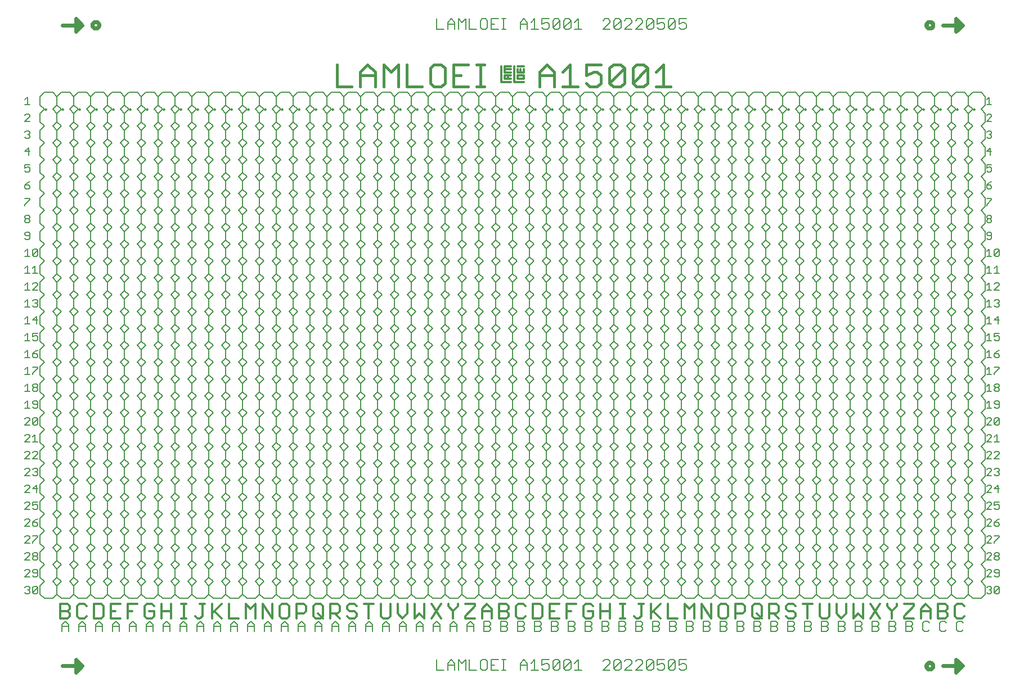
<source format=gto>
G75*
%MOIN*%
%OFA0B0*%
%FSLAX25Y25*%
%IPPOS*%
%LPD*%
%AMOC8*
5,1,8,0,0,1.08239X$1,22.5*
%
%ADD10C,0.00600*%
%ADD11C,0.01800*%
%ADD12C,0.01200*%
%ADD13C,0.00800*%
%ADD14C,0.00700*%
%ADD15C,0.02400*%
%ADD16C,0.00787*%
D10*
X0004783Y0051450D02*
X0004050Y0052184D01*
X0004783Y0051450D02*
X0006251Y0051450D01*
X0006985Y0052184D01*
X0006985Y0052918D01*
X0006251Y0053652D01*
X0005517Y0053652D01*
X0006251Y0053652D02*
X0006985Y0054386D01*
X0006985Y0055120D01*
X0006251Y0055854D01*
X0004783Y0055854D01*
X0004050Y0055120D01*
X0008653Y0055120D02*
X0009387Y0055854D01*
X0010855Y0055854D01*
X0011589Y0055120D01*
X0008653Y0052184D01*
X0009387Y0051450D01*
X0010855Y0051450D01*
X0011589Y0052184D01*
X0011589Y0055120D01*
X0008653Y0055120D02*
X0008653Y0052184D01*
X0009387Y0061450D02*
X0010855Y0061450D01*
X0011589Y0062184D01*
X0011589Y0065120D01*
X0010855Y0065854D01*
X0009387Y0065854D01*
X0008653Y0065120D01*
X0008653Y0064386D01*
X0009387Y0063652D01*
X0011589Y0063652D01*
X0009387Y0061450D02*
X0008653Y0062184D01*
X0006985Y0061450D02*
X0004050Y0061450D01*
X0006985Y0064386D01*
X0006985Y0065120D01*
X0006251Y0065854D01*
X0004783Y0065854D01*
X0004050Y0065120D01*
X0004050Y0071450D02*
X0006985Y0074386D01*
X0006985Y0075120D01*
X0006251Y0075854D01*
X0004783Y0075854D01*
X0004050Y0075120D01*
X0004050Y0071450D02*
X0006985Y0071450D01*
X0008653Y0072184D02*
X0009387Y0071450D01*
X0010855Y0071450D01*
X0011589Y0072184D01*
X0011589Y0072918D01*
X0010855Y0073652D01*
X0009387Y0073652D01*
X0008653Y0074386D01*
X0008653Y0075120D01*
X0009387Y0075854D01*
X0010855Y0075854D01*
X0011589Y0075120D01*
X0011589Y0074386D01*
X0010855Y0073652D01*
X0009387Y0073652D02*
X0008653Y0072918D01*
X0008653Y0072184D01*
X0008653Y0081450D02*
X0008653Y0082184D01*
X0011589Y0085120D01*
X0011589Y0085854D01*
X0008653Y0085854D01*
X0006985Y0085120D02*
X0006251Y0085854D01*
X0004783Y0085854D01*
X0004050Y0085120D01*
X0006985Y0085120D02*
X0006985Y0084386D01*
X0004050Y0081450D01*
X0006985Y0081450D01*
X0006985Y0091450D02*
X0004050Y0091450D01*
X0006985Y0094386D01*
X0006985Y0095120D01*
X0006251Y0095854D01*
X0004783Y0095854D01*
X0004050Y0095120D01*
X0008653Y0093652D02*
X0010855Y0093652D01*
X0011589Y0092918D01*
X0011589Y0092184D01*
X0010855Y0091450D01*
X0009387Y0091450D01*
X0008653Y0092184D01*
X0008653Y0093652D01*
X0010121Y0095120D01*
X0011589Y0095854D01*
X0010855Y0101450D02*
X0009387Y0101450D01*
X0008653Y0102184D01*
X0008653Y0103652D02*
X0010121Y0104386D01*
X0010855Y0104386D01*
X0011589Y0103652D01*
X0011589Y0102184D01*
X0010855Y0101450D01*
X0008653Y0103652D02*
X0008653Y0105854D01*
X0011589Y0105854D01*
X0006985Y0105120D02*
X0006251Y0105854D01*
X0004783Y0105854D01*
X0004050Y0105120D01*
X0006985Y0105120D02*
X0006985Y0104386D01*
X0004050Y0101450D01*
X0006985Y0101450D01*
X0006985Y0111450D02*
X0004050Y0111450D01*
X0006985Y0114386D01*
X0006985Y0115120D01*
X0006251Y0115854D01*
X0004783Y0115854D01*
X0004050Y0115120D01*
X0008653Y0113652D02*
X0010855Y0115854D01*
X0010855Y0111450D01*
X0011589Y0113652D02*
X0008653Y0113652D01*
X0009387Y0121450D02*
X0008653Y0122184D01*
X0009387Y0121450D02*
X0010855Y0121450D01*
X0011589Y0122184D01*
X0011589Y0122918D01*
X0010855Y0123652D01*
X0010121Y0123652D01*
X0010855Y0123652D02*
X0011589Y0124386D01*
X0011589Y0125120D01*
X0010855Y0125854D01*
X0009387Y0125854D01*
X0008653Y0125120D01*
X0006985Y0125120D02*
X0006251Y0125854D01*
X0004783Y0125854D01*
X0004050Y0125120D01*
X0006985Y0125120D02*
X0006985Y0124386D01*
X0004050Y0121450D01*
X0006985Y0121450D01*
X0006985Y0131450D02*
X0004050Y0131450D01*
X0006985Y0134386D01*
X0006985Y0135120D01*
X0006251Y0135854D01*
X0004783Y0135854D01*
X0004050Y0135120D01*
X0008653Y0135120D02*
X0009387Y0135854D01*
X0010855Y0135854D01*
X0011589Y0135120D01*
X0011589Y0134386D01*
X0008653Y0131450D01*
X0011589Y0131450D01*
X0011589Y0141450D02*
X0008653Y0141450D01*
X0010121Y0141450D02*
X0010121Y0145854D01*
X0008653Y0144386D01*
X0006985Y0144386D02*
X0006985Y0145120D01*
X0006251Y0145854D01*
X0004783Y0145854D01*
X0004050Y0145120D01*
X0006985Y0144386D02*
X0004050Y0141450D01*
X0006985Y0141450D01*
X0006985Y0151450D02*
X0004050Y0151450D01*
X0006985Y0154386D01*
X0006985Y0155120D01*
X0006251Y0155854D01*
X0004783Y0155854D01*
X0004050Y0155120D01*
X0008653Y0155120D02*
X0008653Y0152184D01*
X0011589Y0155120D01*
X0011589Y0152184D01*
X0010855Y0151450D01*
X0009387Y0151450D01*
X0008653Y0152184D01*
X0008653Y0155120D02*
X0009387Y0155854D01*
X0010855Y0155854D01*
X0011589Y0155120D01*
X0010855Y0161450D02*
X0011589Y0162184D01*
X0011589Y0165120D01*
X0010855Y0165854D01*
X0009387Y0165854D01*
X0008653Y0165120D01*
X0008653Y0164386D01*
X0009387Y0163652D01*
X0011589Y0163652D01*
X0010855Y0161450D02*
X0009387Y0161450D01*
X0008653Y0162184D01*
X0006985Y0161450D02*
X0004050Y0161450D01*
X0005517Y0161450D02*
X0005517Y0165854D01*
X0004050Y0164386D01*
X0004050Y0171450D02*
X0006985Y0171450D01*
X0005517Y0171450D02*
X0005517Y0175854D01*
X0004050Y0174386D01*
X0008653Y0174386D02*
X0008653Y0175120D01*
X0009387Y0175854D01*
X0010855Y0175854D01*
X0011589Y0175120D01*
X0011589Y0174386D01*
X0010855Y0173652D01*
X0009387Y0173652D01*
X0008653Y0174386D01*
X0009387Y0173652D02*
X0008653Y0172918D01*
X0008653Y0172184D01*
X0009387Y0171450D01*
X0010855Y0171450D01*
X0011589Y0172184D01*
X0011589Y0172918D01*
X0010855Y0173652D01*
X0008653Y0181450D02*
X0008653Y0182184D01*
X0011589Y0185120D01*
X0011589Y0185854D01*
X0008653Y0185854D01*
X0005517Y0185854D02*
X0005517Y0181450D01*
X0004050Y0181450D02*
X0006985Y0181450D01*
X0004050Y0184386D02*
X0005517Y0185854D01*
X0005517Y0191450D02*
X0005517Y0195854D01*
X0004050Y0194386D01*
X0004050Y0191450D02*
X0006985Y0191450D01*
X0008653Y0192184D02*
X0009387Y0191450D01*
X0010855Y0191450D01*
X0011589Y0192184D01*
X0011589Y0192918D01*
X0010855Y0193652D01*
X0008653Y0193652D01*
X0008653Y0192184D01*
X0008653Y0193652D02*
X0010121Y0195120D01*
X0011589Y0195854D01*
X0010855Y0201450D02*
X0009387Y0201450D01*
X0008653Y0202184D01*
X0008653Y0203652D02*
X0010121Y0204386D01*
X0010855Y0204386D01*
X0011589Y0203652D01*
X0011589Y0202184D01*
X0010855Y0201450D01*
X0008653Y0203652D02*
X0008653Y0205854D01*
X0011589Y0205854D01*
X0005517Y0205854D02*
X0005517Y0201450D01*
X0004050Y0201450D02*
X0006985Y0201450D01*
X0004050Y0204386D02*
X0005517Y0205854D01*
X0005517Y0211450D02*
X0005517Y0215854D01*
X0004050Y0214386D01*
X0004050Y0211450D02*
X0006985Y0211450D01*
X0008653Y0213652D02*
X0011589Y0213652D01*
X0010855Y0211450D02*
X0010855Y0215854D01*
X0008653Y0213652D01*
X0009387Y0221450D02*
X0008653Y0222184D01*
X0009387Y0221450D02*
X0010855Y0221450D01*
X0011589Y0222184D01*
X0011589Y0222918D01*
X0010855Y0223652D01*
X0010121Y0223652D01*
X0010855Y0223652D02*
X0011589Y0224386D01*
X0011589Y0225120D01*
X0010855Y0225854D01*
X0009387Y0225854D01*
X0008653Y0225120D01*
X0005517Y0225854D02*
X0005517Y0221450D01*
X0004050Y0221450D02*
X0006985Y0221450D01*
X0004050Y0224386D02*
X0005517Y0225854D01*
X0005517Y0231450D02*
X0005517Y0235854D01*
X0004050Y0234386D01*
X0004050Y0231450D02*
X0006985Y0231450D01*
X0008653Y0231450D02*
X0011589Y0234386D01*
X0011589Y0235120D01*
X0010855Y0235854D01*
X0009387Y0235854D01*
X0008653Y0235120D01*
X0008653Y0231450D02*
X0011589Y0231450D01*
X0011589Y0241450D02*
X0008653Y0241450D01*
X0010121Y0241450D02*
X0010121Y0245854D01*
X0008653Y0244386D01*
X0006985Y0241450D02*
X0004050Y0241450D01*
X0005517Y0241450D02*
X0005517Y0245854D01*
X0004050Y0244386D01*
X0004050Y0251450D02*
X0006985Y0251450D01*
X0005517Y0251450D02*
X0005517Y0255854D01*
X0004050Y0254386D01*
X0008653Y0255120D02*
X0008653Y0252184D01*
X0011589Y0255120D01*
X0011589Y0252184D01*
X0010855Y0251450D01*
X0009387Y0251450D01*
X0008653Y0252184D01*
X0008653Y0255120D02*
X0009387Y0255854D01*
X0010855Y0255854D01*
X0011589Y0255120D01*
X0006251Y0261450D02*
X0004783Y0261450D01*
X0004050Y0262184D01*
X0004783Y0263652D02*
X0006985Y0263652D01*
X0006985Y0262184D02*
X0006985Y0265120D01*
X0006251Y0265854D01*
X0004783Y0265854D01*
X0004050Y0265120D01*
X0004050Y0264386D01*
X0004783Y0263652D01*
X0006251Y0261450D02*
X0006985Y0262184D01*
X0006251Y0271450D02*
X0004783Y0271450D01*
X0004050Y0272184D01*
X0004050Y0272918D01*
X0004783Y0273652D01*
X0006251Y0273652D01*
X0006985Y0272918D01*
X0006985Y0272184D01*
X0006251Y0271450D01*
X0006251Y0273652D02*
X0006985Y0274386D01*
X0006985Y0275120D01*
X0006251Y0275854D01*
X0004783Y0275854D01*
X0004050Y0275120D01*
X0004050Y0274386D01*
X0004783Y0273652D01*
X0004050Y0281450D02*
X0004050Y0282184D01*
X0006985Y0285120D01*
X0006985Y0285854D01*
X0004050Y0285854D01*
X0004783Y0291450D02*
X0006251Y0291450D01*
X0006985Y0292184D01*
X0006985Y0292918D01*
X0006251Y0293652D01*
X0004050Y0293652D01*
X0004050Y0292184D01*
X0004783Y0291450D01*
X0004050Y0293652D02*
X0005517Y0295120D01*
X0006985Y0295854D01*
X0006251Y0301450D02*
X0004783Y0301450D01*
X0004050Y0302184D01*
X0004050Y0303652D02*
X0005517Y0304386D01*
X0006251Y0304386D01*
X0006985Y0303652D01*
X0006985Y0302184D01*
X0006251Y0301450D01*
X0004050Y0303652D02*
X0004050Y0305854D01*
X0006985Y0305854D01*
X0006251Y0311450D02*
X0006251Y0315854D01*
X0004050Y0313652D01*
X0006985Y0313652D01*
X0006251Y0321450D02*
X0004783Y0321450D01*
X0004050Y0322184D01*
X0005517Y0323652D02*
X0006251Y0323652D01*
X0006985Y0322918D01*
X0006985Y0322184D01*
X0006251Y0321450D01*
X0006251Y0323652D02*
X0006985Y0324386D01*
X0006985Y0325120D01*
X0006251Y0325854D01*
X0004783Y0325854D01*
X0004050Y0325120D01*
X0004050Y0331450D02*
X0006985Y0334386D01*
X0006985Y0335120D01*
X0006251Y0335854D01*
X0004783Y0335854D01*
X0004050Y0335120D01*
X0004050Y0331450D02*
X0006985Y0331450D01*
X0006985Y0341450D02*
X0004050Y0341450D01*
X0005517Y0341450D02*
X0005517Y0345854D01*
X0004050Y0344386D01*
X0573803Y0344386D02*
X0575271Y0345854D01*
X0575271Y0341450D01*
X0573803Y0341450D02*
X0576739Y0341450D01*
X0576005Y0335854D02*
X0574537Y0335854D01*
X0573803Y0335120D01*
X0576005Y0335854D02*
X0576739Y0335120D01*
X0576739Y0334386D01*
X0573803Y0331450D01*
X0576739Y0331450D01*
X0576005Y0325854D02*
X0576739Y0325120D01*
X0576739Y0324386D01*
X0576005Y0323652D01*
X0576739Y0322918D01*
X0576739Y0322184D01*
X0576005Y0321450D01*
X0574537Y0321450D01*
X0573803Y0322184D01*
X0575271Y0323652D02*
X0576005Y0323652D01*
X0576005Y0325854D02*
X0574537Y0325854D01*
X0573803Y0325120D01*
X0576005Y0315854D02*
X0573803Y0313652D01*
X0576739Y0313652D01*
X0576005Y0311450D02*
X0576005Y0315854D01*
X0576739Y0305854D02*
X0573803Y0305854D01*
X0573803Y0303652D01*
X0575271Y0304386D01*
X0576005Y0304386D01*
X0576739Y0303652D01*
X0576739Y0302184D01*
X0576005Y0301450D01*
X0574537Y0301450D01*
X0573803Y0302184D01*
X0576739Y0295854D02*
X0575271Y0295120D01*
X0573803Y0293652D01*
X0576005Y0293652D01*
X0576739Y0292918D01*
X0576739Y0292184D01*
X0576005Y0291450D01*
X0574537Y0291450D01*
X0573803Y0292184D01*
X0573803Y0293652D01*
X0573803Y0285854D02*
X0576739Y0285854D01*
X0576739Y0285120D01*
X0573803Y0282184D01*
X0573803Y0281450D01*
X0574537Y0275854D02*
X0576005Y0275854D01*
X0576739Y0275120D01*
X0576739Y0274386D01*
X0576005Y0273652D01*
X0574537Y0273652D01*
X0573803Y0274386D01*
X0573803Y0275120D01*
X0574537Y0275854D01*
X0574537Y0273652D02*
X0573803Y0272918D01*
X0573803Y0272184D01*
X0574537Y0271450D01*
X0576005Y0271450D01*
X0576739Y0272184D01*
X0576739Y0272918D01*
X0576005Y0273652D01*
X0576005Y0265854D02*
X0574537Y0265854D01*
X0573803Y0265120D01*
X0573803Y0264386D01*
X0574537Y0263652D01*
X0576739Y0263652D01*
X0576739Y0262184D02*
X0576739Y0265120D01*
X0576005Y0265854D01*
X0576739Y0262184D02*
X0576005Y0261450D01*
X0574537Y0261450D01*
X0573803Y0262184D01*
X0575271Y0255854D02*
X0575271Y0251450D01*
X0573803Y0251450D02*
X0576739Y0251450D01*
X0578407Y0252184D02*
X0581343Y0255120D01*
X0581343Y0252184D01*
X0580609Y0251450D01*
X0579141Y0251450D01*
X0578407Y0252184D01*
X0578407Y0255120D01*
X0579141Y0255854D01*
X0580609Y0255854D01*
X0581343Y0255120D01*
X0575271Y0255854D02*
X0573803Y0254386D01*
X0575271Y0245854D02*
X0575271Y0241450D01*
X0573803Y0241450D02*
X0576739Y0241450D01*
X0578407Y0241450D02*
X0581343Y0241450D01*
X0579875Y0241450D02*
X0579875Y0245854D01*
X0578407Y0244386D01*
X0575271Y0245854D02*
X0573803Y0244386D01*
X0575271Y0235854D02*
X0575271Y0231450D01*
X0573803Y0231450D02*
X0576739Y0231450D01*
X0578407Y0231450D02*
X0581343Y0234386D01*
X0581343Y0235120D01*
X0580609Y0235854D01*
X0579141Y0235854D01*
X0578407Y0235120D01*
X0575271Y0235854D02*
X0573803Y0234386D01*
X0578407Y0231450D02*
X0581343Y0231450D01*
X0580609Y0225854D02*
X0579141Y0225854D01*
X0578407Y0225120D01*
X0579875Y0223652D02*
X0580609Y0223652D01*
X0581343Y0222918D01*
X0581343Y0222184D01*
X0580609Y0221450D01*
X0579141Y0221450D01*
X0578407Y0222184D01*
X0576739Y0221450D02*
X0573803Y0221450D01*
X0575271Y0221450D02*
X0575271Y0225854D01*
X0573803Y0224386D01*
X0580609Y0223652D02*
X0581343Y0224386D01*
X0581343Y0225120D01*
X0580609Y0225854D01*
X0580609Y0215854D02*
X0578407Y0213652D01*
X0581343Y0213652D01*
X0580609Y0211450D02*
X0580609Y0215854D01*
X0575271Y0215854D02*
X0575271Y0211450D01*
X0573803Y0211450D02*
X0576739Y0211450D01*
X0573803Y0214386D02*
X0575271Y0215854D01*
X0575271Y0205854D02*
X0575271Y0201450D01*
X0573803Y0201450D02*
X0576739Y0201450D01*
X0578407Y0202184D02*
X0579141Y0201450D01*
X0580609Y0201450D01*
X0581343Y0202184D01*
X0581343Y0203652D01*
X0580609Y0204386D01*
X0579875Y0204386D01*
X0578407Y0203652D01*
X0578407Y0205854D01*
X0581343Y0205854D01*
X0575271Y0205854D02*
X0573803Y0204386D01*
X0575271Y0195854D02*
X0575271Y0191450D01*
X0573803Y0191450D02*
X0576739Y0191450D01*
X0578407Y0192184D02*
X0579141Y0191450D01*
X0580609Y0191450D01*
X0581343Y0192184D01*
X0581343Y0192918D01*
X0580609Y0193652D01*
X0578407Y0193652D01*
X0578407Y0192184D01*
X0578407Y0193652D02*
X0579875Y0195120D01*
X0581343Y0195854D01*
X0575271Y0195854D02*
X0573803Y0194386D01*
X0575271Y0185854D02*
X0575271Y0181450D01*
X0573803Y0181450D02*
X0576739Y0181450D01*
X0578407Y0181450D02*
X0578407Y0182184D01*
X0581343Y0185120D01*
X0581343Y0185854D01*
X0578407Y0185854D01*
X0575271Y0185854D02*
X0573803Y0184386D01*
X0575271Y0175854D02*
X0575271Y0171450D01*
X0573803Y0171450D02*
X0576739Y0171450D01*
X0578407Y0172184D02*
X0578407Y0172918D01*
X0579141Y0173652D01*
X0580609Y0173652D01*
X0581343Y0172918D01*
X0581343Y0172184D01*
X0580609Y0171450D01*
X0579141Y0171450D01*
X0578407Y0172184D01*
X0579141Y0173652D02*
X0578407Y0174386D01*
X0578407Y0175120D01*
X0579141Y0175854D01*
X0580609Y0175854D01*
X0581343Y0175120D01*
X0581343Y0174386D01*
X0580609Y0173652D01*
X0575271Y0175854D02*
X0573803Y0174386D01*
X0575271Y0165854D02*
X0575271Y0161450D01*
X0573803Y0161450D02*
X0576739Y0161450D01*
X0578407Y0162184D02*
X0579141Y0161450D01*
X0580609Y0161450D01*
X0581343Y0162184D01*
X0581343Y0165120D01*
X0580609Y0165854D01*
X0579141Y0165854D01*
X0578407Y0165120D01*
X0578407Y0164386D01*
X0579141Y0163652D01*
X0581343Y0163652D01*
X0575271Y0165854D02*
X0573803Y0164386D01*
X0574537Y0155854D02*
X0573803Y0155120D01*
X0574537Y0155854D02*
X0576005Y0155854D01*
X0576739Y0155120D01*
X0576739Y0154386D01*
X0573803Y0151450D01*
X0576739Y0151450D01*
X0578407Y0152184D02*
X0581343Y0155120D01*
X0581343Y0152184D01*
X0580609Y0151450D01*
X0579141Y0151450D01*
X0578407Y0152184D01*
X0578407Y0155120D01*
X0579141Y0155854D01*
X0580609Y0155854D01*
X0581343Y0155120D01*
X0579875Y0145854D02*
X0578407Y0144386D01*
X0576739Y0144386D02*
X0576739Y0145120D01*
X0576005Y0145854D01*
X0574537Y0145854D01*
X0573803Y0145120D01*
X0576739Y0144386D02*
X0573803Y0141450D01*
X0576739Y0141450D01*
X0578407Y0141450D02*
X0581343Y0141450D01*
X0579875Y0141450D02*
X0579875Y0145854D01*
X0579141Y0135854D02*
X0578407Y0135120D01*
X0579141Y0135854D02*
X0580609Y0135854D01*
X0581343Y0135120D01*
X0581343Y0134386D01*
X0578407Y0131450D01*
X0581343Y0131450D01*
X0576739Y0131450D02*
X0573803Y0131450D01*
X0576739Y0134386D01*
X0576739Y0135120D01*
X0576005Y0135854D01*
X0574537Y0135854D01*
X0573803Y0135120D01*
X0574537Y0125854D02*
X0573803Y0125120D01*
X0574537Y0125854D02*
X0576005Y0125854D01*
X0576739Y0125120D01*
X0576739Y0124386D01*
X0573803Y0121450D01*
X0576739Y0121450D01*
X0578407Y0122184D02*
X0579141Y0121450D01*
X0580609Y0121450D01*
X0581343Y0122184D01*
X0581343Y0122918D01*
X0580609Y0123652D01*
X0579875Y0123652D01*
X0580609Y0123652D02*
X0581343Y0124386D01*
X0581343Y0125120D01*
X0580609Y0125854D01*
X0579141Y0125854D01*
X0578407Y0125120D01*
X0580609Y0115854D02*
X0578407Y0113652D01*
X0581343Y0113652D01*
X0580609Y0111450D02*
X0580609Y0115854D01*
X0576739Y0115120D02*
X0576005Y0115854D01*
X0574537Y0115854D01*
X0573803Y0115120D01*
X0576739Y0115120D02*
X0576739Y0114386D01*
X0573803Y0111450D01*
X0576739Y0111450D01*
X0576005Y0105854D02*
X0574537Y0105854D01*
X0573803Y0105120D01*
X0576005Y0105854D02*
X0576739Y0105120D01*
X0576739Y0104386D01*
X0573803Y0101450D01*
X0576739Y0101450D01*
X0578407Y0102184D02*
X0579141Y0101450D01*
X0580609Y0101450D01*
X0581343Y0102184D01*
X0581343Y0103652D01*
X0580609Y0104386D01*
X0579875Y0104386D01*
X0578407Y0103652D01*
X0578407Y0105854D01*
X0581343Y0105854D01*
X0581343Y0095854D02*
X0579875Y0095120D01*
X0578407Y0093652D01*
X0580609Y0093652D01*
X0581343Y0092918D01*
X0581343Y0092184D01*
X0580609Y0091450D01*
X0579141Y0091450D01*
X0578407Y0092184D01*
X0578407Y0093652D01*
X0576739Y0094386D02*
X0576739Y0095120D01*
X0576005Y0095854D01*
X0574537Y0095854D01*
X0573803Y0095120D01*
X0576739Y0094386D02*
X0573803Y0091450D01*
X0576739Y0091450D01*
X0576005Y0085854D02*
X0574537Y0085854D01*
X0573803Y0085120D01*
X0576005Y0085854D02*
X0576739Y0085120D01*
X0576739Y0084386D01*
X0573803Y0081450D01*
X0576739Y0081450D01*
X0578407Y0081450D02*
X0578407Y0082184D01*
X0581343Y0085120D01*
X0581343Y0085854D01*
X0578407Y0085854D01*
X0579141Y0075854D02*
X0580609Y0075854D01*
X0581343Y0075120D01*
X0581343Y0074386D01*
X0580609Y0073652D01*
X0579141Y0073652D01*
X0578407Y0074386D01*
X0578407Y0075120D01*
X0579141Y0075854D01*
X0579141Y0073652D02*
X0578407Y0072918D01*
X0578407Y0072184D01*
X0579141Y0071450D01*
X0580609Y0071450D01*
X0581343Y0072184D01*
X0581343Y0072918D01*
X0580609Y0073652D01*
X0576739Y0074386D02*
X0573803Y0071450D01*
X0576739Y0071450D01*
X0576739Y0074386D02*
X0576739Y0075120D01*
X0576005Y0075854D01*
X0574537Y0075854D01*
X0573803Y0075120D01*
X0574537Y0065854D02*
X0573803Y0065120D01*
X0574537Y0065854D02*
X0576005Y0065854D01*
X0576739Y0065120D01*
X0576739Y0064386D01*
X0573803Y0061450D01*
X0576739Y0061450D01*
X0578407Y0062184D02*
X0579141Y0061450D01*
X0580609Y0061450D01*
X0581343Y0062184D01*
X0581343Y0065120D01*
X0580609Y0065854D01*
X0579141Y0065854D01*
X0578407Y0065120D01*
X0578407Y0064386D01*
X0579141Y0063652D01*
X0581343Y0063652D01*
X0580609Y0055854D02*
X0579141Y0055854D01*
X0578407Y0055120D01*
X0578407Y0052184D01*
X0581343Y0055120D01*
X0581343Y0052184D01*
X0580609Y0051450D01*
X0579141Y0051450D01*
X0578407Y0052184D01*
X0576739Y0052184D02*
X0576005Y0051450D01*
X0574537Y0051450D01*
X0573803Y0052184D01*
X0575271Y0053652D02*
X0576005Y0053652D01*
X0576739Y0052918D01*
X0576739Y0052184D01*
X0576005Y0053652D02*
X0576739Y0054386D01*
X0576739Y0055120D01*
X0576005Y0055854D01*
X0574537Y0055854D01*
X0573803Y0055120D01*
X0580609Y0055854D02*
X0581343Y0055120D01*
D11*
X0386768Y0352050D02*
X0377960Y0352050D01*
X0382364Y0352050D02*
X0382364Y0365262D01*
X0377960Y0360858D01*
X0372956Y0363060D02*
X0372956Y0354252D01*
X0370754Y0352050D01*
X0366351Y0352050D01*
X0364149Y0354252D01*
X0372956Y0363060D01*
X0370754Y0365262D01*
X0366351Y0365262D01*
X0364149Y0363060D01*
X0364149Y0354252D01*
X0359144Y0354252D02*
X0356943Y0352050D01*
X0352539Y0352050D01*
X0350337Y0354252D01*
X0359144Y0363060D01*
X0359144Y0354252D01*
X0350337Y0354252D02*
X0350337Y0363060D01*
X0352539Y0365262D01*
X0356943Y0365262D01*
X0359144Y0363060D01*
X0345333Y0365262D02*
X0336525Y0365262D01*
X0336525Y0358656D01*
X0340929Y0360858D01*
X0343131Y0360858D01*
X0345333Y0358656D01*
X0345333Y0354252D01*
X0343131Y0352050D01*
X0338727Y0352050D01*
X0336525Y0354252D01*
X0331521Y0352050D02*
X0322713Y0352050D01*
X0327117Y0352050D02*
X0327117Y0365262D01*
X0322713Y0360858D01*
X0317709Y0360858D02*
X0317709Y0352050D01*
X0317709Y0358656D02*
X0308901Y0358656D01*
X0308901Y0360858D02*
X0313305Y0365262D01*
X0317709Y0360858D01*
X0308901Y0360858D02*
X0308901Y0352050D01*
X0276176Y0352050D02*
X0271772Y0352050D01*
X0273974Y0352050D02*
X0273974Y0365262D01*
X0271772Y0365262D02*
X0276176Y0365262D01*
X0266768Y0365262D02*
X0257960Y0365262D01*
X0257960Y0352050D01*
X0266768Y0352050D01*
X0262364Y0358656D02*
X0257960Y0358656D01*
X0252956Y0354252D02*
X0252956Y0363060D01*
X0250754Y0365262D01*
X0246351Y0365262D01*
X0244149Y0363060D01*
X0244149Y0354252D01*
X0246351Y0352050D01*
X0250754Y0352050D01*
X0252956Y0354252D01*
X0239144Y0352050D02*
X0230337Y0352050D01*
X0230337Y0365262D01*
X0225333Y0365262D02*
X0225333Y0352050D01*
X0216525Y0352050D02*
X0216525Y0365262D01*
X0220929Y0360858D01*
X0225333Y0365262D01*
X0211521Y0360858D02*
X0211521Y0352050D01*
X0211521Y0358656D02*
X0202713Y0358656D01*
X0202713Y0360858D02*
X0207117Y0365262D01*
X0211521Y0360858D01*
X0202713Y0360858D02*
X0202713Y0352050D01*
X0197709Y0352050D02*
X0188901Y0352050D01*
X0188901Y0365262D01*
D12*
X0286439Y0364275D02*
X0286439Y0354900D01*
X0292064Y0354900D01*
X0293939Y0354900D02*
X0299564Y0354900D01*
X0299564Y0356775D02*
X0299564Y0358650D01*
X0295814Y0358650D01*
X0295814Y0356775D01*
X0299564Y0356775D01*
X0299564Y0360525D02*
X0295814Y0360525D01*
X0295814Y0362400D01*
X0297689Y0362400D02*
X0297689Y0361150D01*
X0299564Y0360525D02*
X0299564Y0362400D01*
X0299564Y0364275D02*
X0295814Y0364275D01*
X0293939Y0364275D02*
X0293939Y0354900D01*
X0292064Y0356775D02*
X0290189Y0356775D01*
X0290189Y0358650D01*
X0292064Y0358650D01*
X0290189Y0358650D02*
X0288314Y0358650D01*
X0288314Y0356775D01*
X0290189Y0356775D01*
X0292064Y0360525D02*
X0288314Y0360525D01*
X0288314Y0362400D01*
X0288314Y0364275D01*
X0292064Y0364275D01*
X0292064Y0362400D02*
X0288314Y0362400D01*
X0289255Y0045558D02*
X0284851Y0045558D01*
X0284851Y0036750D01*
X0289255Y0036750D01*
X0290723Y0038218D01*
X0290723Y0039686D01*
X0289255Y0041154D01*
X0284851Y0041154D01*
X0280723Y0041154D02*
X0274851Y0041154D01*
X0274851Y0042622D02*
X0277787Y0045558D01*
X0280723Y0042622D01*
X0280723Y0036750D01*
X0274851Y0036750D02*
X0274851Y0042622D01*
X0270723Y0044090D02*
X0264851Y0038218D01*
X0264851Y0036750D01*
X0270723Y0036750D01*
X0270723Y0044090D02*
X0270723Y0045558D01*
X0264851Y0045558D01*
X0260723Y0045558D02*
X0260723Y0044090D01*
X0257787Y0041154D01*
X0257787Y0036750D01*
X0257787Y0041154D02*
X0254851Y0044090D01*
X0254851Y0045558D01*
X0250723Y0045558D02*
X0244851Y0036750D01*
X0240723Y0036750D02*
X0240723Y0045558D01*
X0244851Y0045558D02*
X0250723Y0036750D01*
X0240723Y0036750D02*
X0237787Y0039686D01*
X0234851Y0036750D01*
X0234851Y0045558D01*
X0230723Y0045558D02*
X0230723Y0039686D01*
X0227787Y0036750D01*
X0224851Y0039686D01*
X0224851Y0045558D01*
X0220723Y0045558D02*
X0220723Y0038218D01*
X0219255Y0036750D01*
X0216319Y0036750D01*
X0214851Y0038218D01*
X0214851Y0045558D01*
X0210723Y0045558D02*
X0204851Y0045558D01*
X0207787Y0045558D02*
X0207787Y0036750D01*
X0200723Y0038218D02*
X0199255Y0036750D01*
X0196319Y0036750D01*
X0194851Y0038218D01*
X0196319Y0041154D02*
X0199255Y0041154D01*
X0200723Y0039686D01*
X0200723Y0038218D01*
X0196319Y0041154D02*
X0194851Y0042622D01*
X0194851Y0044090D01*
X0196319Y0045558D01*
X0199255Y0045558D01*
X0200723Y0044090D01*
X0190723Y0044090D02*
X0190723Y0041154D01*
X0189255Y0039686D01*
X0184851Y0039686D01*
X0184851Y0036750D02*
X0184851Y0045558D01*
X0189255Y0045558D01*
X0190723Y0044090D01*
X0187787Y0039686D02*
X0190723Y0036750D01*
X0180723Y0036750D02*
X0177787Y0039686D01*
X0176319Y0036750D02*
X0174851Y0038218D01*
X0174851Y0044090D01*
X0176319Y0045558D01*
X0179255Y0045558D01*
X0180723Y0044090D01*
X0180723Y0038218D01*
X0179255Y0036750D01*
X0176319Y0036750D01*
X0170723Y0041154D02*
X0169255Y0039686D01*
X0164851Y0039686D01*
X0164851Y0036750D02*
X0164851Y0045558D01*
X0169255Y0045558D01*
X0170723Y0044090D01*
X0170723Y0041154D01*
X0160723Y0038218D02*
X0160723Y0044090D01*
X0159255Y0045558D01*
X0156319Y0045558D01*
X0154851Y0044090D01*
X0154851Y0038218D01*
X0156319Y0036750D01*
X0159255Y0036750D01*
X0160723Y0038218D01*
X0150723Y0036750D02*
X0150723Y0045558D01*
X0144851Y0045558D02*
X0150723Y0036750D01*
X0144851Y0036750D02*
X0144851Y0045558D01*
X0140723Y0045558D02*
X0140723Y0036750D01*
X0134851Y0036750D02*
X0134851Y0045558D01*
X0137787Y0042622D01*
X0140723Y0045558D01*
X0130723Y0036750D02*
X0124851Y0036750D01*
X0124851Y0045558D01*
X0120723Y0045558D02*
X0114851Y0039686D01*
X0116319Y0041154D02*
X0120723Y0036750D01*
X0114851Y0036750D02*
X0114851Y0045558D01*
X0110723Y0045558D02*
X0107787Y0045558D01*
X0109255Y0045558D02*
X0109255Y0038218D01*
X0107787Y0036750D01*
X0106319Y0036750D01*
X0104851Y0038218D01*
X0099662Y0036750D02*
X0096726Y0036750D01*
X0098194Y0036750D02*
X0098194Y0045558D01*
X0096726Y0045558D02*
X0099662Y0045558D01*
X0090723Y0045558D02*
X0090723Y0036750D01*
X0090723Y0041154D02*
X0084851Y0041154D01*
X0080723Y0041154D02*
X0080723Y0038218D01*
X0079255Y0036750D01*
X0076319Y0036750D01*
X0074851Y0038218D01*
X0074851Y0044090D01*
X0076319Y0045558D01*
X0079255Y0045558D01*
X0080723Y0044090D01*
X0080723Y0041154D02*
X0077787Y0041154D01*
X0070723Y0045558D02*
X0064851Y0045558D01*
X0064851Y0036750D01*
X0060723Y0036750D02*
X0054851Y0036750D01*
X0054851Y0045558D01*
X0060723Y0045558D01*
X0057787Y0041154D02*
X0054851Y0041154D01*
X0050723Y0038218D02*
X0050723Y0044090D01*
X0049255Y0045558D01*
X0044851Y0045558D01*
X0044851Y0036750D01*
X0049255Y0036750D01*
X0050723Y0038218D01*
X0040723Y0038218D02*
X0039255Y0036750D01*
X0036319Y0036750D01*
X0034851Y0038218D01*
X0034851Y0044090D01*
X0036319Y0045558D01*
X0039255Y0045558D01*
X0040723Y0044090D01*
X0030723Y0044090D02*
X0030723Y0042622D01*
X0029255Y0041154D01*
X0024851Y0041154D01*
X0024851Y0036750D02*
X0029255Y0036750D01*
X0030723Y0038218D01*
X0030723Y0039686D01*
X0029255Y0041154D01*
X0030723Y0044090D02*
X0029255Y0045558D01*
X0024851Y0045558D01*
X0024851Y0036750D01*
X0064851Y0041154D02*
X0067787Y0041154D01*
X0084851Y0036750D02*
X0084851Y0045558D01*
X0289255Y0045558D02*
X0290723Y0044090D01*
X0290723Y0042622D01*
X0289255Y0041154D01*
X0294851Y0038218D02*
X0296319Y0036750D01*
X0299255Y0036750D01*
X0300723Y0038218D01*
X0304851Y0036750D02*
X0309255Y0036750D01*
X0310723Y0038218D01*
X0310723Y0044090D01*
X0309255Y0045558D01*
X0304851Y0045558D01*
X0304851Y0036750D01*
X0314851Y0036750D02*
X0320723Y0036750D01*
X0324851Y0036750D02*
X0324851Y0045558D01*
X0330723Y0045558D01*
X0334851Y0044090D02*
X0334851Y0038218D01*
X0336319Y0036750D01*
X0339255Y0036750D01*
X0340723Y0038218D01*
X0340723Y0041154D01*
X0337787Y0041154D01*
X0334851Y0044090D02*
X0336319Y0045558D01*
X0339255Y0045558D01*
X0340723Y0044090D01*
X0344851Y0045558D02*
X0344851Y0036750D01*
X0344851Y0041154D02*
X0350723Y0041154D01*
X0350723Y0045558D02*
X0350723Y0036750D01*
X0356726Y0036750D02*
X0359662Y0036750D01*
X0358194Y0036750D02*
X0358194Y0045558D01*
X0356726Y0045558D02*
X0359662Y0045558D01*
X0367787Y0045558D02*
X0370723Y0045558D01*
X0369255Y0045558D02*
X0369255Y0038218D01*
X0367787Y0036750D01*
X0366319Y0036750D01*
X0364851Y0038218D01*
X0374851Y0036750D02*
X0374851Y0045558D01*
X0376319Y0041154D02*
X0380723Y0036750D01*
X0384851Y0036750D02*
X0390723Y0036750D01*
X0394851Y0036750D02*
X0394851Y0045558D01*
X0397787Y0042622D01*
X0400723Y0045558D01*
X0400723Y0036750D01*
X0404851Y0036750D02*
X0404851Y0045558D01*
X0410723Y0036750D01*
X0410723Y0045558D01*
X0414851Y0044090D02*
X0414851Y0038218D01*
X0416319Y0036750D01*
X0419255Y0036750D01*
X0420723Y0038218D01*
X0420723Y0044090D01*
X0419255Y0045558D01*
X0416319Y0045558D01*
X0414851Y0044090D01*
X0424851Y0045558D02*
X0424851Y0036750D01*
X0424851Y0039686D02*
X0429255Y0039686D01*
X0430723Y0041154D01*
X0430723Y0044090D01*
X0429255Y0045558D01*
X0424851Y0045558D01*
X0434851Y0044090D02*
X0434851Y0038218D01*
X0436319Y0036750D01*
X0439255Y0036750D01*
X0440723Y0038218D01*
X0440723Y0044090D01*
X0439255Y0045558D01*
X0436319Y0045558D01*
X0434851Y0044090D01*
X0444851Y0045558D02*
X0449255Y0045558D01*
X0450723Y0044090D01*
X0450723Y0041154D01*
X0449255Y0039686D01*
X0444851Y0039686D01*
X0444851Y0036750D02*
X0444851Y0045558D01*
X0447787Y0039686D02*
X0450723Y0036750D01*
X0454851Y0038218D02*
X0456319Y0036750D01*
X0459255Y0036750D01*
X0460723Y0038218D01*
X0460723Y0039686D01*
X0459255Y0041154D01*
X0456319Y0041154D01*
X0454851Y0042622D01*
X0454851Y0044090D01*
X0456319Y0045558D01*
X0459255Y0045558D01*
X0460723Y0044090D01*
X0464851Y0045558D02*
X0470723Y0045558D01*
X0467787Y0045558D02*
X0467787Y0036750D01*
X0474851Y0038218D02*
X0474851Y0045558D01*
X0480723Y0045558D02*
X0480723Y0038218D01*
X0479255Y0036750D01*
X0476319Y0036750D01*
X0474851Y0038218D01*
X0484851Y0039686D02*
X0487787Y0036750D01*
X0490723Y0039686D01*
X0490723Y0045558D01*
X0494851Y0045558D02*
X0494851Y0036750D01*
X0497787Y0039686D01*
X0500723Y0036750D01*
X0500723Y0045558D01*
X0504851Y0045558D02*
X0510723Y0036750D01*
X0504851Y0036750D02*
X0510723Y0045558D01*
X0514851Y0045558D02*
X0514851Y0044090D01*
X0517787Y0041154D01*
X0517787Y0036750D01*
X0517787Y0041154D02*
X0520723Y0044090D01*
X0520723Y0045558D01*
X0524851Y0045558D02*
X0530723Y0045558D01*
X0530723Y0044090D01*
X0524851Y0038218D01*
X0524851Y0036750D01*
X0530723Y0036750D01*
X0534851Y0036750D02*
X0534851Y0042622D01*
X0537787Y0045558D01*
X0540723Y0042622D01*
X0540723Y0036750D01*
X0544851Y0036750D02*
X0549255Y0036750D01*
X0550723Y0038218D01*
X0550723Y0039686D01*
X0549255Y0041154D01*
X0544851Y0041154D01*
X0540723Y0041154D02*
X0534851Y0041154D01*
X0544851Y0036750D02*
X0544851Y0045558D01*
X0549255Y0045558D01*
X0550723Y0044090D01*
X0550723Y0042622D01*
X0549255Y0041154D01*
X0554851Y0038218D02*
X0556319Y0036750D01*
X0559255Y0036750D01*
X0560723Y0038218D01*
X0554851Y0038218D02*
X0554851Y0044090D01*
X0556319Y0045558D01*
X0559255Y0045558D01*
X0560723Y0044090D01*
X0484851Y0045558D02*
X0484851Y0039686D01*
X0440723Y0036750D02*
X0437787Y0039686D01*
X0384851Y0036750D02*
X0384851Y0045558D01*
X0380723Y0045558D02*
X0374851Y0039686D01*
X0327787Y0041154D02*
X0324851Y0041154D01*
X0320723Y0045558D02*
X0314851Y0045558D01*
X0314851Y0036750D01*
X0314851Y0041154D02*
X0317787Y0041154D01*
X0300723Y0044090D02*
X0299255Y0045558D01*
X0296319Y0045558D01*
X0294851Y0044090D01*
X0294851Y0038218D01*
D13*
X0295901Y0035256D02*
X0299004Y0035256D01*
X0300038Y0034221D01*
X0300038Y0033187D01*
X0299004Y0032153D01*
X0295901Y0032153D01*
X0295901Y0029050D02*
X0295901Y0035256D01*
X0299004Y0032153D02*
X0300038Y0031119D01*
X0300038Y0030085D01*
X0299004Y0029050D01*
X0295901Y0029050D01*
X0290038Y0030085D02*
X0289004Y0029050D01*
X0285901Y0029050D01*
X0285901Y0035256D01*
X0289004Y0035256D01*
X0290038Y0034221D01*
X0290038Y0033187D01*
X0289004Y0032153D01*
X0285901Y0032153D01*
X0289004Y0032153D02*
X0290038Y0031119D01*
X0290038Y0030085D01*
X0280038Y0030085D02*
X0279004Y0029050D01*
X0275901Y0029050D01*
X0275901Y0035256D01*
X0279004Y0035256D01*
X0280038Y0034221D01*
X0280038Y0033187D01*
X0279004Y0032153D01*
X0275901Y0032153D01*
X0279004Y0032153D02*
X0280038Y0031119D01*
X0280038Y0030085D01*
X0270038Y0029050D02*
X0270038Y0033187D01*
X0267970Y0035256D01*
X0265901Y0033187D01*
X0265901Y0029050D01*
X0265901Y0032153D02*
X0270038Y0032153D01*
X0260038Y0032153D02*
X0255901Y0032153D01*
X0255901Y0033187D02*
X0257970Y0035256D01*
X0260038Y0033187D01*
X0260038Y0029050D01*
X0255901Y0029050D02*
X0255901Y0033187D01*
X0250038Y0033187D02*
X0250038Y0029050D01*
X0250038Y0032153D02*
X0245901Y0032153D01*
X0245901Y0033187D02*
X0247970Y0035256D01*
X0250038Y0033187D01*
X0245901Y0033187D02*
X0245901Y0029050D01*
X0240038Y0029050D02*
X0240038Y0033187D01*
X0237970Y0035256D01*
X0235901Y0033187D01*
X0235901Y0029050D01*
X0235901Y0032153D02*
X0240038Y0032153D01*
X0230038Y0032153D02*
X0225901Y0032153D01*
X0225901Y0033187D02*
X0227970Y0035256D01*
X0230038Y0033187D01*
X0230038Y0029050D01*
X0225901Y0029050D02*
X0225901Y0033187D01*
X0220038Y0033187D02*
X0220038Y0029050D01*
X0220038Y0032153D02*
X0215901Y0032153D01*
X0215901Y0033187D02*
X0217970Y0035256D01*
X0220038Y0033187D01*
X0215901Y0033187D02*
X0215901Y0029050D01*
X0210038Y0029050D02*
X0210038Y0033187D01*
X0207970Y0035256D01*
X0205901Y0033187D01*
X0205901Y0029050D01*
X0205901Y0032153D02*
X0210038Y0032153D01*
X0200038Y0032153D02*
X0195901Y0032153D01*
X0195901Y0033187D02*
X0197970Y0035256D01*
X0200038Y0033187D01*
X0200038Y0029050D01*
X0195901Y0029050D02*
X0195901Y0033187D01*
X0190038Y0033187D02*
X0190038Y0029050D01*
X0190038Y0032153D02*
X0185901Y0032153D01*
X0185901Y0033187D02*
X0187970Y0035256D01*
X0190038Y0033187D01*
X0185901Y0033187D02*
X0185901Y0029050D01*
X0180038Y0029050D02*
X0180038Y0033187D01*
X0177970Y0035256D01*
X0175901Y0033187D01*
X0175901Y0029050D01*
X0175901Y0032153D02*
X0180038Y0032153D01*
X0170038Y0032153D02*
X0165901Y0032153D01*
X0165901Y0033187D02*
X0167970Y0035256D01*
X0170038Y0033187D01*
X0170038Y0029050D01*
X0165901Y0029050D02*
X0165901Y0033187D01*
X0160038Y0033187D02*
X0160038Y0029050D01*
X0160038Y0032153D02*
X0155901Y0032153D01*
X0155901Y0033187D02*
X0157970Y0035256D01*
X0160038Y0033187D01*
X0155901Y0033187D02*
X0155901Y0029050D01*
X0150038Y0029050D02*
X0150038Y0033187D01*
X0147970Y0035256D01*
X0145901Y0033187D01*
X0145901Y0029050D01*
X0145901Y0032153D02*
X0150038Y0032153D01*
X0140038Y0032153D02*
X0135901Y0032153D01*
X0135901Y0033187D02*
X0137970Y0035256D01*
X0140038Y0033187D01*
X0140038Y0029050D01*
X0135901Y0029050D02*
X0135901Y0033187D01*
X0130038Y0033187D02*
X0130038Y0029050D01*
X0130038Y0032153D02*
X0125901Y0032153D01*
X0125901Y0033187D02*
X0127970Y0035256D01*
X0130038Y0033187D01*
X0125901Y0033187D02*
X0125901Y0029050D01*
X0120038Y0029050D02*
X0120038Y0033187D01*
X0117970Y0035256D01*
X0115901Y0033187D01*
X0115901Y0029050D01*
X0115901Y0032153D02*
X0120038Y0032153D01*
X0110038Y0032153D02*
X0105901Y0032153D01*
X0105901Y0033187D02*
X0107970Y0035256D01*
X0110038Y0033187D01*
X0110038Y0029050D01*
X0105901Y0029050D02*
X0105901Y0033187D01*
X0100038Y0033187D02*
X0100038Y0029050D01*
X0100038Y0032153D02*
X0095901Y0032153D01*
X0095901Y0033187D02*
X0097970Y0035256D01*
X0100038Y0033187D01*
X0095901Y0033187D02*
X0095901Y0029050D01*
X0090038Y0029050D02*
X0090038Y0033187D01*
X0087970Y0035256D01*
X0085901Y0033187D01*
X0085901Y0029050D01*
X0085901Y0032153D02*
X0090038Y0032153D01*
X0080038Y0032153D02*
X0075901Y0032153D01*
X0075901Y0033187D02*
X0077970Y0035256D01*
X0080038Y0033187D01*
X0080038Y0029050D01*
X0075901Y0029050D02*
X0075901Y0033187D01*
X0070038Y0033187D02*
X0070038Y0029050D01*
X0070038Y0032153D02*
X0065901Y0032153D01*
X0065901Y0033187D02*
X0067970Y0035256D01*
X0070038Y0033187D01*
X0065901Y0033187D02*
X0065901Y0029050D01*
X0060038Y0029050D02*
X0060038Y0033187D01*
X0057970Y0035256D01*
X0055901Y0033187D01*
X0055901Y0029050D01*
X0055901Y0032153D02*
X0060038Y0032153D01*
X0050038Y0032153D02*
X0045901Y0032153D01*
X0045901Y0033187D02*
X0047970Y0035256D01*
X0050038Y0033187D01*
X0050038Y0029050D01*
X0045901Y0029050D02*
X0045901Y0033187D01*
X0040038Y0033187D02*
X0040038Y0029050D01*
X0040038Y0032153D02*
X0035901Y0032153D01*
X0035901Y0033187D02*
X0037970Y0035256D01*
X0040038Y0033187D01*
X0035901Y0033187D02*
X0035901Y0029050D01*
X0030038Y0029050D02*
X0030038Y0033187D01*
X0027970Y0035256D01*
X0025901Y0033187D01*
X0025901Y0029050D01*
X0025901Y0032153D02*
X0030038Y0032153D01*
X0030501Y0048650D02*
X0025501Y0048650D01*
X0023001Y0051150D01*
X0023001Y0056150D01*
X0020501Y0058650D01*
X0023001Y0061150D01*
X0023001Y0066150D01*
X0020501Y0068650D01*
X0023001Y0071150D01*
X0023001Y0076150D01*
X0020501Y0078650D01*
X0023001Y0081150D01*
X0023001Y0086150D01*
X0020501Y0088650D01*
X0023001Y0091150D01*
X0023001Y0096150D01*
X0020501Y0098650D01*
X0023001Y0101150D01*
X0023001Y0106150D01*
X0020501Y0108650D01*
X0023001Y0111150D01*
X0023001Y0116150D01*
X0020501Y0118650D01*
X0023001Y0121150D01*
X0023001Y0126150D01*
X0020501Y0128650D01*
X0023001Y0131150D01*
X0023001Y0136150D01*
X0020501Y0138650D01*
X0023001Y0141150D01*
X0023001Y0146150D01*
X0020501Y0148650D01*
X0023001Y0151150D01*
X0023001Y0156150D01*
X0020501Y0158650D01*
X0023001Y0161150D01*
X0023001Y0166150D01*
X0020501Y0168650D01*
X0023001Y0171150D01*
X0023001Y0176150D01*
X0020501Y0178650D01*
X0023001Y0181150D01*
X0023001Y0186150D01*
X0020501Y0188650D01*
X0023001Y0191150D01*
X0023001Y0196150D01*
X0020501Y0198650D01*
X0023001Y0201150D01*
X0023001Y0206150D01*
X0020501Y0208650D01*
X0023001Y0211150D01*
X0023001Y0216150D01*
X0020501Y0218650D01*
X0023001Y0221150D01*
X0023001Y0226150D01*
X0020501Y0228650D01*
X0023001Y0231150D01*
X0023001Y0236150D01*
X0020501Y0238650D01*
X0023001Y0241150D01*
X0023001Y0246150D01*
X0020501Y0248650D01*
X0023001Y0251150D01*
X0023001Y0256150D01*
X0020501Y0258650D01*
X0023001Y0261150D01*
X0023001Y0266150D01*
X0020501Y0268650D01*
X0023001Y0271150D01*
X0023001Y0276150D01*
X0020501Y0278650D01*
X0023001Y0281150D01*
X0023001Y0286150D01*
X0020501Y0288650D01*
X0023001Y0291150D01*
X0023001Y0296150D01*
X0020501Y0298650D01*
X0023001Y0301150D01*
X0023001Y0306150D01*
X0020501Y0308650D01*
X0023001Y0311150D01*
X0023001Y0316150D01*
X0020501Y0318650D01*
X0023001Y0321150D01*
X0023001Y0326150D01*
X0020501Y0328650D01*
X0023001Y0331150D01*
X0023001Y0336150D01*
X0020501Y0338650D01*
X0023001Y0341150D01*
X0023001Y0346150D01*
X0020501Y0348650D01*
X0015501Y0348650D01*
X0013001Y0346150D01*
X0013001Y0341150D01*
X0015501Y0338650D01*
X0013001Y0336150D01*
X0013001Y0331150D01*
X0015501Y0328650D01*
X0013001Y0326150D01*
X0013001Y0321150D01*
X0015501Y0318650D01*
X0013001Y0316150D01*
X0013001Y0311150D01*
X0015501Y0308650D01*
X0013001Y0306150D01*
X0013001Y0301150D01*
X0015501Y0298650D01*
X0013001Y0296150D01*
X0013001Y0291150D01*
X0015501Y0288650D01*
X0013001Y0286150D01*
X0013001Y0281150D01*
X0015501Y0278650D01*
X0013001Y0276150D01*
X0013001Y0271150D01*
X0015501Y0268650D01*
X0013001Y0266150D01*
X0013001Y0261150D01*
X0015501Y0258650D01*
X0013001Y0256150D01*
X0013001Y0251150D01*
X0015501Y0248650D01*
X0013001Y0246150D01*
X0013001Y0241150D01*
X0015501Y0238650D01*
X0013001Y0236150D01*
X0013001Y0231150D01*
X0015501Y0228650D01*
X0013001Y0226150D01*
X0013001Y0221150D01*
X0015501Y0218650D01*
X0013001Y0216150D01*
X0013001Y0211150D01*
X0015501Y0208650D01*
X0013001Y0206150D01*
X0013001Y0201150D01*
X0015501Y0198650D01*
X0013001Y0196150D01*
X0013001Y0191150D01*
X0015501Y0188650D01*
X0013001Y0186150D01*
X0013001Y0181150D01*
X0015501Y0178650D01*
X0013001Y0176150D01*
X0013001Y0171150D01*
X0015501Y0168650D01*
X0013001Y0166150D01*
X0013001Y0161150D01*
X0015501Y0158650D01*
X0013001Y0156150D01*
X0013001Y0151150D01*
X0015501Y0148650D01*
X0013001Y0146150D01*
X0013001Y0141150D01*
X0015501Y0138650D01*
X0013001Y0136150D01*
X0013001Y0131150D01*
X0015501Y0128650D01*
X0013001Y0126150D01*
X0013001Y0121150D01*
X0015501Y0118650D01*
X0013001Y0116150D01*
X0013001Y0111150D01*
X0015501Y0108650D01*
X0013001Y0106150D01*
X0013001Y0101150D01*
X0015501Y0098650D01*
X0013001Y0096150D01*
X0013001Y0091150D01*
X0015501Y0088650D01*
X0013001Y0086150D01*
X0013001Y0081150D01*
X0015501Y0078650D01*
X0013001Y0076150D01*
X0013001Y0071150D01*
X0015501Y0068650D01*
X0013001Y0066150D01*
X0013001Y0061150D01*
X0015501Y0058650D01*
X0013001Y0056150D01*
X0013001Y0051150D01*
X0015501Y0048650D01*
X0020501Y0048650D01*
X0023001Y0051150D01*
X0023001Y0056150D01*
X0025501Y0058650D01*
X0023001Y0061150D01*
X0023001Y0066150D01*
X0025501Y0068650D01*
X0023001Y0071150D01*
X0023001Y0076150D01*
X0025501Y0078650D01*
X0023001Y0081150D01*
X0023001Y0086150D01*
X0025501Y0088650D01*
X0023001Y0091150D01*
X0023001Y0096150D01*
X0025501Y0098650D01*
X0023001Y0101150D01*
X0023001Y0106150D01*
X0025501Y0108650D01*
X0023001Y0111150D01*
X0023001Y0116150D01*
X0025501Y0118650D01*
X0023001Y0121150D01*
X0023001Y0126150D01*
X0025501Y0128650D01*
X0023001Y0131150D01*
X0023001Y0136150D01*
X0025501Y0138650D01*
X0023001Y0141150D01*
X0023001Y0146150D01*
X0025501Y0148650D01*
X0023001Y0151150D01*
X0023001Y0156150D01*
X0025501Y0158650D01*
X0023001Y0161150D01*
X0023001Y0166150D01*
X0025501Y0168650D01*
X0023001Y0171150D01*
X0023001Y0176150D01*
X0025501Y0178650D01*
X0023001Y0181150D01*
X0023001Y0186150D01*
X0025501Y0188650D01*
X0023001Y0191150D01*
X0023001Y0196150D01*
X0025501Y0198650D01*
X0023001Y0201150D01*
X0023001Y0206150D01*
X0025501Y0208650D01*
X0023001Y0211150D01*
X0023001Y0216150D01*
X0025501Y0218650D01*
X0023001Y0221150D01*
X0023001Y0226150D01*
X0025501Y0228650D01*
X0023001Y0231150D01*
X0023001Y0236150D01*
X0025501Y0238650D01*
X0023001Y0241150D01*
X0023001Y0246150D01*
X0025501Y0248650D01*
X0023001Y0251150D01*
X0023001Y0256150D01*
X0025501Y0258650D01*
X0023001Y0261150D01*
X0023001Y0266150D01*
X0025501Y0268650D01*
X0023001Y0271150D01*
X0023001Y0276150D01*
X0025501Y0278650D01*
X0023001Y0281150D01*
X0023001Y0286150D01*
X0025501Y0288650D01*
X0023001Y0291150D01*
X0023001Y0296150D01*
X0025501Y0298650D01*
X0023001Y0301150D01*
X0023001Y0306150D01*
X0025501Y0308650D01*
X0023001Y0311150D01*
X0023001Y0316150D01*
X0025501Y0318650D01*
X0023001Y0321150D01*
X0023001Y0326150D01*
X0025501Y0328650D01*
X0023001Y0331150D01*
X0023001Y0336150D01*
X0025501Y0338650D01*
X0023001Y0341150D01*
X0023001Y0346150D01*
X0025501Y0348650D01*
X0030501Y0348650D01*
X0033001Y0346150D01*
X0033001Y0341150D01*
X0030501Y0338650D01*
X0033001Y0336150D01*
X0033001Y0331150D01*
X0030501Y0328650D01*
X0033001Y0326150D01*
X0033001Y0321150D01*
X0030501Y0318650D01*
X0033001Y0316150D01*
X0033001Y0311150D01*
X0030501Y0308650D01*
X0033001Y0306150D01*
X0033001Y0301150D01*
X0030501Y0298650D01*
X0033001Y0296150D01*
X0033001Y0291150D01*
X0030501Y0288650D01*
X0033001Y0286150D01*
X0033001Y0281150D01*
X0030501Y0278650D01*
X0033001Y0276150D01*
X0033001Y0271150D01*
X0030501Y0268650D01*
X0033001Y0266150D01*
X0033001Y0261150D01*
X0030501Y0258650D01*
X0033001Y0256150D01*
X0033001Y0251150D01*
X0030501Y0248650D01*
X0033001Y0246150D01*
X0033001Y0241150D01*
X0030501Y0238650D01*
X0033001Y0236150D01*
X0033001Y0231150D01*
X0030501Y0228650D01*
X0033001Y0226150D01*
X0033001Y0221150D01*
X0030501Y0218650D01*
X0033001Y0216150D01*
X0033001Y0211150D01*
X0030501Y0208650D01*
X0033001Y0206150D01*
X0033001Y0201150D01*
X0030501Y0198650D01*
X0033001Y0196150D01*
X0033001Y0191150D01*
X0030501Y0188650D01*
X0033001Y0186150D01*
X0033001Y0181150D01*
X0030501Y0178650D01*
X0033001Y0176150D01*
X0033001Y0171150D01*
X0030501Y0168650D01*
X0033001Y0166150D01*
X0033001Y0161150D01*
X0030501Y0158650D01*
X0033001Y0156150D01*
X0033001Y0151150D01*
X0030501Y0148650D01*
X0033001Y0146150D01*
X0033001Y0141150D01*
X0030501Y0138650D01*
X0033001Y0136150D01*
X0033001Y0131150D01*
X0030501Y0128650D01*
X0033001Y0126150D01*
X0033001Y0121150D01*
X0030501Y0118650D01*
X0033001Y0116150D01*
X0033001Y0111150D01*
X0030501Y0108650D01*
X0033001Y0106150D01*
X0033001Y0101150D01*
X0030501Y0098650D01*
X0033001Y0096150D01*
X0033001Y0091150D01*
X0030501Y0088650D01*
X0033001Y0086150D01*
X0033001Y0081150D01*
X0030501Y0078650D01*
X0033001Y0076150D01*
X0033001Y0071150D01*
X0030501Y0068650D01*
X0033001Y0066150D01*
X0033001Y0061150D01*
X0030501Y0058650D01*
X0033001Y0056150D01*
X0033001Y0051150D01*
X0030501Y0048650D01*
X0033001Y0051150D02*
X0035501Y0048650D01*
X0040501Y0048650D01*
X0043001Y0051150D01*
X0043001Y0056150D01*
X0040501Y0058650D01*
X0043001Y0061150D01*
X0043001Y0066150D01*
X0040501Y0068650D01*
X0043001Y0071150D01*
X0043001Y0076150D01*
X0040501Y0078650D01*
X0043001Y0081150D01*
X0043001Y0086150D01*
X0040501Y0088650D01*
X0043001Y0091150D01*
X0043001Y0096150D01*
X0040501Y0098650D01*
X0043001Y0101150D01*
X0043001Y0106150D01*
X0040501Y0108650D01*
X0043001Y0111150D01*
X0043001Y0116150D01*
X0040501Y0118650D01*
X0043001Y0121150D01*
X0043001Y0126150D01*
X0040501Y0128650D01*
X0043001Y0131150D01*
X0043001Y0136150D01*
X0040501Y0138650D01*
X0043001Y0141150D01*
X0043001Y0146150D01*
X0040501Y0148650D01*
X0043001Y0151150D01*
X0043001Y0156150D01*
X0040501Y0158650D01*
X0043001Y0161150D01*
X0043001Y0166150D01*
X0040501Y0168650D01*
X0043001Y0171150D01*
X0043001Y0176150D01*
X0040501Y0178650D01*
X0043001Y0181150D01*
X0043001Y0186150D01*
X0040501Y0188650D01*
X0043001Y0191150D01*
X0043001Y0196150D01*
X0040501Y0198650D01*
X0043001Y0201150D01*
X0043001Y0206150D01*
X0040501Y0208650D01*
X0043001Y0211150D01*
X0043001Y0216150D01*
X0040501Y0218650D01*
X0043001Y0221150D01*
X0043001Y0226150D01*
X0040501Y0228650D01*
X0043001Y0231150D01*
X0043001Y0236150D01*
X0040501Y0238650D01*
X0043001Y0241150D01*
X0043001Y0246150D01*
X0040501Y0248650D01*
X0043001Y0251150D01*
X0043001Y0256150D01*
X0040501Y0258650D01*
X0043001Y0261150D01*
X0043001Y0266150D01*
X0040501Y0268650D01*
X0043001Y0271150D01*
X0043001Y0276150D01*
X0040501Y0278650D01*
X0043001Y0281150D01*
X0043001Y0286150D01*
X0040501Y0288650D01*
X0043001Y0291150D01*
X0043001Y0296150D01*
X0040501Y0298650D01*
X0043001Y0301150D01*
X0043001Y0306150D01*
X0040501Y0308650D01*
X0043001Y0311150D01*
X0043001Y0316150D01*
X0040501Y0318650D01*
X0043001Y0321150D01*
X0043001Y0326150D01*
X0040501Y0328650D01*
X0043001Y0331150D01*
X0043001Y0336150D01*
X0040501Y0338650D01*
X0043001Y0341150D01*
X0043001Y0346150D01*
X0040501Y0348650D01*
X0035501Y0348650D01*
X0033001Y0346150D01*
X0033001Y0341150D01*
X0035501Y0338650D01*
X0033001Y0336150D01*
X0033001Y0331150D01*
X0035501Y0328650D01*
X0033001Y0326150D01*
X0033001Y0321150D01*
X0035501Y0318650D01*
X0033001Y0316150D01*
X0033001Y0311150D01*
X0035501Y0308650D01*
X0033001Y0306150D01*
X0033001Y0301150D01*
X0035501Y0298650D01*
X0033001Y0296150D01*
X0033001Y0291150D01*
X0035501Y0288650D01*
X0033001Y0286150D01*
X0033001Y0281150D01*
X0035501Y0278650D01*
X0033001Y0276150D01*
X0033001Y0271150D01*
X0035501Y0268650D01*
X0033001Y0266150D01*
X0033001Y0261150D01*
X0035501Y0258650D01*
X0033001Y0256150D01*
X0033001Y0251150D01*
X0035501Y0248650D01*
X0033001Y0246150D01*
X0033001Y0241150D01*
X0035501Y0238650D01*
X0033001Y0236150D01*
X0033001Y0231150D01*
X0035501Y0228650D01*
X0033001Y0226150D01*
X0033001Y0221150D01*
X0035501Y0218650D01*
X0033001Y0216150D01*
X0033001Y0211150D01*
X0035501Y0208650D01*
X0033001Y0206150D01*
X0033001Y0201150D01*
X0035501Y0198650D01*
X0033001Y0196150D01*
X0033001Y0191150D01*
X0035501Y0188650D01*
X0033001Y0186150D01*
X0033001Y0181150D01*
X0035501Y0178650D01*
X0033001Y0176150D01*
X0033001Y0171150D01*
X0035501Y0168650D01*
X0033001Y0166150D01*
X0033001Y0161150D01*
X0035501Y0158650D01*
X0033001Y0156150D01*
X0033001Y0151150D01*
X0035501Y0148650D01*
X0033001Y0146150D01*
X0033001Y0141150D01*
X0035501Y0138650D01*
X0033001Y0136150D01*
X0033001Y0131150D01*
X0035501Y0128650D01*
X0033001Y0126150D01*
X0033001Y0121150D01*
X0035501Y0118650D01*
X0033001Y0116150D01*
X0033001Y0111150D01*
X0035501Y0108650D01*
X0033001Y0106150D01*
X0033001Y0101150D01*
X0035501Y0098650D01*
X0033001Y0096150D01*
X0033001Y0091150D01*
X0035501Y0088650D01*
X0033001Y0086150D01*
X0033001Y0081150D01*
X0035501Y0078650D01*
X0033001Y0076150D01*
X0033001Y0071150D01*
X0035501Y0068650D01*
X0033001Y0066150D01*
X0033001Y0061150D01*
X0035501Y0058650D01*
X0033001Y0056150D01*
X0033001Y0051150D01*
X0043001Y0051150D02*
X0043001Y0056150D01*
X0045501Y0058650D01*
X0043001Y0061150D01*
X0043001Y0066150D01*
X0045501Y0068650D01*
X0043001Y0071150D01*
X0043001Y0076150D01*
X0045501Y0078650D01*
X0043001Y0081150D01*
X0043001Y0086150D01*
X0045501Y0088650D01*
X0043001Y0091150D01*
X0043001Y0096150D01*
X0045501Y0098650D01*
X0043001Y0101150D01*
X0043001Y0106150D01*
X0045501Y0108650D01*
X0043001Y0111150D01*
X0043001Y0116150D01*
X0045501Y0118650D01*
X0043001Y0121150D01*
X0043001Y0126150D01*
X0045501Y0128650D01*
X0043001Y0131150D01*
X0043001Y0136150D01*
X0045501Y0138650D01*
X0043001Y0141150D01*
X0043001Y0146150D01*
X0045501Y0148650D01*
X0043001Y0151150D01*
X0043001Y0156150D01*
X0045501Y0158650D01*
X0043001Y0161150D01*
X0043001Y0166150D01*
X0045501Y0168650D01*
X0043001Y0171150D01*
X0043001Y0176150D01*
X0045501Y0178650D01*
X0043001Y0181150D01*
X0043001Y0186150D01*
X0045501Y0188650D01*
X0043001Y0191150D01*
X0043001Y0196150D01*
X0045501Y0198650D01*
X0043001Y0201150D01*
X0043001Y0206150D01*
X0045501Y0208650D01*
X0043001Y0211150D01*
X0043001Y0216150D01*
X0045501Y0218650D01*
X0043001Y0221150D01*
X0043001Y0226150D01*
X0045501Y0228650D01*
X0043001Y0231150D01*
X0043001Y0236150D01*
X0045501Y0238650D01*
X0043001Y0241150D01*
X0043001Y0246150D01*
X0045501Y0248650D01*
X0043001Y0251150D01*
X0043001Y0256150D01*
X0045501Y0258650D01*
X0043001Y0261150D01*
X0043001Y0266150D01*
X0045501Y0268650D01*
X0043001Y0271150D01*
X0043001Y0276150D01*
X0045501Y0278650D01*
X0043001Y0281150D01*
X0043001Y0286150D01*
X0045501Y0288650D01*
X0043001Y0291150D01*
X0043001Y0296150D01*
X0045501Y0298650D01*
X0043001Y0301150D01*
X0043001Y0306150D01*
X0045501Y0308650D01*
X0043001Y0311150D01*
X0043001Y0316150D01*
X0045501Y0318650D01*
X0043001Y0321150D01*
X0043001Y0326150D01*
X0045501Y0328650D01*
X0043001Y0331150D01*
X0043001Y0336150D01*
X0045501Y0338650D01*
X0043001Y0341150D01*
X0043001Y0346150D01*
X0045501Y0348650D01*
X0050501Y0348650D01*
X0053001Y0346150D01*
X0053001Y0341150D01*
X0050501Y0338650D01*
X0053001Y0336150D01*
X0053001Y0331150D01*
X0050501Y0328650D01*
X0053001Y0326150D01*
X0053001Y0321150D01*
X0050501Y0318650D01*
X0053001Y0316150D01*
X0053001Y0311150D01*
X0050501Y0308650D01*
X0053001Y0306150D01*
X0053001Y0301150D01*
X0050501Y0298650D01*
X0053001Y0296150D01*
X0053001Y0291150D01*
X0050501Y0288650D01*
X0053001Y0286150D01*
X0053001Y0281150D01*
X0050501Y0278650D01*
X0053001Y0276150D01*
X0053001Y0271150D01*
X0050501Y0268650D01*
X0053001Y0266150D01*
X0053001Y0261150D01*
X0050501Y0258650D01*
X0053001Y0256150D01*
X0053001Y0251150D01*
X0050501Y0248650D01*
X0053001Y0246150D01*
X0053001Y0241150D01*
X0050501Y0238650D01*
X0053001Y0236150D01*
X0053001Y0231150D01*
X0050501Y0228650D01*
X0053001Y0226150D01*
X0053001Y0221150D01*
X0050501Y0218650D01*
X0053001Y0216150D01*
X0053001Y0211150D01*
X0050501Y0208650D01*
X0053001Y0206150D01*
X0053001Y0201150D01*
X0050501Y0198650D01*
X0053001Y0196150D01*
X0053001Y0191150D01*
X0050501Y0188650D01*
X0053001Y0186150D01*
X0053001Y0181150D01*
X0050501Y0178650D01*
X0053001Y0176150D01*
X0053001Y0171150D01*
X0050501Y0168650D01*
X0053001Y0166150D01*
X0053001Y0161150D01*
X0050501Y0158650D01*
X0053001Y0156150D01*
X0053001Y0151150D01*
X0050501Y0148650D01*
X0053001Y0146150D01*
X0053001Y0141150D01*
X0050501Y0138650D01*
X0053001Y0136150D01*
X0053001Y0131150D01*
X0050501Y0128650D01*
X0053001Y0126150D01*
X0053001Y0121150D01*
X0050501Y0118650D01*
X0053001Y0116150D01*
X0053001Y0111150D01*
X0050501Y0108650D01*
X0053001Y0106150D01*
X0053001Y0101150D01*
X0050501Y0098650D01*
X0053001Y0096150D01*
X0053001Y0091150D01*
X0050501Y0088650D01*
X0053001Y0086150D01*
X0053001Y0081150D01*
X0050501Y0078650D01*
X0053001Y0076150D01*
X0053001Y0071150D01*
X0050501Y0068650D01*
X0053001Y0066150D01*
X0053001Y0061150D01*
X0050501Y0058650D01*
X0053001Y0056150D01*
X0053001Y0051150D01*
X0050501Y0048650D01*
X0045501Y0048650D01*
X0043001Y0051150D01*
X0053001Y0051150D02*
X0053001Y0056150D01*
X0055501Y0058650D01*
X0053001Y0061150D01*
X0053001Y0066150D01*
X0055501Y0068650D01*
X0053001Y0071150D01*
X0053001Y0076150D01*
X0055501Y0078650D01*
X0053001Y0081150D01*
X0053001Y0086150D01*
X0055501Y0088650D01*
X0053001Y0091150D01*
X0053001Y0096150D01*
X0055501Y0098650D01*
X0053001Y0101150D01*
X0053001Y0106150D01*
X0055501Y0108650D01*
X0053001Y0111150D01*
X0053001Y0116150D01*
X0055501Y0118650D01*
X0053001Y0121150D01*
X0053001Y0126150D01*
X0055501Y0128650D01*
X0053001Y0131150D01*
X0053001Y0136150D01*
X0055501Y0138650D01*
X0053001Y0141150D01*
X0053001Y0146150D01*
X0055501Y0148650D01*
X0053001Y0151150D01*
X0053001Y0156150D01*
X0055501Y0158650D01*
X0053001Y0161150D01*
X0053001Y0166150D01*
X0055501Y0168650D01*
X0053001Y0171150D01*
X0053001Y0176150D01*
X0055501Y0178650D01*
X0053001Y0181150D01*
X0053001Y0186150D01*
X0055501Y0188650D01*
X0053001Y0191150D01*
X0053001Y0196150D01*
X0055501Y0198650D01*
X0053001Y0201150D01*
X0053001Y0206150D01*
X0055501Y0208650D01*
X0053001Y0211150D01*
X0053001Y0216150D01*
X0055501Y0218650D01*
X0053001Y0221150D01*
X0053001Y0226150D01*
X0055501Y0228650D01*
X0053001Y0231150D01*
X0053001Y0236150D01*
X0055501Y0238650D01*
X0053001Y0241150D01*
X0053001Y0246150D01*
X0055501Y0248650D01*
X0053001Y0251150D01*
X0053001Y0256150D01*
X0055501Y0258650D01*
X0053001Y0261150D01*
X0053001Y0266150D01*
X0055501Y0268650D01*
X0053001Y0271150D01*
X0053001Y0276150D01*
X0055501Y0278650D01*
X0053001Y0281150D01*
X0053001Y0286150D01*
X0055501Y0288650D01*
X0053001Y0291150D01*
X0053001Y0296150D01*
X0055501Y0298650D01*
X0053001Y0301150D01*
X0053001Y0306150D01*
X0055501Y0308650D01*
X0053001Y0311150D01*
X0053001Y0316150D01*
X0055501Y0318650D01*
X0053001Y0321150D01*
X0053001Y0326150D01*
X0055501Y0328650D01*
X0053001Y0331150D01*
X0053001Y0336150D01*
X0055501Y0338650D01*
X0053001Y0341150D01*
X0053001Y0346150D01*
X0055501Y0348650D01*
X0060501Y0348650D01*
X0063001Y0346150D01*
X0063001Y0341150D01*
X0060501Y0338650D01*
X0063001Y0336150D01*
X0063001Y0331150D01*
X0060501Y0328650D01*
X0063001Y0326150D01*
X0063001Y0321150D01*
X0060501Y0318650D01*
X0063001Y0316150D01*
X0063001Y0311150D01*
X0060501Y0308650D01*
X0063001Y0306150D01*
X0063001Y0301150D01*
X0060501Y0298650D01*
X0063001Y0296150D01*
X0063001Y0291150D01*
X0060501Y0288650D01*
X0063001Y0286150D01*
X0063001Y0281150D01*
X0060501Y0278650D01*
X0063001Y0276150D01*
X0063001Y0271150D01*
X0060501Y0268650D01*
X0063001Y0266150D01*
X0063001Y0261150D01*
X0060501Y0258650D01*
X0063001Y0256150D01*
X0063001Y0251150D01*
X0060501Y0248650D01*
X0063001Y0246150D01*
X0063001Y0241150D01*
X0060501Y0238650D01*
X0063001Y0236150D01*
X0063001Y0231150D01*
X0060501Y0228650D01*
X0063001Y0226150D01*
X0063001Y0221150D01*
X0060501Y0218650D01*
X0063001Y0216150D01*
X0063001Y0211150D01*
X0060501Y0208650D01*
X0063001Y0206150D01*
X0063001Y0201150D01*
X0060501Y0198650D01*
X0063001Y0196150D01*
X0063001Y0191150D01*
X0060501Y0188650D01*
X0063001Y0186150D01*
X0063001Y0181150D01*
X0060501Y0178650D01*
X0063001Y0176150D01*
X0063001Y0171150D01*
X0060501Y0168650D01*
X0063001Y0166150D01*
X0063001Y0161150D01*
X0060501Y0158650D01*
X0063001Y0156150D01*
X0063001Y0151150D01*
X0060501Y0148650D01*
X0063001Y0146150D01*
X0063001Y0141150D01*
X0060501Y0138650D01*
X0063001Y0136150D01*
X0063001Y0131150D01*
X0060501Y0128650D01*
X0063001Y0126150D01*
X0063001Y0121150D01*
X0060501Y0118650D01*
X0063001Y0116150D01*
X0063001Y0111150D01*
X0060501Y0108650D01*
X0063001Y0106150D01*
X0063001Y0101150D01*
X0060501Y0098650D01*
X0063001Y0096150D01*
X0063001Y0091150D01*
X0060501Y0088650D01*
X0063001Y0086150D01*
X0063001Y0081150D01*
X0060501Y0078650D01*
X0063001Y0076150D01*
X0063001Y0071150D01*
X0060501Y0068650D01*
X0063001Y0066150D01*
X0063001Y0061150D01*
X0060501Y0058650D01*
X0063001Y0056150D01*
X0063001Y0051150D01*
X0060501Y0048650D01*
X0055501Y0048650D01*
X0053001Y0051150D01*
X0063001Y0051150D02*
X0065501Y0048650D01*
X0070501Y0048650D01*
X0073001Y0051150D01*
X0073001Y0056150D01*
X0070501Y0058650D01*
X0073001Y0061150D01*
X0073001Y0066150D01*
X0070501Y0068650D01*
X0073001Y0071150D01*
X0073001Y0076150D01*
X0070501Y0078650D01*
X0073001Y0081150D01*
X0073001Y0086150D01*
X0070501Y0088650D01*
X0073001Y0091150D01*
X0073001Y0096150D01*
X0070501Y0098650D01*
X0073001Y0101150D01*
X0073001Y0106150D01*
X0070501Y0108650D01*
X0073001Y0111150D01*
X0073001Y0116150D01*
X0070501Y0118650D01*
X0073001Y0121150D01*
X0073001Y0126150D01*
X0070501Y0128650D01*
X0073001Y0131150D01*
X0073001Y0136150D01*
X0070501Y0138650D01*
X0073001Y0141150D01*
X0073001Y0146150D01*
X0070501Y0148650D01*
X0073001Y0151150D01*
X0073001Y0156150D01*
X0070501Y0158650D01*
X0073001Y0161150D01*
X0073001Y0166150D01*
X0070501Y0168650D01*
X0073001Y0171150D01*
X0073001Y0176150D01*
X0070501Y0178650D01*
X0073001Y0181150D01*
X0073001Y0186150D01*
X0070501Y0188650D01*
X0073001Y0191150D01*
X0073001Y0196150D01*
X0070501Y0198650D01*
X0073001Y0201150D01*
X0073001Y0206150D01*
X0070501Y0208650D01*
X0073001Y0211150D01*
X0073001Y0216150D01*
X0070501Y0218650D01*
X0073001Y0221150D01*
X0073001Y0226150D01*
X0070501Y0228650D01*
X0073001Y0231150D01*
X0073001Y0236150D01*
X0070501Y0238650D01*
X0073001Y0241150D01*
X0073001Y0246150D01*
X0070501Y0248650D01*
X0073001Y0251150D01*
X0073001Y0256150D01*
X0070501Y0258650D01*
X0073001Y0261150D01*
X0073001Y0266150D01*
X0070501Y0268650D01*
X0073001Y0271150D01*
X0073001Y0276150D01*
X0070501Y0278650D01*
X0073001Y0281150D01*
X0073001Y0286150D01*
X0070501Y0288650D01*
X0073001Y0291150D01*
X0073001Y0296150D01*
X0070501Y0298650D01*
X0073001Y0301150D01*
X0073001Y0306150D01*
X0070501Y0308650D01*
X0073001Y0311150D01*
X0073001Y0316150D01*
X0070501Y0318650D01*
X0073001Y0321150D01*
X0073001Y0326150D01*
X0070501Y0328650D01*
X0073001Y0331150D01*
X0073001Y0336150D01*
X0070501Y0338650D01*
X0073001Y0341150D01*
X0073001Y0346150D01*
X0070501Y0348650D01*
X0065501Y0348650D01*
X0063001Y0346150D01*
X0063001Y0341150D01*
X0065501Y0338650D01*
X0063001Y0336150D01*
X0063001Y0331150D01*
X0065501Y0328650D01*
X0063001Y0326150D01*
X0063001Y0321150D01*
X0065501Y0318650D01*
X0063001Y0316150D01*
X0063001Y0311150D01*
X0065501Y0308650D01*
X0063001Y0306150D01*
X0063001Y0301150D01*
X0065501Y0298650D01*
X0063001Y0296150D01*
X0063001Y0291150D01*
X0065501Y0288650D01*
X0063001Y0286150D01*
X0063001Y0281150D01*
X0065501Y0278650D01*
X0063001Y0276150D01*
X0063001Y0271150D01*
X0065501Y0268650D01*
X0063001Y0266150D01*
X0063001Y0261150D01*
X0065501Y0258650D01*
X0063001Y0256150D01*
X0063001Y0251150D01*
X0065501Y0248650D01*
X0063001Y0246150D01*
X0063001Y0241150D01*
X0065501Y0238650D01*
X0063001Y0236150D01*
X0063001Y0231150D01*
X0065501Y0228650D01*
X0063001Y0226150D01*
X0063001Y0221150D01*
X0065501Y0218650D01*
X0063001Y0216150D01*
X0063001Y0211150D01*
X0065501Y0208650D01*
X0063001Y0206150D01*
X0063001Y0201150D01*
X0065501Y0198650D01*
X0063001Y0196150D01*
X0063001Y0191150D01*
X0065501Y0188650D01*
X0063001Y0186150D01*
X0063001Y0181150D01*
X0065501Y0178650D01*
X0063001Y0176150D01*
X0063001Y0171150D01*
X0065501Y0168650D01*
X0063001Y0166150D01*
X0063001Y0161150D01*
X0065501Y0158650D01*
X0063001Y0156150D01*
X0063001Y0151150D01*
X0065501Y0148650D01*
X0063001Y0146150D01*
X0063001Y0141150D01*
X0065501Y0138650D01*
X0063001Y0136150D01*
X0063001Y0131150D01*
X0065501Y0128650D01*
X0063001Y0126150D01*
X0063001Y0121150D01*
X0065501Y0118650D01*
X0063001Y0116150D01*
X0063001Y0111150D01*
X0065501Y0108650D01*
X0063001Y0106150D01*
X0063001Y0101150D01*
X0065501Y0098650D01*
X0063001Y0096150D01*
X0063001Y0091150D01*
X0065501Y0088650D01*
X0063001Y0086150D01*
X0063001Y0081150D01*
X0065501Y0078650D01*
X0063001Y0076150D01*
X0063001Y0071150D01*
X0065501Y0068650D01*
X0063001Y0066150D01*
X0063001Y0061150D01*
X0065501Y0058650D01*
X0063001Y0056150D01*
X0063001Y0051150D01*
X0073001Y0051150D02*
X0073001Y0056150D01*
X0075501Y0058650D01*
X0073001Y0061150D01*
X0073001Y0066150D01*
X0075501Y0068650D01*
X0073001Y0071150D01*
X0073001Y0076150D01*
X0075501Y0078650D01*
X0073001Y0081150D01*
X0073001Y0086150D01*
X0075501Y0088650D01*
X0073001Y0091150D01*
X0073001Y0096150D01*
X0075501Y0098650D01*
X0073001Y0101150D01*
X0073001Y0106150D01*
X0075501Y0108650D01*
X0073001Y0111150D01*
X0073001Y0116150D01*
X0075501Y0118650D01*
X0073001Y0121150D01*
X0073001Y0126150D01*
X0075501Y0128650D01*
X0073001Y0131150D01*
X0073001Y0136150D01*
X0075501Y0138650D01*
X0073001Y0141150D01*
X0073001Y0146150D01*
X0075501Y0148650D01*
X0073001Y0151150D01*
X0073001Y0156150D01*
X0075501Y0158650D01*
X0073001Y0161150D01*
X0073001Y0166150D01*
X0075501Y0168650D01*
X0073001Y0171150D01*
X0073001Y0176150D01*
X0075501Y0178650D01*
X0073001Y0181150D01*
X0073001Y0186150D01*
X0075501Y0188650D01*
X0073001Y0191150D01*
X0073001Y0196150D01*
X0075501Y0198650D01*
X0073001Y0201150D01*
X0073001Y0206150D01*
X0075501Y0208650D01*
X0073001Y0211150D01*
X0073001Y0216150D01*
X0075501Y0218650D01*
X0073001Y0221150D01*
X0073001Y0226150D01*
X0075501Y0228650D01*
X0073001Y0231150D01*
X0073001Y0236150D01*
X0075501Y0238650D01*
X0073001Y0241150D01*
X0073001Y0246150D01*
X0075501Y0248650D01*
X0073001Y0251150D01*
X0073001Y0256150D01*
X0075501Y0258650D01*
X0073001Y0261150D01*
X0073001Y0266150D01*
X0075501Y0268650D01*
X0073001Y0271150D01*
X0073001Y0276150D01*
X0075501Y0278650D01*
X0073001Y0281150D01*
X0073001Y0286150D01*
X0075501Y0288650D01*
X0073001Y0291150D01*
X0073001Y0296150D01*
X0075501Y0298650D01*
X0073001Y0301150D01*
X0073001Y0306150D01*
X0075501Y0308650D01*
X0073001Y0311150D01*
X0073001Y0316150D01*
X0075501Y0318650D01*
X0073001Y0321150D01*
X0073001Y0326150D01*
X0075501Y0328650D01*
X0073001Y0331150D01*
X0073001Y0336150D01*
X0075501Y0338650D01*
X0073001Y0341150D01*
X0073001Y0346150D01*
X0075501Y0348650D01*
X0080501Y0348650D01*
X0083001Y0346150D01*
X0083001Y0341150D01*
X0080501Y0338650D01*
X0083001Y0336150D01*
X0083001Y0331150D01*
X0080501Y0328650D01*
X0083001Y0326150D01*
X0083001Y0321150D01*
X0080501Y0318650D01*
X0083001Y0316150D01*
X0083001Y0311150D01*
X0080501Y0308650D01*
X0083001Y0306150D01*
X0083001Y0301150D01*
X0080501Y0298650D01*
X0083001Y0296150D01*
X0083001Y0291150D01*
X0080501Y0288650D01*
X0083001Y0286150D01*
X0083001Y0281150D01*
X0080501Y0278650D01*
X0083001Y0276150D01*
X0083001Y0271150D01*
X0080501Y0268650D01*
X0083001Y0266150D01*
X0083001Y0261150D01*
X0080501Y0258650D01*
X0083001Y0256150D01*
X0083001Y0251150D01*
X0080501Y0248650D01*
X0083001Y0246150D01*
X0083001Y0241150D01*
X0080501Y0238650D01*
X0083001Y0236150D01*
X0083001Y0231150D01*
X0080501Y0228650D01*
X0083001Y0226150D01*
X0083001Y0221150D01*
X0080501Y0218650D01*
X0083001Y0216150D01*
X0083001Y0211150D01*
X0080501Y0208650D01*
X0083001Y0206150D01*
X0083001Y0201150D01*
X0080501Y0198650D01*
X0083001Y0196150D01*
X0083001Y0191150D01*
X0080501Y0188650D01*
X0083001Y0186150D01*
X0083001Y0181150D01*
X0080501Y0178650D01*
X0083001Y0176150D01*
X0083001Y0171150D01*
X0080501Y0168650D01*
X0083001Y0166150D01*
X0083001Y0161150D01*
X0080501Y0158650D01*
X0083001Y0156150D01*
X0083001Y0151150D01*
X0080501Y0148650D01*
X0083001Y0146150D01*
X0083001Y0141150D01*
X0080501Y0138650D01*
X0083001Y0136150D01*
X0083001Y0131150D01*
X0080501Y0128650D01*
X0083001Y0126150D01*
X0083001Y0121150D01*
X0080501Y0118650D01*
X0083001Y0116150D01*
X0083001Y0111150D01*
X0080501Y0108650D01*
X0083001Y0106150D01*
X0083001Y0101150D01*
X0080501Y0098650D01*
X0083001Y0096150D01*
X0083001Y0091150D01*
X0080501Y0088650D01*
X0083001Y0086150D01*
X0083001Y0081150D01*
X0080501Y0078650D01*
X0083001Y0076150D01*
X0083001Y0071150D01*
X0080501Y0068650D01*
X0083001Y0066150D01*
X0083001Y0061150D01*
X0080501Y0058650D01*
X0083001Y0056150D01*
X0083001Y0051150D01*
X0080501Y0048650D01*
X0075501Y0048650D01*
X0073001Y0051150D01*
X0083001Y0051150D02*
X0083001Y0056150D01*
X0085501Y0058650D01*
X0083001Y0061150D01*
X0083001Y0066150D01*
X0085501Y0068650D01*
X0083001Y0071150D01*
X0083001Y0076150D01*
X0085501Y0078650D01*
X0083001Y0081150D01*
X0083001Y0086150D01*
X0085501Y0088650D01*
X0083001Y0091150D01*
X0083001Y0096150D01*
X0085501Y0098650D01*
X0083001Y0101150D01*
X0083001Y0106150D01*
X0085501Y0108650D01*
X0083001Y0111150D01*
X0083001Y0116150D01*
X0085501Y0118650D01*
X0083001Y0121150D01*
X0083001Y0126150D01*
X0085501Y0128650D01*
X0083001Y0131150D01*
X0083001Y0136150D01*
X0085501Y0138650D01*
X0083001Y0141150D01*
X0083001Y0146150D01*
X0085501Y0148650D01*
X0083001Y0151150D01*
X0083001Y0156150D01*
X0085501Y0158650D01*
X0083001Y0161150D01*
X0083001Y0166150D01*
X0085501Y0168650D01*
X0083001Y0171150D01*
X0083001Y0176150D01*
X0085501Y0178650D01*
X0083001Y0181150D01*
X0083001Y0186150D01*
X0085501Y0188650D01*
X0083001Y0191150D01*
X0083001Y0196150D01*
X0085501Y0198650D01*
X0083001Y0201150D01*
X0083001Y0206150D01*
X0085501Y0208650D01*
X0083001Y0211150D01*
X0083001Y0216150D01*
X0085501Y0218650D01*
X0083001Y0221150D01*
X0083001Y0226150D01*
X0085501Y0228650D01*
X0083001Y0231150D01*
X0083001Y0236150D01*
X0085501Y0238650D01*
X0083001Y0241150D01*
X0083001Y0246150D01*
X0085501Y0248650D01*
X0083001Y0251150D01*
X0083001Y0256150D01*
X0085501Y0258650D01*
X0083001Y0261150D01*
X0083001Y0266150D01*
X0085501Y0268650D01*
X0083001Y0271150D01*
X0083001Y0276150D01*
X0085501Y0278650D01*
X0083001Y0281150D01*
X0083001Y0286150D01*
X0085501Y0288650D01*
X0083001Y0291150D01*
X0083001Y0296150D01*
X0085501Y0298650D01*
X0083001Y0301150D01*
X0083001Y0306150D01*
X0085501Y0308650D01*
X0083001Y0311150D01*
X0083001Y0316150D01*
X0085501Y0318650D01*
X0083001Y0321150D01*
X0083001Y0326150D01*
X0085501Y0328650D01*
X0083001Y0331150D01*
X0083001Y0336150D01*
X0085501Y0338650D01*
X0083001Y0341150D01*
X0083001Y0346150D01*
X0085501Y0348650D01*
X0090501Y0348650D01*
X0093001Y0346150D01*
X0093001Y0341150D01*
X0090501Y0338650D01*
X0093001Y0336150D01*
X0093001Y0331150D01*
X0090501Y0328650D01*
X0093001Y0326150D01*
X0093001Y0321150D01*
X0090501Y0318650D01*
X0093001Y0316150D01*
X0093001Y0311150D01*
X0090501Y0308650D01*
X0093001Y0306150D01*
X0093001Y0301150D01*
X0090501Y0298650D01*
X0093001Y0296150D01*
X0093001Y0291150D01*
X0090501Y0288650D01*
X0093001Y0286150D01*
X0093001Y0281150D01*
X0090501Y0278650D01*
X0093001Y0276150D01*
X0093001Y0271150D01*
X0090501Y0268650D01*
X0093001Y0266150D01*
X0093001Y0261150D01*
X0090501Y0258650D01*
X0093001Y0256150D01*
X0093001Y0251150D01*
X0090501Y0248650D01*
X0093001Y0246150D01*
X0093001Y0241150D01*
X0090501Y0238650D01*
X0093001Y0236150D01*
X0093001Y0231150D01*
X0090501Y0228650D01*
X0093001Y0226150D01*
X0093001Y0221150D01*
X0090501Y0218650D01*
X0093001Y0216150D01*
X0093001Y0211150D01*
X0090501Y0208650D01*
X0093001Y0206150D01*
X0093001Y0201150D01*
X0090501Y0198650D01*
X0093001Y0196150D01*
X0093001Y0191150D01*
X0090501Y0188650D01*
X0093001Y0186150D01*
X0093001Y0181150D01*
X0090501Y0178650D01*
X0093001Y0176150D01*
X0093001Y0171150D01*
X0090501Y0168650D01*
X0093001Y0166150D01*
X0093001Y0161150D01*
X0090501Y0158650D01*
X0093001Y0156150D01*
X0093001Y0151150D01*
X0090501Y0148650D01*
X0093001Y0146150D01*
X0093001Y0141150D01*
X0090501Y0138650D01*
X0093001Y0136150D01*
X0093001Y0131150D01*
X0090501Y0128650D01*
X0093001Y0126150D01*
X0093001Y0121150D01*
X0090501Y0118650D01*
X0093001Y0116150D01*
X0093001Y0111150D01*
X0090501Y0108650D01*
X0093001Y0106150D01*
X0093001Y0101150D01*
X0090501Y0098650D01*
X0093001Y0096150D01*
X0093001Y0091150D01*
X0090501Y0088650D01*
X0093001Y0086150D01*
X0093001Y0081150D01*
X0090501Y0078650D01*
X0093001Y0076150D01*
X0093001Y0071150D01*
X0090501Y0068650D01*
X0093001Y0066150D01*
X0093001Y0061150D01*
X0090501Y0058650D01*
X0093001Y0056150D01*
X0093001Y0051150D01*
X0090501Y0048650D01*
X0085501Y0048650D01*
X0083001Y0051150D01*
X0093001Y0051150D02*
X0095501Y0048650D01*
X0100501Y0048650D01*
X0103001Y0051150D01*
X0103001Y0056150D01*
X0100501Y0058650D01*
X0103001Y0061150D01*
X0103001Y0066150D01*
X0100501Y0068650D01*
X0103001Y0071150D01*
X0103001Y0076150D01*
X0100501Y0078650D01*
X0103001Y0081150D01*
X0103001Y0086150D01*
X0100501Y0088650D01*
X0103001Y0091150D01*
X0103001Y0096150D01*
X0100501Y0098650D01*
X0103001Y0101150D01*
X0103001Y0106150D01*
X0100501Y0108650D01*
X0103001Y0111150D01*
X0103001Y0116150D01*
X0100501Y0118650D01*
X0103001Y0121150D01*
X0103001Y0126150D01*
X0100501Y0128650D01*
X0103001Y0131150D01*
X0103001Y0136150D01*
X0100501Y0138650D01*
X0103001Y0141150D01*
X0103001Y0146150D01*
X0100501Y0148650D01*
X0103001Y0151150D01*
X0103001Y0156150D01*
X0100501Y0158650D01*
X0103001Y0161150D01*
X0103001Y0166150D01*
X0100501Y0168650D01*
X0103001Y0171150D01*
X0103001Y0176150D01*
X0100501Y0178650D01*
X0103001Y0181150D01*
X0103001Y0186150D01*
X0100501Y0188650D01*
X0103001Y0191150D01*
X0103001Y0196150D01*
X0100501Y0198650D01*
X0103001Y0201150D01*
X0103001Y0206150D01*
X0100501Y0208650D01*
X0103001Y0211150D01*
X0103001Y0216150D01*
X0100501Y0218650D01*
X0103001Y0221150D01*
X0103001Y0226150D01*
X0100501Y0228650D01*
X0103001Y0231150D01*
X0103001Y0236150D01*
X0100501Y0238650D01*
X0103001Y0241150D01*
X0103001Y0246150D01*
X0100501Y0248650D01*
X0103001Y0251150D01*
X0103001Y0256150D01*
X0100501Y0258650D01*
X0103001Y0261150D01*
X0103001Y0266150D01*
X0100501Y0268650D01*
X0103001Y0271150D01*
X0103001Y0276150D01*
X0100501Y0278650D01*
X0103001Y0281150D01*
X0103001Y0286150D01*
X0100501Y0288650D01*
X0103001Y0291150D01*
X0103001Y0296150D01*
X0100501Y0298650D01*
X0103001Y0301150D01*
X0103001Y0306150D01*
X0100501Y0308650D01*
X0103001Y0311150D01*
X0103001Y0316150D01*
X0100501Y0318650D01*
X0103001Y0321150D01*
X0103001Y0326150D01*
X0100501Y0328650D01*
X0103001Y0331150D01*
X0103001Y0336150D01*
X0100501Y0338650D01*
X0103001Y0341150D01*
X0103001Y0346150D01*
X0100501Y0348650D01*
X0095501Y0348650D01*
X0093001Y0346150D01*
X0093001Y0341150D01*
X0095501Y0338650D01*
X0093001Y0336150D01*
X0093001Y0331150D01*
X0095501Y0328650D01*
X0093001Y0326150D01*
X0093001Y0321150D01*
X0095501Y0318650D01*
X0093001Y0316150D01*
X0093001Y0311150D01*
X0095501Y0308650D01*
X0093001Y0306150D01*
X0093001Y0301150D01*
X0095501Y0298650D01*
X0093001Y0296150D01*
X0093001Y0291150D01*
X0095501Y0288650D01*
X0093001Y0286150D01*
X0093001Y0281150D01*
X0095501Y0278650D01*
X0093001Y0276150D01*
X0093001Y0271150D01*
X0095501Y0268650D01*
X0093001Y0266150D01*
X0093001Y0261150D01*
X0095501Y0258650D01*
X0093001Y0256150D01*
X0093001Y0251150D01*
X0095501Y0248650D01*
X0093001Y0246150D01*
X0093001Y0241150D01*
X0095501Y0238650D01*
X0093001Y0236150D01*
X0093001Y0231150D01*
X0095501Y0228650D01*
X0093001Y0226150D01*
X0093001Y0221150D01*
X0095501Y0218650D01*
X0093001Y0216150D01*
X0093001Y0211150D01*
X0095501Y0208650D01*
X0093001Y0206150D01*
X0093001Y0201150D01*
X0095501Y0198650D01*
X0093001Y0196150D01*
X0093001Y0191150D01*
X0095501Y0188650D01*
X0093001Y0186150D01*
X0093001Y0181150D01*
X0095501Y0178650D01*
X0093001Y0176150D01*
X0093001Y0171150D01*
X0095501Y0168650D01*
X0093001Y0166150D01*
X0093001Y0161150D01*
X0095501Y0158650D01*
X0093001Y0156150D01*
X0093001Y0151150D01*
X0095501Y0148650D01*
X0093001Y0146150D01*
X0093001Y0141150D01*
X0095501Y0138650D01*
X0093001Y0136150D01*
X0093001Y0131150D01*
X0095501Y0128650D01*
X0093001Y0126150D01*
X0093001Y0121150D01*
X0095501Y0118650D01*
X0093001Y0116150D01*
X0093001Y0111150D01*
X0095501Y0108650D01*
X0093001Y0106150D01*
X0093001Y0101150D01*
X0095501Y0098650D01*
X0093001Y0096150D01*
X0093001Y0091150D01*
X0095501Y0088650D01*
X0093001Y0086150D01*
X0093001Y0081150D01*
X0095501Y0078650D01*
X0093001Y0076150D01*
X0093001Y0071150D01*
X0095501Y0068650D01*
X0093001Y0066150D01*
X0093001Y0061150D01*
X0095501Y0058650D01*
X0093001Y0056150D01*
X0093001Y0051150D01*
X0103001Y0051150D02*
X0103001Y0056150D01*
X0105501Y0058650D01*
X0103001Y0061150D01*
X0103001Y0066150D01*
X0105501Y0068650D01*
X0103001Y0071150D01*
X0103001Y0076150D01*
X0105501Y0078650D01*
X0103001Y0081150D01*
X0103001Y0086150D01*
X0105501Y0088650D01*
X0103001Y0091150D01*
X0103001Y0096150D01*
X0105501Y0098650D01*
X0103001Y0101150D01*
X0103001Y0106150D01*
X0105501Y0108650D01*
X0103001Y0111150D01*
X0103001Y0116150D01*
X0105501Y0118650D01*
X0103001Y0121150D01*
X0103001Y0126150D01*
X0105501Y0128650D01*
X0103001Y0131150D01*
X0103001Y0136150D01*
X0105501Y0138650D01*
X0103001Y0141150D01*
X0103001Y0146150D01*
X0105501Y0148650D01*
X0103001Y0151150D01*
X0103001Y0156150D01*
X0105501Y0158650D01*
X0103001Y0161150D01*
X0103001Y0166150D01*
X0105501Y0168650D01*
X0103001Y0171150D01*
X0103001Y0176150D01*
X0105501Y0178650D01*
X0103001Y0181150D01*
X0103001Y0186150D01*
X0105501Y0188650D01*
X0103001Y0191150D01*
X0103001Y0196150D01*
X0105501Y0198650D01*
X0103001Y0201150D01*
X0103001Y0206150D01*
X0105501Y0208650D01*
X0103001Y0211150D01*
X0103001Y0216150D01*
X0105501Y0218650D01*
X0103001Y0221150D01*
X0103001Y0226150D01*
X0105501Y0228650D01*
X0103001Y0231150D01*
X0103001Y0236150D01*
X0105501Y0238650D01*
X0103001Y0241150D01*
X0103001Y0246150D01*
X0105501Y0248650D01*
X0103001Y0251150D01*
X0103001Y0256150D01*
X0105501Y0258650D01*
X0103001Y0261150D01*
X0103001Y0266150D01*
X0105501Y0268650D01*
X0103001Y0271150D01*
X0103001Y0276150D01*
X0105501Y0278650D01*
X0103001Y0281150D01*
X0103001Y0286150D01*
X0105501Y0288650D01*
X0103001Y0291150D01*
X0103001Y0296150D01*
X0105501Y0298650D01*
X0103001Y0301150D01*
X0103001Y0306150D01*
X0105501Y0308650D01*
X0103001Y0311150D01*
X0103001Y0316150D01*
X0105501Y0318650D01*
X0103001Y0321150D01*
X0103001Y0326150D01*
X0105501Y0328650D01*
X0103001Y0331150D01*
X0103001Y0336150D01*
X0105501Y0338650D01*
X0103001Y0341150D01*
X0103001Y0346150D01*
X0105501Y0348650D01*
X0110501Y0348650D01*
X0113001Y0346150D01*
X0113001Y0341150D01*
X0110501Y0338650D01*
X0113001Y0336150D01*
X0113001Y0331150D01*
X0110501Y0328650D01*
X0113001Y0326150D01*
X0113001Y0321150D01*
X0110501Y0318650D01*
X0113001Y0316150D01*
X0113001Y0311150D01*
X0110501Y0308650D01*
X0113001Y0306150D01*
X0113001Y0301150D01*
X0110501Y0298650D01*
X0113001Y0296150D01*
X0113001Y0291150D01*
X0110501Y0288650D01*
X0113001Y0286150D01*
X0113001Y0281150D01*
X0110501Y0278650D01*
X0113001Y0276150D01*
X0113001Y0271150D01*
X0110501Y0268650D01*
X0113001Y0266150D01*
X0113001Y0261150D01*
X0110501Y0258650D01*
X0113001Y0256150D01*
X0113001Y0251150D01*
X0110501Y0248650D01*
X0113001Y0246150D01*
X0113001Y0241150D01*
X0110501Y0238650D01*
X0113001Y0236150D01*
X0113001Y0231150D01*
X0110501Y0228650D01*
X0113001Y0226150D01*
X0113001Y0221150D01*
X0110501Y0218650D01*
X0113001Y0216150D01*
X0113001Y0211150D01*
X0110501Y0208650D01*
X0113001Y0206150D01*
X0113001Y0201150D01*
X0110501Y0198650D01*
X0113001Y0196150D01*
X0113001Y0191150D01*
X0110501Y0188650D01*
X0113001Y0186150D01*
X0113001Y0181150D01*
X0110501Y0178650D01*
X0113001Y0176150D01*
X0113001Y0171150D01*
X0110501Y0168650D01*
X0113001Y0166150D01*
X0113001Y0161150D01*
X0110501Y0158650D01*
X0113001Y0156150D01*
X0113001Y0151150D01*
X0110501Y0148650D01*
X0113001Y0146150D01*
X0113001Y0141150D01*
X0110501Y0138650D01*
X0113001Y0136150D01*
X0113001Y0131150D01*
X0110501Y0128650D01*
X0113001Y0126150D01*
X0113001Y0121150D01*
X0110501Y0118650D01*
X0113001Y0116150D01*
X0113001Y0111150D01*
X0110501Y0108650D01*
X0113001Y0106150D01*
X0113001Y0101150D01*
X0110501Y0098650D01*
X0113001Y0096150D01*
X0113001Y0091150D01*
X0110501Y0088650D01*
X0113001Y0086150D01*
X0113001Y0081150D01*
X0110501Y0078650D01*
X0113001Y0076150D01*
X0113001Y0071150D01*
X0110501Y0068650D01*
X0113001Y0066150D01*
X0113001Y0061150D01*
X0110501Y0058650D01*
X0113001Y0056150D01*
X0113001Y0051150D01*
X0110501Y0048650D01*
X0105501Y0048650D01*
X0103001Y0051150D01*
X0113001Y0051150D02*
X0113001Y0056150D01*
X0115501Y0058650D01*
X0113001Y0061150D01*
X0113001Y0066150D01*
X0115501Y0068650D01*
X0113001Y0071150D01*
X0113001Y0076150D01*
X0115501Y0078650D01*
X0113001Y0081150D01*
X0113001Y0086150D01*
X0115501Y0088650D01*
X0113001Y0091150D01*
X0113001Y0096150D01*
X0115501Y0098650D01*
X0113001Y0101150D01*
X0113001Y0106150D01*
X0115501Y0108650D01*
X0113001Y0111150D01*
X0113001Y0116150D01*
X0115501Y0118650D01*
X0113001Y0121150D01*
X0113001Y0126150D01*
X0115501Y0128650D01*
X0113001Y0131150D01*
X0113001Y0136150D01*
X0115501Y0138650D01*
X0113001Y0141150D01*
X0113001Y0146150D01*
X0115501Y0148650D01*
X0113001Y0151150D01*
X0113001Y0156150D01*
X0115501Y0158650D01*
X0113001Y0161150D01*
X0113001Y0166150D01*
X0115501Y0168650D01*
X0113001Y0171150D01*
X0113001Y0176150D01*
X0115501Y0178650D01*
X0113001Y0181150D01*
X0113001Y0186150D01*
X0115501Y0188650D01*
X0113001Y0191150D01*
X0113001Y0196150D01*
X0115501Y0198650D01*
X0113001Y0201150D01*
X0113001Y0206150D01*
X0115501Y0208650D01*
X0113001Y0211150D01*
X0113001Y0216150D01*
X0115501Y0218650D01*
X0113001Y0221150D01*
X0113001Y0226150D01*
X0115501Y0228650D01*
X0113001Y0231150D01*
X0113001Y0236150D01*
X0115501Y0238650D01*
X0113001Y0241150D01*
X0113001Y0246150D01*
X0115501Y0248650D01*
X0113001Y0251150D01*
X0113001Y0256150D01*
X0115501Y0258650D01*
X0113001Y0261150D01*
X0113001Y0266150D01*
X0115501Y0268650D01*
X0113001Y0271150D01*
X0113001Y0276150D01*
X0115501Y0278650D01*
X0113001Y0281150D01*
X0113001Y0286150D01*
X0115501Y0288650D01*
X0113001Y0291150D01*
X0113001Y0296150D01*
X0115501Y0298650D01*
X0113001Y0301150D01*
X0113001Y0306150D01*
X0115501Y0308650D01*
X0113001Y0311150D01*
X0113001Y0316150D01*
X0115501Y0318650D01*
X0113001Y0321150D01*
X0113001Y0326150D01*
X0115501Y0328650D01*
X0113001Y0331150D01*
X0113001Y0336150D01*
X0115501Y0338650D01*
X0113001Y0341150D01*
X0113001Y0346150D01*
X0115501Y0348650D01*
X0120501Y0348650D01*
X0123001Y0346150D01*
X0123001Y0341150D01*
X0120501Y0338650D01*
X0123001Y0336150D01*
X0123001Y0331150D01*
X0120501Y0328650D01*
X0123001Y0326150D01*
X0123001Y0321150D01*
X0120501Y0318650D01*
X0123001Y0316150D01*
X0123001Y0311150D01*
X0120501Y0308650D01*
X0123001Y0306150D01*
X0123001Y0301150D01*
X0120501Y0298650D01*
X0123001Y0296150D01*
X0123001Y0291150D01*
X0120501Y0288650D01*
X0123001Y0286150D01*
X0123001Y0281150D01*
X0120501Y0278650D01*
X0123001Y0276150D01*
X0123001Y0271150D01*
X0120501Y0268650D01*
X0123001Y0266150D01*
X0123001Y0261150D01*
X0120501Y0258650D01*
X0123001Y0256150D01*
X0123001Y0251150D01*
X0120501Y0248650D01*
X0123001Y0246150D01*
X0123001Y0241150D01*
X0120501Y0238650D01*
X0123001Y0236150D01*
X0123001Y0231150D01*
X0120501Y0228650D01*
X0123001Y0226150D01*
X0123001Y0221150D01*
X0120501Y0218650D01*
X0123001Y0216150D01*
X0123001Y0211150D01*
X0120501Y0208650D01*
X0123001Y0206150D01*
X0123001Y0201150D01*
X0120501Y0198650D01*
X0123001Y0196150D01*
X0123001Y0191150D01*
X0120501Y0188650D01*
X0123001Y0186150D01*
X0123001Y0181150D01*
X0120501Y0178650D01*
X0123001Y0176150D01*
X0123001Y0171150D01*
X0120501Y0168650D01*
X0123001Y0166150D01*
X0123001Y0161150D01*
X0120501Y0158650D01*
X0123001Y0156150D01*
X0123001Y0151150D01*
X0120501Y0148650D01*
X0123001Y0146150D01*
X0123001Y0141150D01*
X0120501Y0138650D01*
X0123001Y0136150D01*
X0123001Y0131150D01*
X0120501Y0128650D01*
X0123001Y0126150D01*
X0123001Y0121150D01*
X0120501Y0118650D01*
X0123001Y0116150D01*
X0123001Y0111150D01*
X0120501Y0108650D01*
X0123001Y0106150D01*
X0123001Y0101150D01*
X0120501Y0098650D01*
X0123001Y0096150D01*
X0123001Y0091150D01*
X0120501Y0088650D01*
X0123001Y0086150D01*
X0123001Y0081150D01*
X0120501Y0078650D01*
X0123001Y0076150D01*
X0123001Y0071150D01*
X0120501Y0068650D01*
X0123001Y0066150D01*
X0123001Y0061150D01*
X0120501Y0058650D01*
X0123001Y0056150D01*
X0123001Y0051150D01*
X0120501Y0048650D01*
X0115501Y0048650D01*
X0113001Y0051150D01*
X0123001Y0051150D02*
X0123001Y0056150D01*
X0125501Y0058650D01*
X0123001Y0061150D01*
X0123001Y0066150D01*
X0125501Y0068650D01*
X0123001Y0071150D01*
X0123001Y0076150D01*
X0125501Y0078650D01*
X0123001Y0081150D01*
X0123001Y0086150D01*
X0125501Y0088650D01*
X0123001Y0091150D01*
X0123001Y0096150D01*
X0125501Y0098650D01*
X0123001Y0101150D01*
X0123001Y0106150D01*
X0125501Y0108650D01*
X0123001Y0111150D01*
X0123001Y0116150D01*
X0125501Y0118650D01*
X0123001Y0121150D01*
X0123001Y0126150D01*
X0125501Y0128650D01*
X0123001Y0131150D01*
X0123001Y0136150D01*
X0125501Y0138650D01*
X0123001Y0141150D01*
X0123001Y0146150D01*
X0125501Y0148650D01*
X0123001Y0151150D01*
X0123001Y0156150D01*
X0125501Y0158650D01*
X0123001Y0161150D01*
X0123001Y0166150D01*
X0125501Y0168650D01*
X0123001Y0171150D01*
X0123001Y0176150D01*
X0125501Y0178650D01*
X0123001Y0181150D01*
X0123001Y0186150D01*
X0125501Y0188650D01*
X0123001Y0191150D01*
X0123001Y0196150D01*
X0125501Y0198650D01*
X0123001Y0201150D01*
X0123001Y0206150D01*
X0125501Y0208650D01*
X0123001Y0211150D01*
X0123001Y0216150D01*
X0125501Y0218650D01*
X0123001Y0221150D01*
X0123001Y0226150D01*
X0125501Y0228650D01*
X0123001Y0231150D01*
X0123001Y0236150D01*
X0125501Y0238650D01*
X0123001Y0241150D01*
X0123001Y0246150D01*
X0125501Y0248650D01*
X0123001Y0251150D01*
X0123001Y0256150D01*
X0125501Y0258650D01*
X0123001Y0261150D01*
X0123001Y0266150D01*
X0125501Y0268650D01*
X0123001Y0271150D01*
X0123001Y0276150D01*
X0125501Y0278650D01*
X0123001Y0281150D01*
X0123001Y0286150D01*
X0125501Y0288650D01*
X0123001Y0291150D01*
X0123001Y0296150D01*
X0125501Y0298650D01*
X0123001Y0301150D01*
X0123001Y0306150D01*
X0125501Y0308650D01*
X0123001Y0311150D01*
X0123001Y0316150D01*
X0125501Y0318650D01*
X0123001Y0321150D01*
X0123001Y0326150D01*
X0125501Y0328650D01*
X0123001Y0331150D01*
X0123001Y0336150D01*
X0125501Y0338650D01*
X0123001Y0341150D01*
X0123001Y0346150D01*
X0125501Y0348650D01*
X0130501Y0348650D01*
X0133001Y0346150D01*
X0133001Y0341150D01*
X0130501Y0338650D01*
X0133001Y0336150D01*
X0133001Y0331150D01*
X0130501Y0328650D01*
X0133001Y0326150D01*
X0133001Y0321150D01*
X0130501Y0318650D01*
X0133001Y0316150D01*
X0133001Y0311150D01*
X0130501Y0308650D01*
X0133001Y0306150D01*
X0133001Y0301150D01*
X0130501Y0298650D01*
X0133001Y0296150D01*
X0133001Y0291150D01*
X0130501Y0288650D01*
X0133001Y0286150D01*
X0133001Y0281150D01*
X0130501Y0278650D01*
X0133001Y0276150D01*
X0133001Y0271150D01*
X0130501Y0268650D01*
X0133001Y0266150D01*
X0133001Y0261150D01*
X0130501Y0258650D01*
X0133001Y0256150D01*
X0133001Y0251150D01*
X0130501Y0248650D01*
X0133001Y0246150D01*
X0133001Y0241150D01*
X0130501Y0238650D01*
X0133001Y0236150D01*
X0133001Y0231150D01*
X0130501Y0228650D01*
X0133001Y0226150D01*
X0133001Y0221150D01*
X0130501Y0218650D01*
X0133001Y0216150D01*
X0133001Y0211150D01*
X0130501Y0208650D01*
X0133001Y0206150D01*
X0133001Y0201150D01*
X0130501Y0198650D01*
X0133001Y0196150D01*
X0133001Y0191150D01*
X0130501Y0188650D01*
X0133001Y0186150D01*
X0133001Y0181150D01*
X0130501Y0178650D01*
X0133001Y0176150D01*
X0133001Y0171150D01*
X0130501Y0168650D01*
X0133001Y0166150D01*
X0133001Y0161150D01*
X0130501Y0158650D01*
X0133001Y0156150D01*
X0133001Y0151150D01*
X0130501Y0148650D01*
X0133001Y0146150D01*
X0133001Y0141150D01*
X0130501Y0138650D01*
X0133001Y0136150D01*
X0133001Y0131150D01*
X0130501Y0128650D01*
X0133001Y0126150D01*
X0133001Y0121150D01*
X0130501Y0118650D01*
X0133001Y0116150D01*
X0133001Y0111150D01*
X0130501Y0108650D01*
X0133001Y0106150D01*
X0133001Y0101150D01*
X0130501Y0098650D01*
X0133001Y0096150D01*
X0133001Y0091150D01*
X0130501Y0088650D01*
X0133001Y0086150D01*
X0133001Y0081150D01*
X0130501Y0078650D01*
X0133001Y0076150D01*
X0133001Y0071150D01*
X0130501Y0068650D01*
X0133001Y0066150D01*
X0133001Y0061150D01*
X0130501Y0058650D01*
X0133001Y0056150D01*
X0133001Y0051150D01*
X0130501Y0048650D01*
X0125501Y0048650D01*
X0123001Y0051150D01*
X0133001Y0051150D02*
X0135501Y0048650D01*
X0140501Y0048650D01*
X0143001Y0051150D01*
X0143001Y0056150D01*
X0140501Y0058650D01*
X0143001Y0061150D01*
X0143001Y0066150D01*
X0140501Y0068650D01*
X0143001Y0071150D01*
X0143001Y0076150D01*
X0140501Y0078650D01*
X0143001Y0081150D01*
X0143001Y0086150D01*
X0140501Y0088650D01*
X0143001Y0091150D01*
X0143001Y0096150D01*
X0140501Y0098650D01*
X0143001Y0101150D01*
X0143001Y0106150D01*
X0140501Y0108650D01*
X0143001Y0111150D01*
X0143001Y0116150D01*
X0140501Y0118650D01*
X0143001Y0121150D01*
X0143001Y0126150D01*
X0140501Y0128650D01*
X0143001Y0131150D01*
X0143001Y0136150D01*
X0140501Y0138650D01*
X0143001Y0141150D01*
X0143001Y0146150D01*
X0140501Y0148650D01*
X0143001Y0151150D01*
X0143001Y0156150D01*
X0140501Y0158650D01*
X0143001Y0161150D01*
X0143001Y0166150D01*
X0140501Y0168650D01*
X0143001Y0171150D01*
X0143001Y0176150D01*
X0140501Y0178650D01*
X0143001Y0181150D01*
X0143001Y0186150D01*
X0140501Y0188650D01*
X0143001Y0191150D01*
X0143001Y0196150D01*
X0140501Y0198650D01*
X0143001Y0201150D01*
X0143001Y0206150D01*
X0140501Y0208650D01*
X0143001Y0211150D01*
X0143001Y0216150D01*
X0140501Y0218650D01*
X0143001Y0221150D01*
X0143001Y0226150D01*
X0140501Y0228650D01*
X0143001Y0231150D01*
X0143001Y0236150D01*
X0140501Y0238650D01*
X0143001Y0241150D01*
X0143001Y0246150D01*
X0140501Y0248650D01*
X0143001Y0251150D01*
X0143001Y0256150D01*
X0140501Y0258650D01*
X0143001Y0261150D01*
X0143001Y0266150D01*
X0140501Y0268650D01*
X0143001Y0271150D01*
X0143001Y0276150D01*
X0140501Y0278650D01*
X0143001Y0281150D01*
X0143001Y0286150D01*
X0140501Y0288650D01*
X0143001Y0291150D01*
X0143001Y0296150D01*
X0140501Y0298650D01*
X0143001Y0301150D01*
X0143001Y0306150D01*
X0140501Y0308650D01*
X0143001Y0311150D01*
X0143001Y0316150D01*
X0140501Y0318650D01*
X0143001Y0321150D01*
X0143001Y0326150D01*
X0140501Y0328650D01*
X0143001Y0331150D01*
X0143001Y0336150D01*
X0140501Y0338650D01*
X0143001Y0341150D01*
X0143001Y0346150D01*
X0140501Y0348650D01*
X0135501Y0348650D01*
X0133001Y0346150D01*
X0133001Y0341150D01*
X0135501Y0338650D01*
X0133001Y0336150D01*
X0133001Y0331150D01*
X0135501Y0328650D01*
X0133001Y0326150D01*
X0133001Y0321150D01*
X0135501Y0318650D01*
X0133001Y0316150D01*
X0133001Y0311150D01*
X0135501Y0308650D01*
X0133001Y0306150D01*
X0133001Y0301150D01*
X0135501Y0298650D01*
X0133001Y0296150D01*
X0133001Y0291150D01*
X0135501Y0288650D01*
X0133001Y0286150D01*
X0133001Y0281150D01*
X0135501Y0278650D01*
X0133001Y0276150D01*
X0133001Y0271150D01*
X0135501Y0268650D01*
X0133001Y0266150D01*
X0133001Y0261150D01*
X0135501Y0258650D01*
X0133001Y0256150D01*
X0133001Y0251150D01*
X0135501Y0248650D01*
X0133001Y0246150D01*
X0133001Y0241150D01*
X0135501Y0238650D01*
X0133001Y0236150D01*
X0133001Y0231150D01*
X0135501Y0228650D01*
X0133001Y0226150D01*
X0133001Y0221150D01*
X0135501Y0218650D01*
X0133001Y0216150D01*
X0133001Y0211150D01*
X0135501Y0208650D01*
X0133001Y0206150D01*
X0133001Y0201150D01*
X0135501Y0198650D01*
X0133001Y0196150D01*
X0133001Y0191150D01*
X0135501Y0188650D01*
X0133001Y0186150D01*
X0133001Y0181150D01*
X0135501Y0178650D01*
X0133001Y0176150D01*
X0133001Y0171150D01*
X0135501Y0168650D01*
X0133001Y0166150D01*
X0133001Y0161150D01*
X0135501Y0158650D01*
X0133001Y0156150D01*
X0133001Y0151150D01*
X0135501Y0148650D01*
X0133001Y0146150D01*
X0133001Y0141150D01*
X0135501Y0138650D01*
X0133001Y0136150D01*
X0133001Y0131150D01*
X0135501Y0128650D01*
X0133001Y0126150D01*
X0133001Y0121150D01*
X0135501Y0118650D01*
X0133001Y0116150D01*
X0133001Y0111150D01*
X0135501Y0108650D01*
X0133001Y0106150D01*
X0133001Y0101150D01*
X0135501Y0098650D01*
X0133001Y0096150D01*
X0133001Y0091150D01*
X0135501Y0088650D01*
X0133001Y0086150D01*
X0133001Y0081150D01*
X0135501Y0078650D01*
X0133001Y0076150D01*
X0133001Y0071150D01*
X0135501Y0068650D01*
X0133001Y0066150D01*
X0133001Y0061150D01*
X0135501Y0058650D01*
X0133001Y0056150D01*
X0133001Y0051150D01*
X0143001Y0051150D02*
X0143001Y0056150D01*
X0145501Y0058650D01*
X0143001Y0061150D01*
X0143001Y0066150D01*
X0145501Y0068650D01*
X0143001Y0071150D01*
X0143001Y0076150D01*
X0145501Y0078650D01*
X0143001Y0081150D01*
X0143001Y0086150D01*
X0145501Y0088650D01*
X0143001Y0091150D01*
X0143001Y0096150D01*
X0145501Y0098650D01*
X0143001Y0101150D01*
X0143001Y0106150D01*
X0145501Y0108650D01*
X0143001Y0111150D01*
X0143001Y0116150D01*
X0145501Y0118650D01*
X0143001Y0121150D01*
X0143001Y0126150D01*
X0145501Y0128650D01*
X0143001Y0131150D01*
X0143001Y0136150D01*
X0145501Y0138650D01*
X0143001Y0141150D01*
X0143001Y0146150D01*
X0145501Y0148650D01*
X0143001Y0151150D01*
X0143001Y0156150D01*
X0145501Y0158650D01*
X0143001Y0161150D01*
X0143001Y0166150D01*
X0145501Y0168650D01*
X0143001Y0171150D01*
X0143001Y0176150D01*
X0145501Y0178650D01*
X0143001Y0181150D01*
X0143001Y0186150D01*
X0145501Y0188650D01*
X0143001Y0191150D01*
X0143001Y0196150D01*
X0145501Y0198650D01*
X0143001Y0201150D01*
X0143001Y0206150D01*
X0145501Y0208650D01*
X0143001Y0211150D01*
X0143001Y0216150D01*
X0145501Y0218650D01*
X0143001Y0221150D01*
X0143001Y0226150D01*
X0145501Y0228650D01*
X0143001Y0231150D01*
X0143001Y0236150D01*
X0145501Y0238650D01*
X0143001Y0241150D01*
X0143001Y0246150D01*
X0145501Y0248650D01*
X0143001Y0251150D01*
X0143001Y0256150D01*
X0145501Y0258650D01*
X0143001Y0261150D01*
X0143001Y0266150D01*
X0145501Y0268650D01*
X0143001Y0271150D01*
X0143001Y0276150D01*
X0145501Y0278650D01*
X0143001Y0281150D01*
X0143001Y0286150D01*
X0145501Y0288650D01*
X0143001Y0291150D01*
X0143001Y0296150D01*
X0145501Y0298650D01*
X0143001Y0301150D01*
X0143001Y0306150D01*
X0145501Y0308650D01*
X0143001Y0311150D01*
X0143001Y0316150D01*
X0145501Y0318650D01*
X0143001Y0321150D01*
X0143001Y0326150D01*
X0145501Y0328650D01*
X0143001Y0331150D01*
X0143001Y0336150D01*
X0145501Y0338650D01*
X0143001Y0341150D01*
X0143001Y0346150D01*
X0145501Y0348650D01*
X0150501Y0348650D01*
X0153001Y0346150D01*
X0153001Y0341150D01*
X0150501Y0338650D01*
X0153001Y0336150D01*
X0153001Y0331150D01*
X0150501Y0328650D01*
X0153001Y0326150D01*
X0153001Y0321150D01*
X0150501Y0318650D01*
X0153001Y0316150D01*
X0153001Y0311150D01*
X0150501Y0308650D01*
X0153001Y0306150D01*
X0153001Y0301150D01*
X0150501Y0298650D01*
X0153001Y0296150D01*
X0153001Y0291150D01*
X0150501Y0288650D01*
X0153001Y0286150D01*
X0153001Y0281150D01*
X0150501Y0278650D01*
X0153001Y0276150D01*
X0153001Y0271150D01*
X0150501Y0268650D01*
X0153001Y0266150D01*
X0153001Y0261150D01*
X0150501Y0258650D01*
X0153001Y0256150D01*
X0153001Y0251150D01*
X0150501Y0248650D01*
X0153001Y0246150D01*
X0153001Y0241150D01*
X0150501Y0238650D01*
X0153001Y0236150D01*
X0153001Y0231150D01*
X0150501Y0228650D01*
X0153001Y0226150D01*
X0153001Y0221150D01*
X0150501Y0218650D01*
X0153001Y0216150D01*
X0153001Y0211150D01*
X0150501Y0208650D01*
X0153001Y0206150D01*
X0153001Y0201150D01*
X0150501Y0198650D01*
X0153001Y0196150D01*
X0153001Y0191150D01*
X0150501Y0188650D01*
X0153001Y0186150D01*
X0153001Y0181150D01*
X0150501Y0178650D01*
X0153001Y0176150D01*
X0153001Y0171150D01*
X0150501Y0168650D01*
X0153001Y0166150D01*
X0153001Y0161150D01*
X0150501Y0158650D01*
X0153001Y0156150D01*
X0153001Y0151150D01*
X0150501Y0148650D01*
X0153001Y0146150D01*
X0153001Y0141150D01*
X0150501Y0138650D01*
X0153001Y0136150D01*
X0153001Y0131150D01*
X0150501Y0128650D01*
X0153001Y0126150D01*
X0153001Y0121150D01*
X0150501Y0118650D01*
X0153001Y0116150D01*
X0153001Y0111150D01*
X0150501Y0108650D01*
X0153001Y0106150D01*
X0153001Y0101150D01*
X0150501Y0098650D01*
X0153001Y0096150D01*
X0153001Y0091150D01*
X0150501Y0088650D01*
X0153001Y0086150D01*
X0153001Y0081150D01*
X0150501Y0078650D01*
X0153001Y0076150D01*
X0153001Y0071150D01*
X0150501Y0068650D01*
X0153001Y0066150D01*
X0153001Y0061150D01*
X0150501Y0058650D01*
X0153001Y0056150D01*
X0153001Y0051150D01*
X0150501Y0048650D01*
X0145501Y0048650D01*
X0143001Y0051150D01*
X0153001Y0051150D02*
X0153001Y0056150D01*
X0155501Y0058650D01*
X0153001Y0061150D01*
X0153001Y0066150D01*
X0155501Y0068650D01*
X0153001Y0071150D01*
X0153001Y0076150D01*
X0155501Y0078650D01*
X0153001Y0081150D01*
X0153001Y0086150D01*
X0155501Y0088650D01*
X0153001Y0091150D01*
X0153001Y0096150D01*
X0155501Y0098650D01*
X0153001Y0101150D01*
X0153001Y0106150D01*
X0155501Y0108650D01*
X0153001Y0111150D01*
X0153001Y0116150D01*
X0155501Y0118650D01*
X0153001Y0121150D01*
X0153001Y0126150D01*
X0155501Y0128650D01*
X0153001Y0131150D01*
X0153001Y0136150D01*
X0155501Y0138650D01*
X0153001Y0141150D01*
X0153001Y0146150D01*
X0155501Y0148650D01*
X0153001Y0151150D01*
X0153001Y0156150D01*
X0155501Y0158650D01*
X0153001Y0161150D01*
X0153001Y0166150D01*
X0155501Y0168650D01*
X0153001Y0171150D01*
X0153001Y0176150D01*
X0155501Y0178650D01*
X0153001Y0181150D01*
X0153001Y0186150D01*
X0155501Y0188650D01*
X0153001Y0191150D01*
X0153001Y0196150D01*
X0155501Y0198650D01*
X0153001Y0201150D01*
X0153001Y0206150D01*
X0155501Y0208650D01*
X0153001Y0211150D01*
X0153001Y0216150D01*
X0155501Y0218650D01*
X0153001Y0221150D01*
X0153001Y0226150D01*
X0155501Y0228650D01*
X0153001Y0231150D01*
X0153001Y0236150D01*
X0155501Y0238650D01*
X0153001Y0241150D01*
X0153001Y0246150D01*
X0155501Y0248650D01*
X0153001Y0251150D01*
X0153001Y0256150D01*
X0155501Y0258650D01*
X0153001Y0261150D01*
X0153001Y0266150D01*
X0155501Y0268650D01*
X0153001Y0271150D01*
X0153001Y0276150D01*
X0155501Y0278650D01*
X0153001Y0281150D01*
X0153001Y0286150D01*
X0155501Y0288650D01*
X0153001Y0291150D01*
X0153001Y0296150D01*
X0155501Y0298650D01*
X0153001Y0301150D01*
X0153001Y0306150D01*
X0155501Y0308650D01*
X0153001Y0311150D01*
X0153001Y0316150D01*
X0155501Y0318650D01*
X0153001Y0321150D01*
X0153001Y0326150D01*
X0155501Y0328650D01*
X0153001Y0331150D01*
X0153001Y0336150D01*
X0155501Y0338650D01*
X0153001Y0341150D01*
X0153001Y0346150D01*
X0155501Y0348650D01*
X0160501Y0348650D01*
X0163001Y0346150D01*
X0163001Y0341150D01*
X0160501Y0338650D01*
X0163001Y0336150D01*
X0163001Y0331150D01*
X0160501Y0328650D01*
X0163001Y0326150D01*
X0163001Y0321150D01*
X0160501Y0318650D01*
X0163001Y0316150D01*
X0163001Y0311150D01*
X0160501Y0308650D01*
X0163001Y0306150D01*
X0163001Y0301150D01*
X0160501Y0298650D01*
X0163001Y0296150D01*
X0163001Y0291150D01*
X0160501Y0288650D01*
X0163001Y0286150D01*
X0163001Y0281150D01*
X0160501Y0278650D01*
X0163001Y0276150D01*
X0163001Y0271150D01*
X0160501Y0268650D01*
X0163001Y0266150D01*
X0163001Y0261150D01*
X0160501Y0258650D01*
X0163001Y0256150D01*
X0163001Y0251150D01*
X0160501Y0248650D01*
X0163001Y0246150D01*
X0163001Y0241150D01*
X0160501Y0238650D01*
X0163001Y0236150D01*
X0163001Y0231150D01*
X0160501Y0228650D01*
X0163001Y0226150D01*
X0163001Y0221150D01*
X0160501Y0218650D01*
X0163001Y0216150D01*
X0163001Y0211150D01*
X0160501Y0208650D01*
X0163001Y0206150D01*
X0163001Y0201150D01*
X0160501Y0198650D01*
X0163001Y0196150D01*
X0163001Y0191150D01*
X0160501Y0188650D01*
X0163001Y0186150D01*
X0163001Y0181150D01*
X0160501Y0178650D01*
X0163001Y0176150D01*
X0163001Y0171150D01*
X0160501Y0168650D01*
X0163001Y0166150D01*
X0163001Y0161150D01*
X0160501Y0158650D01*
X0163001Y0156150D01*
X0163001Y0151150D01*
X0160501Y0148650D01*
X0163001Y0146150D01*
X0163001Y0141150D01*
X0160501Y0138650D01*
X0163001Y0136150D01*
X0163001Y0131150D01*
X0160501Y0128650D01*
X0163001Y0126150D01*
X0163001Y0121150D01*
X0160501Y0118650D01*
X0163001Y0116150D01*
X0163001Y0111150D01*
X0160501Y0108650D01*
X0163001Y0106150D01*
X0163001Y0101150D01*
X0160501Y0098650D01*
X0163001Y0096150D01*
X0163001Y0091150D01*
X0160501Y0088650D01*
X0163001Y0086150D01*
X0163001Y0081150D01*
X0160501Y0078650D01*
X0163001Y0076150D01*
X0163001Y0071150D01*
X0160501Y0068650D01*
X0163001Y0066150D01*
X0163001Y0061150D01*
X0160501Y0058650D01*
X0163001Y0056150D01*
X0163001Y0051150D01*
X0160501Y0048650D01*
X0155501Y0048650D01*
X0153001Y0051150D01*
X0163001Y0051150D02*
X0165501Y0048650D01*
X0170501Y0048650D01*
X0173001Y0051150D01*
X0173001Y0056150D01*
X0170501Y0058650D01*
X0173001Y0061150D01*
X0173001Y0066150D01*
X0170501Y0068650D01*
X0173001Y0071150D01*
X0173001Y0076150D01*
X0170501Y0078650D01*
X0173001Y0081150D01*
X0173001Y0086150D01*
X0170501Y0088650D01*
X0173001Y0091150D01*
X0173001Y0096150D01*
X0170501Y0098650D01*
X0173001Y0101150D01*
X0173001Y0106150D01*
X0170501Y0108650D01*
X0173001Y0111150D01*
X0173001Y0116150D01*
X0170501Y0118650D01*
X0173001Y0121150D01*
X0173001Y0126150D01*
X0170501Y0128650D01*
X0173001Y0131150D01*
X0173001Y0136150D01*
X0170501Y0138650D01*
X0173001Y0141150D01*
X0173001Y0146150D01*
X0170501Y0148650D01*
X0173001Y0151150D01*
X0173001Y0156150D01*
X0170501Y0158650D01*
X0173001Y0161150D01*
X0173001Y0166150D01*
X0170501Y0168650D01*
X0173001Y0171150D01*
X0173001Y0176150D01*
X0170501Y0178650D01*
X0173001Y0181150D01*
X0173001Y0186150D01*
X0170501Y0188650D01*
X0173001Y0191150D01*
X0173001Y0196150D01*
X0170501Y0198650D01*
X0173001Y0201150D01*
X0173001Y0206150D01*
X0170501Y0208650D01*
X0173001Y0211150D01*
X0173001Y0216150D01*
X0170501Y0218650D01*
X0173001Y0221150D01*
X0173001Y0226150D01*
X0170501Y0228650D01*
X0173001Y0231150D01*
X0173001Y0236150D01*
X0170501Y0238650D01*
X0173001Y0241150D01*
X0173001Y0246150D01*
X0170501Y0248650D01*
X0173001Y0251150D01*
X0173001Y0256150D01*
X0170501Y0258650D01*
X0173001Y0261150D01*
X0173001Y0266150D01*
X0170501Y0268650D01*
X0173001Y0271150D01*
X0173001Y0276150D01*
X0170501Y0278650D01*
X0173001Y0281150D01*
X0173001Y0286150D01*
X0170501Y0288650D01*
X0173001Y0291150D01*
X0173001Y0296150D01*
X0170501Y0298650D01*
X0173001Y0301150D01*
X0173001Y0306150D01*
X0170501Y0308650D01*
X0173001Y0311150D01*
X0173001Y0316150D01*
X0170501Y0318650D01*
X0173001Y0321150D01*
X0173001Y0326150D01*
X0170501Y0328650D01*
X0173001Y0331150D01*
X0173001Y0336150D01*
X0170501Y0338650D01*
X0173001Y0341150D01*
X0173001Y0346150D01*
X0170501Y0348650D01*
X0165501Y0348650D01*
X0163001Y0346150D01*
X0163001Y0341150D01*
X0165501Y0338650D01*
X0163001Y0336150D01*
X0163001Y0331150D01*
X0165501Y0328650D01*
X0163001Y0326150D01*
X0163001Y0321150D01*
X0165501Y0318650D01*
X0163001Y0316150D01*
X0163001Y0311150D01*
X0165501Y0308650D01*
X0163001Y0306150D01*
X0163001Y0301150D01*
X0165501Y0298650D01*
X0163001Y0296150D01*
X0163001Y0291150D01*
X0165501Y0288650D01*
X0163001Y0286150D01*
X0163001Y0281150D01*
X0165501Y0278650D01*
X0163001Y0276150D01*
X0163001Y0271150D01*
X0165501Y0268650D01*
X0163001Y0266150D01*
X0163001Y0261150D01*
X0165501Y0258650D01*
X0163001Y0256150D01*
X0163001Y0251150D01*
X0165501Y0248650D01*
X0163001Y0246150D01*
X0163001Y0241150D01*
X0165501Y0238650D01*
X0163001Y0236150D01*
X0163001Y0231150D01*
X0165501Y0228650D01*
X0163001Y0226150D01*
X0163001Y0221150D01*
X0165501Y0218650D01*
X0163001Y0216150D01*
X0163001Y0211150D01*
X0165501Y0208650D01*
X0163001Y0206150D01*
X0163001Y0201150D01*
X0165501Y0198650D01*
X0163001Y0196150D01*
X0163001Y0191150D01*
X0165501Y0188650D01*
X0163001Y0186150D01*
X0163001Y0181150D01*
X0165501Y0178650D01*
X0163001Y0176150D01*
X0163001Y0171150D01*
X0165501Y0168650D01*
X0163001Y0166150D01*
X0163001Y0161150D01*
X0165501Y0158650D01*
X0163001Y0156150D01*
X0163001Y0151150D01*
X0165501Y0148650D01*
X0163001Y0146150D01*
X0163001Y0141150D01*
X0165501Y0138650D01*
X0163001Y0136150D01*
X0163001Y0131150D01*
X0165501Y0128650D01*
X0163001Y0126150D01*
X0163001Y0121150D01*
X0165501Y0118650D01*
X0163001Y0116150D01*
X0163001Y0111150D01*
X0165501Y0108650D01*
X0163001Y0106150D01*
X0163001Y0101150D01*
X0165501Y0098650D01*
X0163001Y0096150D01*
X0163001Y0091150D01*
X0165501Y0088650D01*
X0163001Y0086150D01*
X0163001Y0081150D01*
X0165501Y0078650D01*
X0163001Y0076150D01*
X0163001Y0071150D01*
X0165501Y0068650D01*
X0163001Y0066150D01*
X0163001Y0061150D01*
X0165501Y0058650D01*
X0163001Y0056150D01*
X0163001Y0051150D01*
X0173001Y0051150D02*
X0173001Y0056150D01*
X0175501Y0058650D01*
X0173001Y0061150D01*
X0173001Y0066150D01*
X0175501Y0068650D01*
X0173001Y0071150D01*
X0173001Y0076150D01*
X0175501Y0078650D01*
X0173001Y0081150D01*
X0173001Y0086150D01*
X0175501Y0088650D01*
X0173001Y0091150D01*
X0173001Y0096150D01*
X0175501Y0098650D01*
X0173001Y0101150D01*
X0173001Y0106150D01*
X0175501Y0108650D01*
X0173001Y0111150D01*
X0173001Y0116150D01*
X0175501Y0118650D01*
X0173001Y0121150D01*
X0173001Y0126150D01*
X0175501Y0128650D01*
X0173001Y0131150D01*
X0173001Y0136150D01*
X0175501Y0138650D01*
X0173001Y0141150D01*
X0173001Y0146150D01*
X0175501Y0148650D01*
X0173001Y0151150D01*
X0173001Y0156150D01*
X0175501Y0158650D01*
X0173001Y0161150D01*
X0173001Y0166150D01*
X0175501Y0168650D01*
X0173001Y0171150D01*
X0173001Y0176150D01*
X0175501Y0178650D01*
X0173001Y0181150D01*
X0173001Y0186150D01*
X0175501Y0188650D01*
X0173001Y0191150D01*
X0173001Y0196150D01*
X0175501Y0198650D01*
X0173001Y0201150D01*
X0173001Y0206150D01*
X0175501Y0208650D01*
X0173001Y0211150D01*
X0173001Y0216150D01*
X0175501Y0218650D01*
X0173001Y0221150D01*
X0173001Y0226150D01*
X0175501Y0228650D01*
X0173001Y0231150D01*
X0173001Y0236150D01*
X0175501Y0238650D01*
X0173001Y0241150D01*
X0173001Y0246150D01*
X0175501Y0248650D01*
X0173001Y0251150D01*
X0173001Y0256150D01*
X0175501Y0258650D01*
X0173001Y0261150D01*
X0173001Y0266150D01*
X0175501Y0268650D01*
X0173001Y0271150D01*
X0173001Y0276150D01*
X0175501Y0278650D01*
X0173001Y0281150D01*
X0173001Y0286150D01*
X0175501Y0288650D01*
X0173001Y0291150D01*
X0173001Y0296150D01*
X0175501Y0298650D01*
X0173001Y0301150D01*
X0173001Y0306150D01*
X0175501Y0308650D01*
X0173001Y0311150D01*
X0173001Y0316150D01*
X0175501Y0318650D01*
X0173001Y0321150D01*
X0173001Y0326150D01*
X0175501Y0328650D01*
X0173001Y0331150D01*
X0173001Y0336150D01*
X0175501Y0338650D01*
X0173001Y0341150D01*
X0173001Y0346150D01*
X0175501Y0348650D01*
X0180501Y0348650D01*
X0183001Y0346150D01*
X0183001Y0341150D01*
X0180501Y0338650D01*
X0183001Y0336150D01*
X0183001Y0331150D01*
X0180501Y0328650D01*
X0183001Y0326150D01*
X0183001Y0321150D01*
X0180501Y0318650D01*
X0183001Y0316150D01*
X0183001Y0311150D01*
X0180501Y0308650D01*
X0183001Y0306150D01*
X0183001Y0301150D01*
X0180501Y0298650D01*
X0183001Y0296150D01*
X0183001Y0291150D01*
X0180501Y0288650D01*
X0183001Y0286150D01*
X0183001Y0281150D01*
X0180501Y0278650D01*
X0183001Y0276150D01*
X0183001Y0271150D01*
X0180501Y0268650D01*
X0183001Y0266150D01*
X0183001Y0261150D01*
X0180501Y0258650D01*
X0183001Y0256150D01*
X0183001Y0251150D01*
X0180501Y0248650D01*
X0183001Y0246150D01*
X0183001Y0241150D01*
X0180501Y0238650D01*
X0183001Y0236150D01*
X0183001Y0231150D01*
X0180501Y0228650D01*
X0183001Y0226150D01*
X0183001Y0221150D01*
X0180501Y0218650D01*
X0183001Y0216150D01*
X0183001Y0211150D01*
X0180501Y0208650D01*
X0183001Y0206150D01*
X0183001Y0201150D01*
X0180501Y0198650D01*
X0183001Y0196150D01*
X0183001Y0191150D01*
X0180501Y0188650D01*
X0183001Y0186150D01*
X0183001Y0181150D01*
X0180501Y0178650D01*
X0183001Y0176150D01*
X0183001Y0171150D01*
X0180501Y0168650D01*
X0183001Y0166150D01*
X0183001Y0161150D01*
X0180501Y0158650D01*
X0183001Y0156150D01*
X0183001Y0151150D01*
X0180501Y0148650D01*
X0183001Y0146150D01*
X0183001Y0141150D01*
X0180501Y0138650D01*
X0183001Y0136150D01*
X0183001Y0131150D01*
X0180501Y0128650D01*
X0183001Y0126150D01*
X0183001Y0121150D01*
X0180501Y0118650D01*
X0183001Y0116150D01*
X0183001Y0111150D01*
X0180501Y0108650D01*
X0183001Y0106150D01*
X0183001Y0101150D01*
X0180501Y0098650D01*
X0183001Y0096150D01*
X0183001Y0091150D01*
X0180501Y0088650D01*
X0183001Y0086150D01*
X0183001Y0081150D01*
X0180501Y0078650D01*
X0183001Y0076150D01*
X0183001Y0071150D01*
X0180501Y0068650D01*
X0183001Y0066150D01*
X0183001Y0061150D01*
X0180501Y0058650D01*
X0183001Y0056150D01*
X0183001Y0051150D01*
X0180501Y0048650D01*
X0175501Y0048650D01*
X0173001Y0051150D01*
X0183001Y0051150D02*
X0183001Y0056150D01*
X0185501Y0058650D01*
X0183001Y0061150D01*
X0183001Y0066150D01*
X0185501Y0068650D01*
X0183001Y0071150D01*
X0183001Y0076150D01*
X0185501Y0078650D01*
X0183001Y0081150D01*
X0183001Y0086150D01*
X0185501Y0088650D01*
X0183001Y0091150D01*
X0183001Y0096150D01*
X0185501Y0098650D01*
X0183001Y0101150D01*
X0183001Y0106150D01*
X0185501Y0108650D01*
X0183001Y0111150D01*
X0183001Y0116150D01*
X0185501Y0118650D01*
X0183001Y0121150D01*
X0183001Y0126150D01*
X0185501Y0128650D01*
X0183001Y0131150D01*
X0183001Y0136150D01*
X0185501Y0138650D01*
X0183001Y0141150D01*
X0183001Y0146150D01*
X0185501Y0148650D01*
X0183001Y0151150D01*
X0183001Y0156150D01*
X0185501Y0158650D01*
X0183001Y0161150D01*
X0183001Y0166150D01*
X0185501Y0168650D01*
X0183001Y0171150D01*
X0183001Y0176150D01*
X0185501Y0178650D01*
X0183001Y0181150D01*
X0183001Y0186150D01*
X0185501Y0188650D01*
X0183001Y0191150D01*
X0183001Y0196150D01*
X0185501Y0198650D01*
X0183001Y0201150D01*
X0183001Y0206150D01*
X0185501Y0208650D01*
X0183001Y0211150D01*
X0183001Y0216150D01*
X0185501Y0218650D01*
X0183001Y0221150D01*
X0183001Y0226150D01*
X0185501Y0228650D01*
X0183001Y0231150D01*
X0183001Y0236150D01*
X0185501Y0238650D01*
X0183001Y0241150D01*
X0183001Y0246150D01*
X0185501Y0248650D01*
X0183001Y0251150D01*
X0183001Y0256150D01*
X0185501Y0258650D01*
X0183001Y0261150D01*
X0183001Y0266150D01*
X0185501Y0268650D01*
X0183001Y0271150D01*
X0183001Y0276150D01*
X0185501Y0278650D01*
X0183001Y0281150D01*
X0183001Y0286150D01*
X0185501Y0288650D01*
X0183001Y0291150D01*
X0183001Y0296150D01*
X0185501Y0298650D01*
X0183001Y0301150D01*
X0183001Y0306150D01*
X0185501Y0308650D01*
X0183001Y0311150D01*
X0183001Y0316150D01*
X0185501Y0318650D01*
X0183001Y0321150D01*
X0183001Y0326150D01*
X0185501Y0328650D01*
X0183001Y0331150D01*
X0183001Y0336150D01*
X0185501Y0338650D01*
X0183001Y0341150D01*
X0183001Y0346150D01*
X0185501Y0348650D01*
X0190501Y0348650D01*
X0193001Y0346150D01*
X0193001Y0341150D01*
X0190501Y0338650D01*
X0193001Y0336150D01*
X0193001Y0331150D01*
X0190501Y0328650D01*
X0193001Y0326150D01*
X0193001Y0321150D01*
X0190501Y0318650D01*
X0193001Y0316150D01*
X0193001Y0311150D01*
X0190501Y0308650D01*
X0193001Y0306150D01*
X0193001Y0301150D01*
X0190501Y0298650D01*
X0193001Y0296150D01*
X0193001Y0291150D01*
X0190501Y0288650D01*
X0193001Y0286150D01*
X0193001Y0281150D01*
X0190501Y0278650D01*
X0193001Y0276150D01*
X0193001Y0271150D01*
X0190501Y0268650D01*
X0193001Y0266150D01*
X0193001Y0261150D01*
X0190501Y0258650D01*
X0193001Y0256150D01*
X0193001Y0251150D01*
X0190501Y0248650D01*
X0193001Y0246150D01*
X0193001Y0241150D01*
X0190501Y0238650D01*
X0193001Y0236150D01*
X0193001Y0231150D01*
X0190501Y0228650D01*
X0193001Y0226150D01*
X0193001Y0221150D01*
X0190501Y0218650D01*
X0193001Y0216150D01*
X0193001Y0211150D01*
X0190501Y0208650D01*
X0193001Y0206150D01*
X0193001Y0201150D01*
X0190501Y0198650D01*
X0193001Y0196150D01*
X0193001Y0191150D01*
X0190501Y0188650D01*
X0193001Y0186150D01*
X0193001Y0181150D01*
X0190501Y0178650D01*
X0193001Y0176150D01*
X0193001Y0171150D01*
X0190501Y0168650D01*
X0193001Y0166150D01*
X0193001Y0161150D01*
X0190501Y0158650D01*
X0193001Y0156150D01*
X0193001Y0151150D01*
X0190501Y0148650D01*
X0193001Y0146150D01*
X0193001Y0141150D01*
X0190501Y0138650D01*
X0193001Y0136150D01*
X0193001Y0131150D01*
X0190501Y0128650D01*
X0193001Y0126150D01*
X0193001Y0121150D01*
X0190501Y0118650D01*
X0193001Y0116150D01*
X0193001Y0111150D01*
X0190501Y0108650D01*
X0193001Y0106150D01*
X0193001Y0101150D01*
X0190501Y0098650D01*
X0193001Y0096150D01*
X0193001Y0091150D01*
X0190501Y0088650D01*
X0193001Y0086150D01*
X0193001Y0081150D01*
X0190501Y0078650D01*
X0193001Y0076150D01*
X0193001Y0071150D01*
X0190501Y0068650D01*
X0193001Y0066150D01*
X0193001Y0061150D01*
X0190501Y0058650D01*
X0193001Y0056150D01*
X0193001Y0051150D01*
X0190501Y0048650D01*
X0185501Y0048650D01*
X0183001Y0051150D01*
X0193001Y0051150D02*
X0195501Y0048650D01*
X0200501Y0048650D01*
X0203001Y0051150D01*
X0203001Y0056150D01*
X0200501Y0058650D01*
X0203001Y0061150D01*
X0203001Y0066150D01*
X0200501Y0068650D01*
X0203001Y0071150D01*
X0203001Y0076150D01*
X0200501Y0078650D01*
X0203001Y0081150D01*
X0203001Y0086150D01*
X0200501Y0088650D01*
X0203001Y0091150D01*
X0203001Y0096150D01*
X0200501Y0098650D01*
X0203001Y0101150D01*
X0203001Y0106150D01*
X0200501Y0108650D01*
X0203001Y0111150D01*
X0203001Y0116150D01*
X0200501Y0118650D01*
X0203001Y0121150D01*
X0203001Y0126150D01*
X0200501Y0128650D01*
X0203001Y0131150D01*
X0203001Y0136150D01*
X0200501Y0138650D01*
X0203001Y0141150D01*
X0203001Y0146150D01*
X0200501Y0148650D01*
X0203001Y0151150D01*
X0203001Y0156150D01*
X0200501Y0158650D01*
X0203001Y0161150D01*
X0203001Y0166150D01*
X0200501Y0168650D01*
X0203001Y0171150D01*
X0203001Y0176150D01*
X0200501Y0178650D01*
X0203001Y0181150D01*
X0203001Y0186150D01*
X0200501Y0188650D01*
X0203001Y0191150D01*
X0203001Y0196150D01*
X0200501Y0198650D01*
X0203001Y0201150D01*
X0203001Y0206150D01*
X0200501Y0208650D01*
X0203001Y0211150D01*
X0203001Y0216150D01*
X0200501Y0218650D01*
X0203001Y0221150D01*
X0203001Y0226150D01*
X0200501Y0228650D01*
X0203001Y0231150D01*
X0203001Y0236150D01*
X0200501Y0238650D01*
X0203001Y0241150D01*
X0203001Y0246150D01*
X0200501Y0248650D01*
X0203001Y0251150D01*
X0203001Y0256150D01*
X0200501Y0258650D01*
X0203001Y0261150D01*
X0203001Y0266150D01*
X0200501Y0268650D01*
X0203001Y0271150D01*
X0203001Y0276150D01*
X0200501Y0278650D01*
X0203001Y0281150D01*
X0203001Y0286150D01*
X0200501Y0288650D01*
X0203001Y0291150D01*
X0203001Y0296150D01*
X0200501Y0298650D01*
X0203001Y0301150D01*
X0203001Y0306150D01*
X0200501Y0308650D01*
X0203001Y0311150D01*
X0203001Y0316150D01*
X0200501Y0318650D01*
X0203001Y0321150D01*
X0203001Y0326150D01*
X0200501Y0328650D01*
X0203001Y0331150D01*
X0203001Y0336150D01*
X0200501Y0338650D01*
X0203001Y0341150D01*
X0203001Y0346150D01*
X0200501Y0348650D01*
X0195501Y0348650D01*
X0193001Y0346150D01*
X0193001Y0341150D01*
X0195501Y0338650D01*
X0193001Y0336150D01*
X0193001Y0331150D01*
X0195501Y0328650D01*
X0193001Y0326150D01*
X0193001Y0321150D01*
X0195501Y0318650D01*
X0193001Y0316150D01*
X0193001Y0311150D01*
X0195501Y0308650D01*
X0193001Y0306150D01*
X0193001Y0301150D01*
X0195501Y0298650D01*
X0193001Y0296150D01*
X0193001Y0291150D01*
X0195501Y0288650D01*
X0193001Y0286150D01*
X0193001Y0281150D01*
X0195501Y0278650D01*
X0193001Y0276150D01*
X0193001Y0271150D01*
X0195501Y0268650D01*
X0193001Y0266150D01*
X0193001Y0261150D01*
X0195501Y0258650D01*
X0193001Y0256150D01*
X0193001Y0251150D01*
X0195501Y0248650D01*
X0193001Y0246150D01*
X0193001Y0241150D01*
X0195501Y0238650D01*
X0193001Y0236150D01*
X0193001Y0231150D01*
X0195501Y0228650D01*
X0193001Y0226150D01*
X0193001Y0221150D01*
X0195501Y0218650D01*
X0193001Y0216150D01*
X0193001Y0211150D01*
X0195501Y0208650D01*
X0193001Y0206150D01*
X0193001Y0201150D01*
X0195501Y0198650D01*
X0193001Y0196150D01*
X0193001Y0191150D01*
X0195501Y0188650D01*
X0193001Y0186150D01*
X0193001Y0181150D01*
X0195501Y0178650D01*
X0193001Y0176150D01*
X0193001Y0171150D01*
X0195501Y0168650D01*
X0193001Y0166150D01*
X0193001Y0161150D01*
X0195501Y0158650D01*
X0193001Y0156150D01*
X0193001Y0151150D01*
X0195501Y0148650D01*
X0193001Y0146150D01*
X0193001Y0141150D01*
X0195501Y0138650D01*
X0193001Y0136150D01*
X0193001Y0131150D01*
X0195501Y0128650D01*
X0193001Y0126150D01*
X0193001Y0121150D01*
X0195501Y0118650D01*
X0193001Y0116150D01*
X0193001Y0111150D01*
X0195501Y0108650D01*
X0193001Y0106150D01*
X0193001Y0101150D01*
X0195501Y0098650D01*
X0193001Y0096150D01*
X0193001Y0091150D01*
X0195501Y0088650D01*
X0193001Y0086150D01*
X0193001Y0081150D01*
X0195501Y0078650D01*
X0193001Y0076150D01*
X0193001Y0071150D01*
X0195501Y0068650D01*
X0193001Y0066150D01*
X0193001Y0061150D01*
X0195501Y0058650D01*
X0193001Y0056150D01*
X0193001Y0051150D01*
X0203001Y0051150D02*
X0203001Y0056150D01*
X0205501Y0058650D01*
X0203001Y0061150D01*
X0203001Y0066150D01*
X0205501Y0068650D01*
X0203001Y0071150D01*
X0203001Y0076150D01*
X0205501Y0078650D01*
X0203001Y0081150D01*
X0203001Y0086150D01*
X0205501Y0088650D01*
X0203001Y0091150D01*
X0203001Y0096150D01*
X0205501Y0098650D01*
X0203001Y0101150D01*
X0203001Y0106150D01*
X0205501Y0108650D01*
X0203001Y0111150D01*
X0203001Y0116150D01*
X0205501Y0118650D01*
X0203001Y0121150D01*
X0203001Y0126150D01*
X0205501Y0128650D01*
X0203001Y0131150D01*
X0203001Y0136150D01*
X0205501Y0138650D01*
X0203001Y0141150D01*
X0203001Y0146150D01*
X0205501Y0148650D01*
X0203001Y0151150D01*
X0203001Y0156150D01*
X0205501Y0158650D01*
X0203001Y0161150D01*
X0203001Y0166150D01*
X0205501Y0168650D01*
X0203001Y0171150D01*
X0203001Y0176150D01*
X0205501Y0178650D01*
X0203001Y0181150D01*
X0203001Y0186150D01*
X0205501Y0188650D01*
X0203001Y0191150D01*
X0203001Y0196150D01*
X0205501Y0198650D01*
X0203001Y0201150D01*
X0203001Y0206150D01*
X0205501Y0208650D01*
X0203001Y0211150D01*
X0203001Y0216150D01*
X0205501Y0218650D01*
X0203001Y0221150D01*
X0203001Y0226150D01*
X0205501Y0228650D01*
X0203001Y0231150D01*
X0203001Y0236150D01*
X0205501Y0238650D01*
X0203001Y0241150D01*
X0203001Y0246150D01*
X0205501Y0248650D01*
X0203001Y0251150D01*
X0203001Y0256150D01*
X0205501Y0258650D01*
X0203001Y0261150D01*
X0203001Y0266150D01*
X0205501Y0268650D01*
X0203001Y0271150D01*
X0203001Y0276150D01*
X0205501Y0278650D01*
X0203001Y0281150D01*
X0203001Y0286150D01*
X0205501Y0288650D01*
X0203001Y0291150D01*
X0203001Y0296150D01*
X0205501Y0298650D01*
X0203001Y0301150D01*
X0203001Y0306150D01*
X0205501Y0308650D01*
X0203001Y0311150D01*
X0203001Y0316150D01*
X0205501Y0318650D01*
X0203001Y0321150D01*
X0203001Y0326150D01*
X0205501Y0328650D01*
X0203001Y0331150D01*
X0203001Y0336150D01*
X0205501Y0338650D01*
X0203001Y0341150D01*
X0203001Y0346150D01*
X0205501Y0348650D01*
X0210501Y0348650D01*
X0213001Y0346150D01*
X0213001Y0341150D01*
X0210501Y0338650D01*
X0213001Y0336150D01*
X0213001Y0331150D01*
X0210501Y0328650D01*
X0213001Y0326150D01*
X0213001Y0321150D01*
X0210501Y0318650D01*
X0213001Y0316150D01*
X0213001Y0311150D01*
X0210501Y0308650D01*
X0213001Y0306150D01*
X0213001Y0301150D01*
X0210501Y0298650D01*
X0213001Y0296150D01*
X0213001Y0291150D01*
X0210501Y0288650D01*
X0213001Y0286150D01*
X0213001Y0281150D01*
X0210501Y0278650D01*
X0213001Y0276150D01*
X0213001Y0271150D01*
X0210501Y0268650D01*
X0213001Y0266150D01*
X0213001Y0261150D01*
X0210501Y0258650D01*
X0213001Y0256150D01*
X0213001Y0251150D01*
X0210501Y0248650D01*
X0213001Y0246150D01*
X0213001Y0241150D01*
X0210501Y0238650D01*
X0213001Y0236150D01*
X0213001Y0231150D01*
X0210501Y0228650D01*
X0213001Y0226150D01*
X0213001Y0221150D01*
X0210501Y0218650D01*
X0213001Y0216150D01*
X0213001Y0211150D01*
X0210501Y0208650D01*
X0213001Y0206150D01*
X0213001Y0201150D01*
X0210501Y0198650D01*
X0213001Y0196150D01*
X0213001Y0191150D01*
X0210501Y0188650D01*
X0213001Y0186150D01*
X0213001Y0181150D01*
X0210501Y0178650D01*
X0213001Y0176150D01*
X0213001Y0171150D01*
X0210501Y0168650D01*
X0213001Y0166150D01*
X0213001Y0161150D01*
X0210501Y0158650D01*
X0213001Y0156150D01*
X0213001Y0151150D01*
X0210501Y0148650D01*
X0213001Y0146150D01*
X0213001Y0141150D01*
X0210501Y0138650D01*
X0213001Y0136150D01*
X0213001Y0131150D01*
X0210501Y0128650D01*
X0213001Y0126150D01*
X0213001Y0121150D01*
X0210501Y0118650D01*
X0213001Y0116150D01*
X0213001Y0111150D01*
X0210501Y0108650D01*
X0213001Y0106150D01*
X0213001Y0101150D01*
X0210501Y0098650D01*
X0213001Y0096150D01*
X0213001Y0091150D01*
X0210501Y0088650D01*
X0213001Y0086150D01*
X0213001Y0081150D01*
X0210501Y0078650D01*
X0213001Y0076150D01*
X0213001Y0071150D01*
X0210501Y0068650D01*
X0213001Y0066150D01*
X0213001Y0061150D01*
X0210501Y0058650D01*
X0213001Y0056150D01*
X0213001Y0051150D01*
X0210501Y0048650D01*
X0205501Y0048650D01*
X0203001Y0051150D01*
X0213001Y0051150D02*
X0213001Y0056150D01*
X0215501Y0058650D01*
X0213001Y0061150D01*
X0213001Y0066150D01*
X0215501Y0068650D01*
X0213001Y0071150D01*
X0213001Y0076150D01*
X0215501Y0078650D01*
X0213001Y0081150D01*
X0213001Y0086150D01*
X0215501Y0088650D01*
X0213001Y0091150D01*
X0213001Y0096150D01*
X0215501Y0098650D01*
X0213001Y0101150D01*
X0213001Y0106150D01*
X0215501Y0108650D01*
X0213001Y0111150D01*
X0213001Y0116150D01*
X0215501Y0118650D01*
X0213001Y0121150D01*
X0213001Y0126150D01*
X0215501Y0128650D01*
X0213001Y0131150D01*
X0213001Y0136150D01*
X0215501Y0138650D01*
X0213001Y0141150D01*
X0213001Y0146150D01*
X0215501Y0148650D01*
X0213001Y0151150D01*
X0213001Y0156150D01*
X0215501Y0158650D01*
X0213001Y0161150D01*
X0213001Y0166150D01*
X0215501Y0168650D01*
X0213001Y0171150D01*
X0213001Y0176150D01*
X0215501Y0178650D01*
X0213001Y0181150D01*
X0213001Y0186150D01*
X0215501Y0188650D01*
X0213001Y0191150D01*
X0213001Y0196150D01*
X0215501Y0198650D01*
X0213001Y0201150D01*
X0213001Y0206150D01*
X0215501Y0208650D01*
X0213001Y0211150D01*
X0213001Y0216150D01*
X0215501Y0218650D01*
X0213001Y0221150D01*
X0213001Y0226150D01*
X0215501Y0228650D01*
X0213001Y0231150D01*
X0213001Y0236150D01*
X0215501Y0238650D01*
X0213001Y0241150D01*
X0213001Y0246150D01*
X0215501Y0248650D01*
X0213001Y0251150D01*
X0213001Y0256150D01*
X0215501Y0258650D01*
X0213001Y0261150D01*
X0213001Y0266150D01*
X0215501Y0268650D01*
X0213001Y0271150D01*
X0213001Y0276150D01*
X0215501Y0278650D01*
X0213001Y0281150D01*
X0213001Y0286150D01*
X0215501Y0288650D01*
X0213001Y0291150D01*
X0213001Y0296150D01*
X0215501Y0298650D01*
X0213001Y0301150D01*
X0213001Y0306150D01*
X0215501Y0308650D01*
X0213001Y0311150D01*
X0213001Y0316150D01*
X0215501Y0318650D01*
X0213001Y0321150D01*
X0213001Y0326150D01*
X0215501Y0328650D01*
X0213001Y0331150D01*
X0213001Y0336150D01*
X0215501Y0338650D01*
X0213001Y0341150D01*
X0213001Y0346150D01*
X0215501Y0348650D01*
X0220501Y0348650D01*
X0223001Y0346150D01*
X0223001Y0341150D01*
X0220501Y0338650D01*
X0223001Y0336150D01*
X0223001Y0331150D01*
X0220501Y0328650D01*
X0223001Y0326150D01*
X0223001Y0321150D01*
X0220501Y0318650D01*
X0223001Y0316150D01*
X0223001Y0311150D01*
X0220501Y0308650D01*
X0223001Y0306150D01*
X0223001Y0301150D01*
X0220501Y0298650D01*
X0223001Y0296150D01*
X0223001Y0291150D01*
X0220501Y0288650D01*
X0223001Y0286150D01*
X0223001Y0281150D01*
X0220501Y0278650D01*
X0223001Y0276150D01*
X0223001Y0271150D01*
X0220501Y0268650D01*
X0223001Y0266150D01*
X0223001Y0261150D01*
X0220501Y0258650D01*
X0223001Y0256150D01*
X0223001Y0251150D01*
X0220501Y0248650D01*
X0223001Y0246150D01*
X0223001Y0241150D01*
X0220501Y0238650D01*
X0223001Y0236150D01*
X0223001Y0231150D01*
X0220501Y0228650D01*
X0223001Y0226150D01*
X0223001Y0221150D01*
X0220501Y0218650D01*
X0223001Y0216150D01*
X0223001Y0211150D01*
X0220501Y0208650D01*
X0223001Y0206150D01*
X0223001Y0201150D01*
X0220501Y0198650D01*
X0223001Y0196150D01*
X0223001Y0191150D01*
X0220501Y0188650D01*
X0223001Y0186150D01*
X0223001Y0181150D01*
X0220501Y0178650D01*
X0223001Y0176150D01*
X0223001Y0171150D01*
X0220501Y0168650D01*
X0223001Y0166150D01*
X0223001Y0161150D01*
X0220501Y0158650D01*
X0223001Y0156150D01*
X0223001Y0151150D01*
X0220501Y0148650D01*
X0223001Y0146150D01*
X0223001Y0141150D01*
X0220501Y0138650D01*
X0223001Y0136150D01*
X0223001Y0131150D01*
X0220501Y0128650D01*
X0223001Y0126150D01*
X0223001Y0121150D01*
X0220501Y0118650D01*
X0223001Y0116150D01*
X0223001Y0111150D01*
X0220501Y0108650D01*
X0223001Y0106150D01*
X0223001Y0101150D01*
X0220501Y0098650D01*
X0223001Y0096150D01*
X0223001Y0091150D01*
X0220501Y0088650D01*
X0223001Y0086150D01*
X0223001Y0081150D01*
X0220501Y0078650D01*
X0223001Y0076150D01*
X0223001Y0071150D01*
X0220501Y0068650D01*
X0223001Y0066150D01*
X0223001Y0061150D01*
X0220501Y0058650D01*
X0223001Y0056150D01*
X0223001Y0051150D01*
X0220501Y0048650D01*
X0215501Y0048650D01*
X0213001Y0051150D01*
X0223001Y0051150D02*
X0223001Y0056150D01*
X0225501Y0058650D01*
X0223001Y0061150D01*
X0223001Y0066150D01*
X0225501Y0068650D01*
X0223001Y0071150D01*
X0223001Y0076150D01*
X0225501Y0078650D01*
X0223001Y0081150D01*
X0223001Y0086150D01*
X0225501Y0088650D01*
X0223001Y0091150D01*
X0223001Y0096150D01*
X0225501Y0098650D01*
X0223001Y0101150D01*
X0223001Y0106150D01*
X0225501Y0108650D01*
X0223001Y0111150D01*
X0223001Y0116150D01*
X0225501Y0118650D01*
X0223001Y0121150D01*
X0223001Y0126150D01*
X0225501Y0128650D01*
X0223001Y0131150D01*
X0223001Y0136150D01*
X0225501Y0138650D01*
X0223001Y0141150D01*
X0223001Y0146150D01*
X0225501Y0148650D01*
X0223001Y0151150D01*
X0223001Y0156150D01*
X0225501Y0158650D01*
X0223001Y0161150D01*
X0223001Y0166150D01*
X0225501Y0168650D01*
X0223001Y0171150D01*
X0223001Y0176150D01*
X0225501Y0178650D01*
X0223001Y0181150D01*
X0223001Y0186150D01*
X0225501Y0188650D01*
X0223001Y0191150D01*
X0223001Y0196150D01*
X0225501Y0198650D01*
X0223001Y0201150D01*
X0223001Y0206150D01*
X0225501Y0208650D01*
X0223001Y0211150D01*
X0223001Y0216150D01*
X0225501Y0218650D01*
X0223001Y0221150D01*
X0223001Y0226150D01*
X0225501Y0228650D01*
X0223001Y0231150D01*
X0223001Y0236150D01*
X0225501Y0238650D01*
X0223001Y0241150D01*
X0223001Y0246150D01*
X0225501Y0248650D01*
X0223001Y0251150D01*
X0223001Y0256150D01*
X0225501Y0258650D01*
X0223001Y0261150D01*
X0223001Y0266150D01*
X0225501Y0268650D01*
X0223001Y0271150D01*
X0223001Y0276150D01*
X0225501Y0278650D01*
X0223001Y0281150D01*
X0223001Y0286150D01*
X0225501Y0288650D01*
X0223001Y0291150D01*
X0223001Y0296150D01*
X0225501Y0298650D01*
X0223001Y0301150D01*
X0223001Y0306150D01*
X0225501Y0308650D01*
X0223001Y0311150D01*
X0223001Y0316150D01*
X0225501Y0318650D01*
X0223001Y0321150D01*
X0223001Y0326150D01*
X0225501Y0328650D01*
X0223001Y0331150D01*
X0223001Y0336150D01*
X0225501Y0338650D01*
X0223001Y0341150D01*
X0223001Y0346150D01*
X0225501Y0348650D01*
X0230501Y0348650D01*
X0233001Y0346150D01*
X0233001Y0341150D01*
X0230501Y0338650D01*
X0233001Y0336150D01*
X0233001Y0331150D01*
X0230501Y0328650D01*
X0233001Y0326150D01*
X0233001Y0321150D01*
X0230501Y0318650D01*
X0233001Y0316150D01*
X0233001Y0311150D01*
X0230501Y0308650D01*
X0233001Y0306150D01*
X0233001Y0301150D01*
X0230501Y0298650D01*
X0233001Y0296150D01*
X0233001Y0291150D01*
X0230501Y0288650D01*
X0233001Y0286150D01*
X0233001Y0281150D01*
X0230501Y0278650D01*
X0233001Y0276150D01*
X0233001Y0271150D01*
X0230501Y0268650D01*
X0233001Y0266150D01*
X0233001Y0261150D01*
X0230501Y0258650D01*
X0233001Y0256150D01*
X0233001Y0251150D01*
X0230501Y0248650D01*
X0233001Y0246150D01*
X0233001Y0241150D01*
X0230501Y0238650D01*
X0233001Y0236150D01*
X0233001Y0231150D01*
X0230501Y0228650D01*
X0233001Y0226150D01*
X0233001Y0221150D01*
X0230501Y0218650D01*
X0233001Y0216150D01*
X0233001Y0211150D01*
X0230501Y0208650D01*
X0233001Y0206150D01*
X0233001Y0201150D01*
X0230501Y0198650D01*
X0233001Y0196150D01*
X0233001Y0191150D01*
X0230501Y0188650D01*
X0233001Y0186150D01*
X0233001Y0181150D01*
X0230501Y0178650D01*
X0233001Y0176150D01*
X0233001Y0171150D01*
X0230501Y0168650D01*
X0233001Y0166150D01*
X0233001Y0161150D01*
X0230501Y0158650D01*
X0233001Y0156150D01*
X0233001Y0151150D01*
X0230501Y0148650D01*
X0233001Y0146150D01*
X0233001Y0141150D01*
X0230501Y0138650D01*
X0233001Y0136150D01*
X0233001Y0131150D01*
X0230501Y0128650D01*
X0233001Y0126150D01*
X0233001Y0121150D01*
X0230501Y0118650D01*
X0233001Y0116150D01*
X0233001Y0111150D01*
X0230501Y0108650D01*
X0233001Y0106150D01*
X0233001Y0101150D01*
X0230501Y0098650D01*
X0233001Y0096150D01*
X0233001Y0091150D01*
X0230501Y0088650D01*
X0233001Y0086150D01*
X0233001Y0081150D01*
X0230501Y0078650D01*
X0233001Y0076150D01*
X0233001Y0071150D01*
X0230501Y0068650D01*
X0233001Y0066150D01*
X0233001Y0061150D01*
X0230501Y0058650D01*
X0233001Y0056150D01*
X0233001Y0051150D01*
X0230501Y0048650D01*
X0225501Y0048650D01*
X0223001Y0051150D01*
X0233001Y0051150D02*
X0235501Y0048650D01*
X0240501Y0048650D01*
X0243001Y0051150D01*
X0243001Y0056150D01*
X0240501Y0058650D01*
X0243001Y0061150D01*
X0243001Y0066150D01*
X0240501Y0068650D01*
X0243001Y0071150D01*
X0243001Y0076150D01*
X0240501Y0078650D01*
X0243001Y0081150D01*
X0243001Y0086150D01*
X0240501Y0088650D01*
X0243001Y0091150D01*
X0243001Y0096150D01*
X0240501Y0098650D01*
X0243001Y0101150D01*
X0243001Y0106150D01*
X0240501Y0108650D01*
X0243001Y0111150D01*
X0243001Y0116150D01*
X0240501Y0118650D01*
X0243001Y0121150D01*
X0243001Y0126150D01*
X0240501Y0128650D01*
X0243001Y0131150D01*
X0243001Y0136150D01*
X0240501Y0138650D01*
X0243001Y0141150D01*
X0243001Y0146150D01*
X0240501Y0148650D01*
X0243001Y0151150D01*
X0243001Y0156150D01*
X0240501Y0158650D01*
X0243001Y0161150D01*
X0243001Y0166150D01*
X0240501Y0168650D01*
X0243001Y0171150D01*
X0243001Y0176150D01*
X0240501Y0178650D01*
X0243001Y0181150D01*
X0243001Y0186150D01*
X0240501Y0188650D01*
X0243001Y0191150D01*
X0243001Y0196150D01*
X0240501Y0198650D01*
X0243001Y0201150D01*
X0243001Y0206150D01*
X0240501Y0208650D01*
X0243001Y0211150D01*
X0243001Y0216150D01*
X0240501Y0218650D01*
X0243001Y0221150D01*
X0243001Y0226150D01*
X0240501Y0228650D01*
X0243001Y0231150D01*
X0243001Y0236150D01*
X0240501Y0238650D01*
X0243001Y0241150D01*
X0243001Y0246150D01*
X0240501Y0248650D01*
X0243001Y0251150D01*
X0243001Y0256150D01*
X0240501Y0258650D01*
X0243001Y0261150D01*
X0243001Y0266150D01*
X0240501Y0268650D01*
X0243001Y0271150D01*
X0243001Y0276150D01*
X0240501Y0278650D01*
X0243001Y0281150D01*
X0243001Y0286150D01*
X0240501Y0288650D01*
X0243001Y0291150D01*
X0243001Y0296150D01*
X0240501Y0298650D01*
X0243001Y0301150D01*
X0243001Y0306150D01*
X0240501Y0308650D01*
X0243001Y0311150D01*
X0243001Y0316150D01*
X0240501Y0318650D01*
X0243001Y0321150D01*
X0243001Y0326150D01*
X0240501Y0328650D01*
X0243001Y0331150D01*
X0243001Y0336150D01*
X0240501Y0338650D01*
X0243001Y0341150D01*
X0243001Y0346150D01*
X0240501Y0348650D01*
X0235501Y0348650D01*
X0233001Y0346150D01*
X0233001Y0341150D01*
X0235501Y0338650D01*
X0233001Y0336150D01*
X0233001Y0331150D01*
X0235501Y0328650D01*
X0233001Y0326150D01*
X0233001Y0321150D01*
X0235501Y0318650D01*
X0233001Y0316150D01*
X0233001Y0311150D01*
X0235501Y0308650D01*
X0233001Y0306150D01*
X0233001Y0301150D01*
X0235501Y0298650D01*
X0233001Y0296150D01*
X0233001Y0291150D01*
X0235501Y0288650D01*
X0233001Y0286150D01*
X0233001Y0281150D01*
X0235501Y0278650D01*
X0233001Y0276150D01*
X0233001Y0271150D01*
X0235501Y0268650D01*
X0233001Y0266150D01*
X0233001Y0261150D01*
X0235501Y0258650D01*
X0233001Y0256150D01*
X0233001Y0251150D01*
X0235501Y0248650D01*
X0233001Y0246150D01*
X0233001Y0241150D01*
X0235501Y0238650D01*
X0233001Y0236150D01*
X0233001Y0231150D01*
X0235501Y0228650D01*
X0233001Y0226150D01*
X0233001Y0221150D01*
X0235501Y0218650D01*
X0233001Y0216150D01*
X0233001Y0211150D01*
X0235501Y0208650D01*
X0233001Y0206150D01*
X0233001Y0201150D01*
X0235501Y0198650D01*
X0233001Y0196150D01*
X0233001Y0191150D01*
X0235501Y0188650D01*
X0233001Y0186150D01*
X0233001Y0181150D01*
X0235501Y0178650D01*
X0233001Y0176150D01*
X0233001Y0171150D01*
X0235501Y0168650D01*
X0233001Y0166150D01*
X0233001Y0161150D01*
X0235501Y0158650D01*
X0233001Y0156150D01*
X0233001Y0151150D01*
X0235501Y0148650D01*
X0233001Y0146150D01*
X0233001Y0141150D01*
X0235501Y0138650D01*
X0233001Y0136150D01*
X0233001Y0131150D01*
X0235501Y0128650D01*
X0233001Y0126150D01*
X0233001Y0121150D01*
X0235501Y0118650D01*
X0233001Y0116150D01*
X0233001Y0111150D01*
X0235501Y0108650D01*
X0233001Y0106150D01*
X0233001Y0101150D01*
X0235501Y0098650D01*
X0233001Y0096150D01*
X0233001Y0091150D01*
X0235501Y0088650D01*
X0233001Y0086150D01*
X0233001Y0081150D01*
X0235501Y0078650D01*
X0233001Y0076150D01*
X0233001Y0071150D01*
X0235501Y0068650D01*
X0233001Y0066150D01*
X0233001Y0061150D01*
X0235501Y0058650D01*
X0233001Y0056150D01*
X0233001Y0051150D01*
X0243001Y0051150D02*
X0243001Y0056150D01*
X0245501Y0058650D01*
X0243001Y0061150D01*
X0243001Y0066150D01*
X0245501Y0068650D01*
X0243001Y0071150D01*
X0243001Y0076150D01*
X0245501Y0078650D01*
X0243001Y0081150D01*
X0243001Y0086150D01*
X0245501Y0088650D01*
X0243001Y0091150D01*
X0243001Y0096150D01*
X0245501Y0098650D01*
X0243001Y0101150D01*
X0243001Y0106150D01*
X0245501Y0108650D01*
X0243001Y0111150D01*
X0243001Y0116150D01*
X0245501Y0118650D01*
X0243001Y0121150D01*
X0243001Y0126150D01*
X0245501Y0128650D01*
X0243001Y0131150D01*
X0243001Y0136150D01*
X0245501Y0138650D01*
X0243001Y0141150D01*
X0243001Y0146150D01*
X0245501Y0148650D01*
X0243001Y0151150D01*
X0243001Y0156150D01*
X0245501Y0158650D01*
X0243001Y0161150D01*
X0243001Y0166150D01*
X0245501Y0168650D01*
X0243001Y0171150D01*
X0243001Y0176150D01*
X0245501Y0178650D01*
X0243001Y0181150D01*
X0243001Y0186150D01*
X0245501Y0188650D01*
X0243001Y0191150D01*
X0243001Y0196150D01*
X0245501Y0198650D01*
X0243001Y0201150D01*
X0243001Y0206150D01*
X0245501Y0208650D01*
X0243001Y0211150D01*
X0243001Y0216150D01*
X0245501Y0218650D01*
X0243001Y0221150D01*
X0243001Y0226150D01*
X0245501Y0228650D01*
X0243001Y0231150D01*
X0243001Y0236150D01*
X0245501Y0238650D01*
X0243001Y0241150D01*
X0243001Y0246150D01*
X0245501Y0248650D01*
X0243001Y0251150D01*
X0243001Y0256150D01*
X0245501Y0258650D01*
X0243001Y0261150D01*
X0243001Y0266150D01*
X0245501Y0268650D01*
X0243001Y0271150D01*
X0243001Y0276150D01*
X0245501Y0278650D01*
X0243001Y0281150D01*
X0243001Y0286150D01*
X0245501Y0288650D01*
X0243001Y0291150D01*
X0243001Y0296150D01*
X0245501Y0298650D01*
X0243001Y0301150D01*
X0243001Y0306150D01*
X0245501Y0308650D01*
X0243001Y0311150D01*
X0243001Y0316150D01*
X0245501Y0318650D01*
X0243001Y0321150D01*
X0243001Y0326150D01*
X0245501Y0328650D01*
X0243001Y0331150D01*
X0243001Y0336150D01*
X0245501Y0338650D01*
X0243001Y0341150D01*
X0243001Y0346150D01*
X0245501Y0348650D01*
X0250501Y0348650D01*
X0253001Y0346150D01*
X0253001Y0341150D01*
X0250501Y0338650D01*
X0253001Y0336150D01*
X0253001Y0331150D01*
X0250501Y0328650D01*
X0253001Y0326150D01*
X0253001Y0321150D01*
X0250501Y0318650D01*
X0253001Y0316150D01*
X0253001Y0311150D01*
X0250501Y0308650D01*
X0253001Y0306150D01*
X0253001Y0301150D01*
X0250501Y0298650D01*
X0253001Y0296150D01*
X0253001Y0291150D01*
X0250501Y0288650D01*
X0253001Y0286150D01*
X0253001Y0281150D01*
X0250501Y0278650D01*
X0253001Y0276150D01*
X0253001Y0271150D01*
X0250501Y0268650D01*
X0253001Y0266150D01*
X0253001Y0261150D01*
X0250501Y0258650D01*
X0253001Y0256150D01*
X0253001Y0251150D01*
X0250501Y0248650D01*
X0253001Y0246150D01*
X0253001Y0241150D01*
X0250501Y0238650D01*
X0253001Y0236150D01*
X0253001Y0231150D01*
X0250501Y0228650D01*
X0253001Y0226150D01*
X0253001Y0221150D01*
X0250501Y0218650D01*
X0253001Y0216150D01*
X0253001Y0211150D01*
X0250501Y0208650D01*
X0253001Y0206150D01*
X0253001Y0201150D01*
X0250501Y0198650D01*
X0253001Y0196150D01*
X0253001Y0191150D01*
X0250501Y0188650D01*
X0253001Y0186150D01*
X0253001Y0181150D01*
X0250501Y0178650D01*
X0253001Y0176150D01*
X0253001Y0171150D01*
X0250501Y0168650D01*
X0253001Y0166150D01*
X0253001Y0161150D01*
X0250501Y0158650D01*
X0253001Y0156150D01*
X0253001Y0151150D01*
X0250501Y0148650D01*
X0253001Y0146150D01*
X0253001Y0141150D01*
X0250501Y0138650D01*
X0253001Y0136150D01*
X0253001Y0131150D01*
X0250501Y0128650D01*
X0253001Y0126150D01*
X0253001Y0121150D01*
X0250501Y0118650D01*
X0253001Y0116150D01*
X0253001Y0111150D01*
X0250501Y0108650D01*
X0253001Y0106150D01*
X0253001Y0101150D01*
X0250501Y0098650D01*
X0253001Y0096150D01*
X0253001Y0091150D01*
X0250501Y0088650D01*
X0253001Y0086150D01*
X0253001Y0081150D01*
X0250501Y0078650D01*
X0253001Y0076150D01*
X0253001Y0071150D01*
X0250501Y0068650D01*
X0253001Y0066150D01*
X0253001Y0061150D01*
X0250501Y0058650D01*
X0253001Y0056150D01*
X0253001Y0051150D01*
X0250501Y0048650D01*
X0245501Y0048650D01*
X0243001Y0051150D01*
X0253001Y0051150D02*
X0253001Y0056150D01*
X0255501Y0058650D01*
X0253001Y0061150D01*
X0253001Y0066150D01*
X0255501Y0068650D01*
X0253001Y0071150D01*
X0253001Y0076150D01*
X0255501Y0078650D01*
X0253001Y0081150D01*
X0253001Y0086150D01*
X0255501Y0088650D01*
X0253001Y0091150D01*
X0253001Y0096150D01*
X0255501Y0098650D01*
X0253001Y0101150D01*
X0253001Y0106150D01*
X0255501Y0108650D01*
X0253001Y0111150D01*
X0253001Y0116150D01*
X0255501Y0118650D01*
X0253001Y0121150D01*
X0253001Y0126150D01*
X0255501Y0128650D01*
X0253001Y0131150D01*
X0253001Y0136150D01*
X0255501Y0138650D01*
X0253001Y0141150D01*
X0253001Y0146150D01*
X0255501Y0148650D01*
X0253001Y0151150D01*
X0253001Y0156150D01*
X0255501Y0158650D01*
X0253001Y0161150D01*
X0253001Y0166150D01*
X0255501Y0168650D01*
X0253001Y0171150D01*
X0253001Y0176150D01*
X0255501Y0178650D01*
X0253001Y0181150D01*
X0253001Y0186150D01*
X0255501Y0188650D01*
X0253001Y0191150D01*
X0253001Y0196150D01*
X0255501Y0198650D01*
X0253001Y0201150D01*
X0253001Y0206150D01*
X0255501Y0208650D01*
X0253001Y0211150D01*
X0253001Y0216150D01*
X0255501Y0218650D01*
X0253001Y0221150D01*
X0253001Y0226150D01*
X0255501Y0228650D01*
X0253001Y0231150D01*
X0253001Y0236150D01*
X0255501Y0238650D01*
X0253001Y0241150D01*
X0253001Y0246150D01*
X0255501Y0248650D01*
X0253001Y0251150D01*
X0253001Y0256150D01*
X0255501Y0258650D01*
X0253001Y0261150D01*
X0253001Y0266150D01*
X0255501Y0268650D01*
X0253001Y0271150D01*
X0253001Y0276150D01*
X0255501Y0278650D01*
X0253001Y0281150D01*
X0253001Y0286150D01*
X0255501Y0288650D01*
X0253001Y0291150D01*
X0253001Y0296150D01*
X0255501Y0298650D01*
X0253001Y0301150D01*
X0253001Y0306150D01*
X0255501Y0308650D01*
X0253001Y0311150D01*
X0253001Y0316150D01*
X0255501Y0318650D01*
X0253001Y0321150D01*
X0253001Y0326150D01*
X0255501Y0328650D01*
X0253001Y0331150D01*
X0253001Y0336150D01*
X0255501Y0338650D01*
X0253001Y0341150D01*
X0253001Y0346150D01*
X0255501Y0348650D01*
X0260501Y0348650D01*
X0263001Y0346150D01*
X0263001Y0341150D01*
X0260501Y0338650D01*
X0263001Y0336150D01*
X0263001Y0331150D01*
X0260501Y0328650D01*
X0263001Y0326150D01*
X0263001Y0321150D01*
X0260501Y0318650D01*
X0263001Y0316150D01*
X0263001Y0311150D01*
X0260501Y0308650D01*
X0263001Y0306150D01*
X0263001Y0301150D01*
X0260501Y0298650D01*
X0263001Y0296150D01*
X0263001Y0291150D01*
X0260501Y0288650D01*
X0263001Y0286150D01*
X0263001Y0281150D01*
X0260501Y0278650D01*
X0263001Y0276150D01*
X0263001Y0271150D01*
X0260501Y0268650D01*
X0263001Y0266150D01*
X0263001Y0261150D01*
X0260501Y0258650D01*
X0263001Y0256150D01*
X0263001Y0251150D01*
X0260501Y0248650D01*
X0263001Y0246150D01*
X0263001Y0241150D01*
X0260501Y0238650D01*
X0263001Y0236150D01*
X0263001Y0231150D01*
X0260501Y0228650D01*
X0263001Y0226150D01*
X0263001Y0221150D01*
X0260501Y0218650D01*
X0263001Y0216150D01*
X0263001Y0211150D01*
X0260501Y0208650D01*
X0263001Y0206150D01*
X0263001Y0201150D01*
X0260501Y0198650D01*
X0263001Y0196150D01*
X0263001Y0191150D01*
X0260501Y0188650D01*
X0263001Y0186150D01*
X0263001Y0181150D01*
X0260501Y0178650D01*
X0263001Y0176150D01*
X0263001Y0171150D01*
X0260501Y0168650D01*
X0263001Y0166150D01*
X0263001Y0161150D01*
X0260501Y0158650D01*
X0263001Y0156150D01*
X0263001Y0151150D01*
X0260501Y0148650D01*
X0263001Y0146150D01*
X0263001Y0141150D01*
X0260501Y0138650D01*
X0263001Y0136150D01*
X0263001Y0131150D01*
X0260501Y0128650D01*
X0263001Y0126150D01*
X0263001Y0121150D01*
X0260501Y0118650D01*
X0263001Y0116150D01*
X0263001Y0111150D01*
X0260501Y0108650D01*
X0263001Y0106150D01*
X0263001Y0101150D01*
X0260501Y0098650D01*
X0263001Y0096150D01*
X0263001Y0091150D01*
X0260501Y0088650D01*
X0263001Y0086150D01*
X0263001Y0081150D01*
X0260501Y0078650D01*
X0263001Y0076150D01*
X0263001Y0071150D01*
X0260501Y0068650D01*
X0263001Y0066150D01*
X0263001Y0061150D01*
X0260501Y0058650D01*
X0263001Y0056150D01*
X0263001Y0051150D01*
X0260501Y0048650D01*
X0255501Y0048650D01*
X0253001Y0051150D01*
X0263001Y0051150D02*
X0265501Y0048650D01*
X0270501Y0048650D01*
X0273001Y0051150D01*
X0273001Y0056150D01*
X0270501Y0058650D01*
X0273001Y0061150D01*
X0273001Y0066150D01*
X0270501Y0068650D01*
X0273001Y0071150D01*
X0273001Y0076150D01*
X0270501Y0078650D01*
X0273001Y0081150D01*
X0273001Y0086150D01*
X0270501Y0088650D01*
X0273001Y0091150D01*
X0273001Y0096150D01*
X0270501Y0098650D01*
X0273001Y0101150D01*
X0273001Y0106150D01*
X0270501Y0108650D01*
X0273001Y0111150D01*
X0273001Y0116150D01*
X0270501Y0118650D01*
X0273001Y0121150D01*
X0273001Y0126150D01*
X0270501Y0128650D01*
X0273001Y0131150D01*
X0273001Y0136150D01*
X0270501Y0138650D01*
X0273001Y0141150D01*
X0273001Y0146150D01*
X0270501Y0148650D01*
X0273001Y0151150D01*
X0273001Y0156150D01*
X0270501Y0158650D01*
X0273001Y0161150D01*
X0273001Y0166150D01*
X0270501Y0168650D01*
X0273001Y0171150D01*
X0273001Y0176150D01*
X0270501Y0178650D01*
X0273001Y0181150D01*
X0273001Y0186150D01*
X0270501Y0188650D01*
X0273001Y0191150D01*
X0273001Y0196150D01*
X0270501Y0198650D01*
X0273001Y0201150D01*
X0273001Y0206150D01*
X0270501Y0208650D01*
X0273001Y0211150D01*
X0273001Y0216150D01*
X0270501Y0218650D01*
X0273001Y0221150D01*
X0273001Y0226150D01*
X0270501Y0228650D01*
X0273001Y0231150D01*
X0273001Y0236150D01*
X0270501Y0238650D01*
X0273001Y0241150D01*
X0273001Y0246150D01*
X0270501Y0248650D01*
X0273001Y0251150D01*
X0273001Y0256150D01*
X0270501Y0258650D01*
X0273001Y0261150D01*
X0273001Y0266150D01*
X0270501Y0268650D01*
X0273001Y0271150D01*
X0273001Y0276150D01*
X0270501Y0278650D01*
X0273001Y0281150D01*
X0273001Y0286150D01*
X0270501Y0288650D01*
X0273001Y0291150D01*
X0273001Y0296150D01*
X0270501Y0298650D01*
X0273001Y0301150D01*
X0273001Y0306150D01*
X0270501Y0308650D01*
X0273001Y0311150D01*
X0273001Y0316150D01*
X0270501Y0318650D01*
X0273001Y0321150D01*
X0273001Y0326150D01*
X0270501Y0328650D01*
X0273001Y0331150D01*
X0273001Y0336150D01*
X0270501Y0338650D01*
X0273001Y0341150D01*
X0273001Y0346150D01*
X0270501Y0348650D01*
X0265501Y0348650D01*
X0263001Y0346150D01*
X0263001Y0341150D01*
X0265501Y0338650D01*
X0263001Y0336150D01*
X0263001Y0331150D01*
X0265501Y0328650D01*
X0263001Y0326150D01*
X0263001Y0321150D01*
X0265501Y0318650D01*
X0263001Y0316150D01*
X0263001Y0311150D01*
X0265501Y0308650D01*
X0263001Y0306150D01*
X0263001Y0301150D01*
X0265501Y0298650D01*
X0263001Y0296150D01*
X0263001Y0291150D01*
X0265501Y0288650D01*
X0263001Y0286150D01*
X0263001Y0281150D01*
X0265501Y0278650D01*
X0263001Y0276150D01*
X0263001Y0271150D01*
X0265501Y0268650D01*
X0263001Y0266150D01*
X0263001Y0261150D01*
X0265501Y0258650D01*
X0263001Y0256150D01*
X0263001Y0251150D01*
X0265501Y0248650D01*
X0263001Y0246150D01*
X0263001Y0241150D01*
X0265501Y0238650D01*
X0263001Y0236150D01*
X0263001Y0231150D01*
X0265501Y0228650D01*
X0263001Y0226150D01*
X0263001Y0221150D01*
X0265501Y0218650D01*
X0263001Y0216150D01*
X0263001Y0211150D01*
X0265501Y0208650D01*
X0263001Y0206150D01*
X0263001Y0201150D01*
X0265501Y0198650D01*
X0263001Y0196150D01*
X0263001Y0191150D01*
X0265501Y0188650D01*
X0263001Y0186150D01*
X0263001Y0181150D01*
X0265501Y0178650D01*
X0263001Y0176150D01*
X0263001Y0171150D01*
X0265501Y0168650D01*
X0263001Y0166150D01*
X0263001Y0161150D01*
X0265501Y0158650D01*
X0263001Y0156150D01*
X0263001Y0151150D01*
X0265501Y0148650D01*
X0263001Y0146150D01*
X0263001Y0141150D01*
X0265501Y0138650D01*
X0263001Y0136150D01*
X0263001Y0131150D01*
X0265501Y0128650D01*
X0263001Y0126150D01*
X0263001Y0121150D01*
X0265501Y0118650D01*
X0263001Y0116150D01*
X0263001Y0111150D01*
X0265501Y0108650D01*
X0263001Y0106150D01*
X0263001Y0101150D01*
X0265501Y0098650D01*
X0263001Y0096150D01*
X0263001Y0091150D01*
X0265501Y0088650D01*
X0263001Y0086150D01*
X0263001Y0081150D01*
X0265501Y0078650D01*
X0263001Y0076150D01*
X0263001Y0071150D01*
X0265501Y0068650D01*
X0263001Y0066150D01*
X0263001Y0061150D01*
X0265501Y0058650D01*
X0263001Y0056150D01*
X0263001Y0051150D01*
X0273001Y0051150D02*
X0273001Y0056150D01*
X0275501Y0058650D01*
X0273001Y0061150D01*
X0273001Y0066150D01*
X0275501Y0068650D01*
X0273001Y0071150D01*
X0273001Y0076150D01*
X0275501Y0078650D01*
X0273001Y0081150D01*
X0273001Y0086150D01*
X0275501Y0088650D01*
X0273001Y0091150D01*
X0273001Y0096150D01*
X0275501Y0098650D01*
X0273001Y0101150D01*
X0273001Y0106150D01*
X0275501Y0108650D01*
X0273001Y0111150D01*
X0273001Y0116150D01*
X0275501Y0118650D01*
X0273001Y0121150D01*
X0273001Y0126150D01*
X0275501Y0128650D01*
X0273001Y0131150D01*
X0273001Y0136150D01*
X0275501Y0138650D01*
X0273001Y0141150D01*
X0273001Y0146150D01*
X0275501Y0148650D01*
X0273001Y0151150D01*
X0273001Y0156150D01*
X0275501Y0158650D01*
X0273001Y0161150D01*
X0273001Y0166150D01*
X0275501Y0168650D01*
X0273001Y0171150D01*
X0273001Y0176150D01*
X0275501Y0178650D01*
X0273001Y0181150D01*
X0273001Y0186150D01*
X0275501Y0188650D01*
X0273001Y0191150D01*
X0273001Y0196150D01*
X0275501Y0198650D01*
X0273001Y0201150D01*
X0273001Y0206150D01*
X0275501Y0208650D01*
X0273001Y0211150D01*
X0273001Y0216150D01*
X0275501Y0218650D01*
X0273001Y0221150D01*
X0273001Y0226150D01*
X0275501Y0228650D01*
X0273001Y0231150D01*
X0273001Y0236150D01*
X0275501Y0238650D01*
X0273001Y0241150D01*
X0273001Y0246150D01*
X0275501Y0248650D01*
X0273001Y0251150D01*
X0273001Y0256150D01*
X0275501Y0258650D01*
X0273001Y0261150D01*
X0273001Y0266150D01*
X0275501Y0268650D01*
X0273001Y0271150D01*
X0273001Y0276150D01*
X0275501Y0278650D01*
X0273001Y0281150D01*
X0273001Y0286150D01*
X0275501Y0288650D01*
X0273001Y0291150D01*
X0273001Y0296150D01*
X0275501Y0298650D01*
X0273001Y0301150D01*
X0273001Y0306150D01*
X0275501Y0308650D01*
X0273001Y0311150D01*
X0273001Y0316150D01*
X0275501Y0318650D01*
X0273001Y0321150D01*
X0273001Y0326150D01*
X0275501Y0328650D01*
X0273001Y0331150D01*
X0273001Y0336150D01*
X0275501Y0338650D01*
X0273001Y0341150D01*
X0273001Y0346150D01*
X0275501Y0348650D01*
X0280501Y0348650D01*
X0283001Y0346150D01*
X0283001Y0341150D01*
X0280501Y0338650D01*
X0283001Y0336150D01*
X0283001Y0331150D01*
X0280501Y0328650D01*
X0283001Y0326150D01*
X0283001Y0321150D01*
X0280501Y0318650D01*
X0283001Y0316150D01*
X0283001Y0311150D01*
X0280501Y0308650D01*
X0283001Y0306150D01*
X0283001Y0301150D01*
X0280501Y0298650D01*
X0283001Y0296150D01*
X0283001Y0291150D01*
X0280501Y0288650D01*
X0283001Y0286150D01*
X0283001Y0281150D01*
X0280501Y0278650D01*
X0283001Y0276150D01*
X0283001Y0271150D01*
X0280501Y0268650D01*
X0283001Y0266150D01*
X0283001Y0261150D01*
X0280501Y0258650D01*
X0283001Y0256150D01*
X0283001Y0251150D01*
X0280501Y0248650D01*
X0283001Y0246150D01*
X0283001Y0241150D01*
X0280501Y0238650D01*
X0283001Y0236150D01*
X0283001Y0231150D01*
X0280501Y0228650D01*
X0283001Y0226150D01*
X0283001Y0221150D01*
X0280501Y0218650D01*
X0283001Y0216150D01*
X0283001Y0211150D01*
X0280501Y0208650D01*
X0283001Y0206150D01*
X0283001Y0201150D01*
X0280501Y0198650D01*
X0283001Y0196150D01*
X0283001Y0191150D01*
X0280501Y0188650D01*
X0283001Y0186150D01*
X0283001Y0181150D01*
X0280501Y0178650D01*
X0283001Y0176150D01*
X0283001Y0171150D01*
X0280501Y0168650D01*
X0283001Y0166150D01*
X0283001Y0161150D01*
X0280501Y0158650D01*
X0283001Y0156150D01*
X0283001Y0151150D01*
X0280501Y0148650D01*
X0283001Y0146150D01*
X0283001Y0141150D01*
X0280501Y0138650D01*
X0283001Y0136150D01*
X0283001Y0131150D01*
X0280501Y0128650D01*
X0283001Y0126150D01*
X0283001Y0121150D01*
X0280501Y0118650D01*
X0283001Y0116150D01*
X0283001Y0111150D01*
X0280501Y0108650D01*
X0283001Y0106150D01*
X0283001Y0101150D01*
X0280501Y0098650D01*
X0283001Y0096150D01*
X0283001Y0091150D01*
X0280501Y0088650D01*
X0283001Y0086150D01*
X0283001Y0081150D01*
X0280501Y0078650D01*
X0283001Y0076150D01*
X0283001Y0071150D01*
X0280501Y0068650D01*
X0283001Y0066150D01*
X0283001Y0061150D01*
X0280501Y0058650D01*
X0283001Y0056150D01*
X0283001Y0051150D01*
X0280501Y0048650D01*
X0275501Y0048650D01*
X0273001Y0051150D01*
X0283001Y0051150D02*
X0283001Y0056150D01*
X0285501Y0058650D01*
X0283001Y0061150D01*
X0283001Y0066150D01*
X0285501Y0068650D01*
X0283001Y0071150D01*
X0283001Y0076150D01*
X0285501Y0078650D01*
X0283001Y0081150D01*
X0283001Y0086150D01*
X0285501Y0088650D01*
X0283001Y0091150D01*
X0283001Y0096150D01*
X0285501Y0098650D01*
X0283001Y0101150D01*
X0283001Y0106150D01*
X0285501Y0108650D01*
X0283001Y0111150D01*
X0283001Y0116150D01*
X0285501Y0118650D01*
X0283001Y0121150D01*
X0283001Y0126150D01*
X0285501Y0128650D01*
X0283001Y0131150D01*
X0283001Y0136150D01*
X0285501Y0138650D01*
X0283001Y0141150D01*
X0283001Y0146150D01*
X0285501Y0148650D01*
X0283001Y0151150D01*
X0283001Y0156150D01*
X0285501Y0158650D01*
X0283001Y0161150D01*
X0283001Y0166150D01*
X0285501Y0168650D01*
X0283001Y0171150D01*
X0283001Y0176150D01*
X0285501Y0178650D01*
X0283001Y0181150D01*
X0283001Y0186150D01*
X0285501Y0188650D01*
X0283001Y0191150D01*
X0283001Y0196150D01*
X0285501Y0198650D01*
X0283001Y0201150D01*
X0283001Y0206150D01*
X0285501Y0208650D01*
X0283001Y0211150D01*
X0283001Y0216150D01*
X0285501Y0218650D01*
X0283001Y0221150D01*
X0283001Y0226150D01*
X0285501Y0228650D01*
X0283001Y0231150D01*
X0283001Y0236150D01*
X0285501Y0238650D01*
X0283001Y0241150D01*
X0283001Y0246150D01*
X0285501Y0248650D01*
X0283001Y0251150D01*
X0283001Y0256150D01*
X0285501Y0258650D01*
X0283001Y0261150D01*
X0283001Y0266150D01*
X0285501Y0268650D01*
X0283001Y0271150D01*
X0283001Y0276150D01*
X0285501Y0278650D01*
X0283001Y0281150D01*
X0283001Y0286150D01*
X0285501Y0288650D01*
X0283001Y0291150D01*
X0283001Y0296150D01*
X0285501Y0298650D01*
X0283001Y0301150D01*
X0283001Y0306150D01*
X0285501Y0308650D01*
X0283001Y0311150D01*
X0283001Y0316150D01*
X0285501Y0318650D01*
X0283001Y0321150D01*
X0283001Y0326150D01*
X0285501Y0328650D01*
X0283001Y0331150D01*
X0283001Y0336150D01*
X0285501Y0338650D01*
X0283001Y0341150D01*
X0283001Y0346150D01*
X0285501Y0348650D01*
X0290501Y0348650D01*
X0293001Y0346150D01*
X0293001Y0341150D01*
X0295501Y0338650D01*
X0293001Y0336150D01*
X0293001Y0331150D01*
X0295501Y0328650D01*
X0293001Y0326150D01*
X0293001Y0321150D01*
X0295501Y0318650D01*
X0293001Y0316150D01*
X0293001Y0311150D01*
X0295501Y0308650D01*
X0293001Y0306150D01*
X0293001Y0301150D01*
X0295501Y0298650D01*
X0293001Y0296150D01*
X0293001Y0291150D01*
X0295501Y0288650D01*
X0293001Y0286150D01*
X0293001Y0281150D01*
X0295501Y0278650D01*
X0293001Y0276150D01*
X0293001Y0271150D01*
X0295501Y0268650D01*
X0293001Y0266150D01*
X0293001Y0261150D01*
X0295501Y0258650D01*
X0293001Y0256150D01*
X0293001Y0251150D01*
X0295501Y0248650D01*
X0293001Y0246150D01*
X0293001Y0241150D01*
X0295501Y0238650D01*
X0293001Y0236150D01*
X0293001Y0231150D01*
X0295501Y0228650D01*
X0293001Y0226150D01*
X0293001Y0221150D01*
X0295501Y0218650D01*
X0293001Y0216150D01*
X0293001Y0211150D01*
X0295501Y0208650D01*
X0293001Y0206150D01*
X0293001Y0201150D01*
X0295501Y0198650D01*
X0293001Y0196150D01*
X0293001Y0191150D01*
X0295501Y0188650D01*
X0293001Y0186150D01*
X0293001Y0181150D01*
X0295501Y0178650D01*
X0293001Y0176150D01*
X0293001Y0171150D01*
X0295501Y0168650D01*
X0293001Y0166150D01*
X0293001Y0161150D01*
X0295501Y0158650D01*
X0293001Y0156150D01*
X0293001Y0151150D01*
X0295501Y0148650D01*
X0293001Y0146150D01*
X0293001Y0141150D01*
X0295501Y0138650D01*
X0293001Y0136150D01*
X0293001Y0131150D01*
X0295501Y0128650D01*
X0293001Y0126150D01*
X0293001Y0121150D01*
X0295501Y0118650D01*
X0293001Y0116150D01*
X0293001Y0111150D01*
X0295501Y0108650D01*
X0293001Y0106150D01*
X0293001Y0101150D01*
X0295501Y0098650D01*
X0293001Y0096150D01*
X0293001Y0091150D01*
X0295501Y0088650D01*
X0293001Y0086150D01*
X0293001Y0081150D01*
X0295501Y0078650D01*
X0293001Y0076150D01*
X0293001Y0071150D01*
X0295501Y0068650D01*
X0293001Y0066150D01*
X0293001Y0061150D01*
X0295501Y0058650D01*
X0293001Y0056150D01*
X0293001Y0051150D01*
X0295501Y0048650D01*
X0300501Y0048650D01*
X0303001Y0051150D01*
X0305501Y0048650D01*
X0310501Y0048650D01*
X0313001Y0051150D01*
X0315501Y0048650D01*
X0320501Y0048650D01*
X0323001Y0051150D01*
X0325501Y0048650D01*
X0330501Y0048650D01*
X0333001Y0051150D01*
X0335501Y0048650D01*
X0340501Y0048650D01*
X0343001Y0051150D01*
X0345501Y0048650D01*
X0350501Y0048650D01*
X0353001Y0051150D01*
X0355501Y0048650D01*
X0360501Y0048650D01*
X0363001Y0051150D01*
X0365501Y0048650D01*
X0370501Y0048650D01*
X0373001Y0051150D01*
X0375501Y0048650D01*
X0380501Y0048650D01*
X0383001Y0051150D01*
X0385501Y0048650D01*
X0390501Y0048650D01*
X0393001Y0051150D01*
X0395501Y0048650D01*
X0400501Y0048650D01*
X0403001Y0051150D01*
X0405501Y0048650D01*
X0410501Y0048650D01*
X0413001Y0051150D01*
X0415501Y0048650D01*
X0420501Y0048650D01*
X0423001Y0051150D01*
X0425501Y0048650D01*
X0430501Y0048650D01*
X0433001Y0051150D01*
X0435501Y0048650D01*
X0440501Y0048650D01*
X0443001Y0051150D01*
X0445501Y0048650D01*
X0450501Y0048650D01*
X0453001Y0051150D01*
X0455501Y0048650D01*
X0460501Y0048650D01*
X0463001Y0051150D01*
X0465501Y0048650D01*
X0470501Y0048650D01*
X0473001Y0051150D01*
X0475501Y0048650D01*
X0480501Y0048650D01*
X0483001Y0051150D01*
X0485501Y0048650D01*
X0490501Y0048650D01*
X0493001Y0051150D01*
X0495501Y0048650D01*
X0500501Y0048650D01*
X0503001Y0051150D01*
X0505501Y0048650D01*
X0510501Y0048650D01*
X0513001Y0051150D01*
X0515501Y0048650D01*
X0520501Y0048650D01*
X0523001Y0051150D01*
X0525501Y0048650D01*
X0530501Y0048650D01*
X0533001Y0051150D01*
X0535501Y0048650D01*
X0540501Y0048650D01*
X0543001Y0051150D01*
X0545501Y0048650D01*
X0550501Y0048650D01*
X0553001Y0051150D01*
X0555501Y0048650D01*
X0560501Y0048650D01*
X0563001Y0051150D01*
X0565501Y0048650D01*
X0570501Y0048650D01*
X0573001Y0051150D01*
X0573001Y0056150D01*
X0570501Y0058650D01*
X0573001Y0061150D01*
X0573001Y0066150D01*
X0570501Y0068650D01*
X0573001Y0071150D01*
X0573001Y0076150D01*
X0570501Y0078650D01*
X0573001Y0081150D01*
X0573001Y0086150D01*
X0570501Y0088650D01*
X0573001Y0091150D01*
X0573001Y0096150D01*
X0570501Y0098650D01*
X0573001Y0101150D01*
X0573001Y0106150D01*
X0570501Y0108650D01*
X0573001Y0111150D01*
X0573001Y0116150D01*
X0570501Y0118650D01*
X0573001Y0121150D01*
X0573001Y0126150D01*
X0570501Y0128650D01*
X0573001Y0131150D01*
X0573001Y0136150D01*
X0570501Y0138650D01*
X0573001Y0141150D01*
X0573001Y0146150D01*
X0570501Y0148650D01*
X0573001Y0151150D01*
X0573001Y0156150D01*
X0570501Y0158650D01*
X0573001Y0161150D01*
X0573001Y0166150D01*
X0570501Y0168650D01*
X0573001Y0171150D01*
X0573001Y0176150D01*
X0570501Y0178650D01*
X0573001Y0181150D01*
X0573001Y0186150D01*
X0570501Y0188650D01*
X0573001Y0191150D01*
X0573001Y0196150D01*
X0570501Y0198650D01*
X0573001Y0201150D01*
X0573001Y0206150D01*
X0570501Y0208650D01*
X0573001Y0211150D01*
X0573001Y0216150D01*
X0570501Y0218650D01*
X0573001Y0221150D01*
X0573001Y0226150D01*
X0570501Y0228650D01*
X0573001Y0231150D01*
X0573001Y0236150D01*
X0570501Y0238650D01*
X0573001Y0241150D01*
X0573001Y0246150D01*
X0570501Y0248650D01*
X0573001Y0251150D01*
X0573001Y0256150D01*
X0570501Y0258650D01*
X0573001Y0261150D01*
X0573001Y0266150D01*
X0570501Y0268650D01*
X0573001Y0271150D01*
X0573001Y0276150D01*
X0570501Y0278650D01*
X0573001Y0281150D01*
X0573001Y0286150D01*
X0570501Y0288650D01*
X0573001Y0291150D01*
X0573001Y0296150D01*
X0570501Y0298650D01*
X0573001Y0301150D01*
X0573001Y0306150D01*
X0570501Y0308650D01*
X0573001Y0311150D01*
X0573001Y0316150D01*
X0570501Y0318650D01*
X0573001Y0321150D01*
X0573001Y0326150D01*
X0570501Y0328650D01*
X0573001Y0331150D01*
X0573001Y0336150D01*
X0570501Y0338650D01*
X0573001Y0341150D01*
X0573001Y0346150D01*
X0570501Y0348650D01*
X0565501Y0348650D01*
X0563001Y0346150D01*
X0563001Y0341150D01*
X0565501Y0338650D01*
X0563001Y0336150D01*
X0563001Y0331150D01*
X0565501Y0328650D01*
X0563001Y0326150D01*
X0563001Y0321150D01*
X0565501Y0318650D01*
X0563001Y0316150D01*
X0563001Y0311150D01*
X0565501Y0308650D01*
X0563001Y0306150D01*
X0563001Y0301150D01*
X0565501Y0298650D01*
X0563001Y0296150D01*
X0563001Y0291150D01*
X0565501Y0288650D01*
X0563001Y0286150D01*
X0563001Y0281150D01*
X0565501Y0278650D01*
X0563001Y0276150D01*
X0563001Y0271150D01*
X0565501Y0268650D01*
X0563001Y0266150D01*
X0563001Y0261150D01*
X0565501Y0258650D01*
X0563001Y0256150D01*
X0563001Y0251150D01*
X0565501Y0248650D01*
X0563001Y0246150D01*
X0563001Y0241150D01*
X0565501Y0238650D01*
X0563001Y0236150D01*
X0563001Y0231150D01*
X0565501Y0228650D01*
X0563001Y0226150D01*
X0563001Y0221150D01*
X0565501Y0218650D01*
X0563001Y0216150D01*
X0563001Y0211150D01*
X0565501Y0208650D01*
X0563001Y0206150D01*
X0563001Y0201150D01*
X0565501Y0198650D01*
X0563001Y0196150D01*
X0563001Y0191150D01*
X0565501Y0188650D01*
X0563001Y0186150D01*
X0563001Y0181150D01*
X0565501Y0178650D01*
X0563001Y0176150D01*
X0563001Y0171150D01*
X0565501Y0168650D01*
X0563001Y0166150D01*
X0563001Y0161150D01*
X0565501Y0158650D01*
X0563001Y0156150D01*
X0563001Y0151150D01*
X0565501Y0148650D01*
X0563001Y0146150D01*
X0563001Y0141150D01*
X0565501Y0138650D01*
X0563001Y0136150D01*
X0563001Y0131150D01*
X0565501Y0128650D01*
X0563001Y0126150D01*
X0563001Y0121150D01*
X0565501Y0118650D01*
X0563001Y0116150D01*
X0563001Y0111150D01*
X0565501Y0108650D01*
X0563001Y0106150D01*
X0563001Y0101150D01*
X0565501Y0098650D01*
X0563001Y0096150D01*
X0563001Y0091150D01*
X0565501Y0088650D01*
X0563001Y0086150D01*
X0563001Y0081150D01*
X0565501Y0078650D01*
X0563001Y0076150D01*
X0563001Y0071150D01*
X0565501Y0068650D01*
X0563001Y0066150D01*
X0563001Y0061150D01*
X0565501Y0058650D01*
X0563001Y0056150D01*
X0563001Y0051150D01*
X0563001Y0056150D01*
X0560501Y0058650D01*
X0563001Y0061150D01*
X0563001Y0066150D01*
X0560501Y0068650D01*
X0563001Y0071150D01*
X0563001Y0076150D01*
X0560501Y0078650D01*
X0563001Y0081150D01*
X0563001Y0086150D01*
X0560501Y0088650D01*
X0563001Y0091150D01*
X0563001Y0096150D01*
X0560501Y0098650D01*
X0563001Y0101150D01*
X0563001Y0106150D01*
X0560501Y0108650D01*
X0563001Y0111150D01*
X0563001Y0116150D01*
X0560501Y0118650D01*
X0563001Y0121150D01*
X0563001Y0126150D01*
X0560501Y0128650D01*
X0563001Y0131150D01*
X0563001Y0136150D01*
X0560501Y0138650D01*
X0563001Y0141150D01*
X0563001Y0146150D01*
X0560501Y0148650D01*
X0563001Y0151150D01*
X0563001Y0156150D01*
X0560501Y0158650D01*
X0563001Y0161150D01*
X0563001Y0166150D01*
X0560501Y0168650D01*
X0563001Y0171150D01*
X0563001Y0176150D01*
X0560501Y0178650D01*
X0563001Y0181150D01*
X0563001Y0186150D01*
X0560501Y0188650D01*
X0563001Y0191150D01*
X0563001Y0196150D01*
X0560501Y0198650D01*
X0563001Y0201150D01*
X0563001Y0206150D01*
X0560501Y0208650D01*
X0563001Y0211150D01*
X0563001Y0216150D01*
X0560501Y0218650D01*
X0563001Y0221150D01*
X0563001Y0226150D01*
X0560501Y0228650D01*
X0563001Y0231150D01*
X0563001Y0236150D01*
X0560501Y0238650D01*
X0563001Y0241150D01*
X0563001Y0246150D01*
X0560501Y0248650D01*
X0563001Y0251150D01*
X0563001Y0256150D01*
X0560501Y0258650D01*
X0563001Y0261150D01*
X0563001Y0266150D01*
X0560501Y0268650D01*
X0563001Y0271150D01*
X0563001Y0276150D01*
X0560501Y0278650D01*
X0563001Y0281150D01*
X0563001Y0286150D01*
X0560501Y0288650D01*
X0563001Y0291150D01*
X0563001Y0296150D01*
X0560501Y0298650D01*
X0563001Y0301150D01*
X0563001Y0306150D01*
X0560501Y0308650D01*
X0563001Y0311150D01*
X0563001Y0316150D01*
X0560501Y0318650D01*
X0563001Y0321150D01*
X0563001Y0326150D01*
X0560501Y0328650D01*
X0563001Y0331150D01*
X0563001Y0336150D01*
X0560501Y0338650D01*
X0563001Y0341150D01*
X0563001Y0346150D01*
X0560501Y0348650D01*
X0555501Y0348650D01*
X0553001Y0346150D01*
X0553001Y0341150D01*
X0555501Y0338650D01*
X0553001Y0336150D01*
X0553001Y0331150D01*
X0555501Y0328650D01*
X0553001Y0326150D01*
X0553001Y0321150D01*
X0555501Y0318650D01*
X0553001Y0316150D01*
X0553001Y0311150D01*
X0555501Y0308650D01*
X0553001Y0306150D01*
X0553001Y0301150D01*
X0555501Y0298650D01*
X0553001Y0296150D01*
X0553001Y0291150D01*
X0555501Y0288650D01*
X0553001Y0286150D01*
X0553001Y0281150D01*
X0555501Y0278650D01*
X0553001Y0276150D01*
X0553001Y0271150D01*
X0555501Y0268650D01*
X0553001Y0266150D01*
X0553001Y0261150D01*
X0555501Y0258650D01*
X0553001Y0256150D01*
X0553001Y0251150D01*
X0555501Y0248650D01*
X0553001Y0246150D01*
X0553001Y0241150D01*
X0555501Y0238650D01*
X0553001Y0236150D01*
X0553001Y0231150D01*
X0555501Y0228650D01*
X0553001Y0226150D01*
X0553001Y0221150D01*
X0555501Y0218650D01*
X0553001Y0216150D01*
X0553001Y0211150D01*
X0555501Y0208650D01*
X0553001Y0206150D01*
X0553001Y0201150D01*
X0555501Y0198650D01*
X0553001Y0196150D01*
X0553001Y0191150D01*
X0555501Y0188650D01*
X0553001Y0186150D01*
X0553001Y0181150D01*
X0555501Y0178650D01*
X0553001Y0176150D01*
X0553001Y0171150D01*
X0555501Y0168650D01*
X0553001Y0166150D01*
X0553001Y0161150D01*
X0555501Y0158650D01*
X0553001Y0156150D01*
X0553001Y0151150D01*
X0555501Y0148650D01*
X0553001Y0146150D01*
X0553001Y0141150D01*
X0555501Y0138650D01*
X0553001Y0136150D01*
X0553001Y0131150D01*
X0555501Y0128650D01*
X0553001Y0126150D01*
X0553001Y0121150D01*
X0555501Y0118650D01*
X0553001Y0116150D01*
X0553001Y0111150D01*
X0555501Y0108650D01*
X0553001Y0106150D01*
X0553001Y0101150D01*
X0555501Y0098650D01*
X0553001Y0096150D01*
X0553001Y0091150D01*
X0555501Y0088650D01*
X0553001Y0086150D01*
X0553001Y0081150D01*
X0555501Y0078650D01*
X0553001Y0076150D01*
X0553001Y0071150D01*
X0555501Y0068650D01*
X0553001Y0066150D01*
X0553001Y0061150D01*
X0555501Y0058650D01*
X0553001Y0056150D01*
X0553001Y0051150D01*
X0553001Y0056150D01*
X0550501Y0058650D01*
X0553001Y0061150D01*
X0553001Y0066150D01*
X0550501Y0068650D01*
X0553001Y0071150D01*
X0553001Y0076150D01*
X0550501Y0078650D01*
X0553001Y0081150D01*
X0553001Y0086150D01*
X0550501Y0088650D01*
X0553001Y0091150D01*
X0553001Y0096150D01*
X0550501Y0098650D01*
X0553001Y0101150D01*
X0553001Y0106150D01*
X0550501Y0108650D01*
X0553001Y0111150D01*
X0553001Y0116150D01*
X0550501Y0118650D01*
X0553001Y0121150D01*
X0553001Y0126150D01*
X0550501Y0128650D01*
X0553001Y0131150D01*
X0553001Y0136150D01*
X0550501Y0138650D01*
X0553001Y0141150D01*
X0553001Y0146150D01*
X0550501Y0148650D01*
X0553001Y0151150D01*
X0553001Y0156150D01*
X0550501Y0158650D01*
X0553001Y0161150D01*
X0553001Y0166150D01*
X0550501Y0168650D01*
X0553001Y0171150D01*
X0553001Y0176150D01*
X0550501Y0178650D01*
X0553001Y0181150D01*
X0553001Y0186150D01*
X0550501Y0188650D01*
X0553001Y0191150D01*
X0553001Y0196150D01*
X0550501Y0198650D01*
X0553001Y0201150D01*
X0553001Y0206150D01*
X0550501Y0208650D01*
X0553001Y0211150D01*
X0553001Y0216150D01*
X0550501Y0218650D01*
X0553001Y0221150D01*
X0553001Y0226150D01*
X0550501Y0228650D01*
X0553001Y0231150D01*
X0553001Y0236150D01*
X0550501Y0238650D01*
X0553001Y0241150D01*
X0553001Y0246150D01*
X0550501Y0248650D01*
X0553001Y0251150D01*
X0553001Y0256150D01*
X0550501Y0258650D01*
X0553001Y0261150D01*
X0553001Y0266150D01*
X0550501Y0268650D01*
X0553001Y0271150D01*
X0553001Y0276150D01*
X0550501Y0278650D01*
X0553001Y0281150D01*
X0553001Y0286150D01*
X0550501Y0288650D01*
X0553001Y0291150D01*
X0553001Y0296150D01*
X0550501Y0298650D01*
X0553001Y0301150D01*
X0553001Y0306150D01*
X0550501Y0308650D01*
X0553001Y0311150D01*
X0553001Y0316150D01*
X0550501Y0318650D01*
X0553001Y0321150D01*
X0553001Y0326150D01*
X0550501Y0328650D01*
X0553001Y0331150D01*
X0553001Y0336150D01*
X0550501Y0338650D01*
X0553001Y0341150D01*
X0553001Y0346150D01*
X0550501Y0348650D01*
X0545501Y0348650D01*
X0543001Y0346150D01*
X0543001Y0341150D01*
X0545501Y0338650D01*
X0543001Y0336150D01*
X0543001Y0331150D01*
X0545501Y0328650D01*
X0543001Y0326150D01*
X0543001Y0321150D01*
X0545501Y0318650D01*
X0543001Y0316150D01*
X0543001Y0311150D01*
X0545501Y0308650D01*
X0543001Y0306150D01*
X0543001Y0301150D01*
X0545501Y0298650D01*
X0543001Y0296150D01*
X0543001Y0291150D01*
X0545501Y0288650D01*
X0543001Y0286150D01*
X0543001Y0281150D01*
X0545501Y0278650D01*
X0543001Y0276150D01*
X0543001Y0271150D01*
X0545501Y0268650D01*
X0543001Y0266150D01*
X0543001Y0261150D01*
X0545501Y0258650D01*
X0543001Y0256150D01*
X0543001Y0251150D01*
X0545501Y0248650D01*
X0543001Y0246150D01*
X0543001Y0241150D01*
X0545501Y0238650D01*
X0543001Y0236150D01*
X0543001Y0231150D01*
X0545501Y0228650D01*
X0543001Y0226150D01*
X0543001Y0221150D01*
X0545501Y0218650D01*
X0543001Y0216150D01*
X0543001Y0211150D01*
X0545501Y0208650D01*
X0543001Y0206150D01*
X0543001Y0201150D01*
X0545501Y0198650D01*
X0543001Y0196150D01*
X0543001Y0191150D01*
X0545501Y0188650D01*
X0543001Y0186150D01*
X0543001Y0181150D01*
X0545501Y0178650D01*
X0543001Y0176150D01*
X0543001Y0171150D01*
X0545501Y0168650D01*
X0543001Y0166150D01*
X0543001Y0161150D01*
X0545501Y0158650D01*
X0543001Y0156150D01*
X0543001Y0151150D01*
X0545501Y0148650D01*
X0543001Y0146150D01*
X0543001Y0141150D01*
X0545501Y0138650D01*
X0543001Y0136150D01*
X0543001Y0131150D01*
X0545501Y0128650D01*
X0543001Y0126150D01*
X0543001Y0121150D01*
X0545501Y0118650D01*
X0543001Y0116150D01*
X0543001Y0111150D01*
X0545501Y0108650D01*
X0543001Y0106150D01*
X0543001Y0101150D01*
X0545501Y0098650D01*
X0543001Y0096150D01*
X0543001Y0091150D01*
X0545501Y0088650D01*
X0543001Y0086150D01*
X0543001Y0081150D01*
X0545501Y0078650D01*
X0543001Y0076150D01*
X0543001Y0071150D01*
X0545501Y0068650D01*
X0543001Y0066150D01*
X0543001Y0061150D01*
X0545501Y0058650D01*
X0543001Y0056150D01*
X0543001Y0051150D01*
X0543001Y0056150D01*
X0540501Y0058650D01*
X0543001Y0061150D01*
X0543001Y0066150D01*
X0540501Y0068650D01*
X0543001Y0071150D01*
X0543001Y0076150D01*
X0540501Y0078650D01*
X0543001Y0081150D01*
X0543001Y0086150D01*
X0540501Y0088650D01*
X0543001Y0091150D01*
X0543001Y0096150D01*
X0540501Y0098650D01*
X0543001Y0101150D01*
X0543001Y0106150D01*
X0540501Y0108650D01*
X0543001Y0111150D01*
X0543001Y0116150D01*
X0540501Y0118650D01*
X0543001Y0121150D01*
X0543001Y0126150D01*
X0540501Y0128650D01*
X0543001Y0131150D01*
X0543001Y0136150D01*
X0540501Y0138650D01*
X0543001Y0141150D01*
X0543001Y0146150D01*
X0540501Y0148650D01*
X0543001Y0151150D01*
X0543001Y0156150D01*
X0540501Y0158650D01*
X0543001Y0161150D01*
X0543001Y0166150D01*
X0540501Y0168650D01*
X0543001Y0171150D01*
X0543001Y0176150D01*
X0540501Y0178650D01*
X0543001Y0181150D01*
X0543001Y0186150D01*
X0540501Y0188650D01*
X0543001Y0191150D01*
X0543001Y0196150D01*
X0540501Y0198650D01*
X0543001Y0201150D01*
X0543001Y0206150D01*
X0540501Y0208650D01*
X0543001Y0211150D01*
X0543001Y0216150D01*
X0540501Y0218650D01*
X0543001Y0221150D01*
X0543001Y0226150D01*
X0540501Y0228650D01*
X0543001Y0231150D01*
X0543001Y0236150D01*
X0540501Y0238650D01*
X0543001Y0241150D01*
X0543001Y0246150D01*
X0540501Y0248650D01*
X0543001Y0251150D01*
X0543001Y0256150D01*
X0540501Y0258650D01*
X0543001Y0261150D01*
X0543001Y0266150D01*
X0540501Y0268650D01*
X0543001Y0271150D01*
X0543001Y0276150D01*
X0540501Y0278650D01*
X0543001Y0281150D01*
X0543001Y0286150D01*
X0540501Y0288650D01*
X0543001Y0291150D01*
X0543001Y0296150D01*
X0540501Y0298650D01*
X0543001Y0301150D01*
X0543001Y0306150D01*
X0540501Y0308650D01*
X0543001Y0311150D01*
X0543001Y0316150D01*
X0540501Y0318650D01*
X0543001Y0321150D01*
X0543001Y0326150D01*
X0540501Y0328650D01*
X0543001Y0331150D01*
X0543001Y0336150D01*
X0540501Y0338650D01*
X0543001Y0341150D01*
X0543001Y0346150D01*
X0540501Y0348650D01*
X0535501Y0348650D01*
X0533001Y0346150D01*
X0533001Y0341150D01*
X0535501Y0338650D01*
X0533001Y0336150D01*
X0533001Y0331150D01*
X0535501Y0328650D01*
X0533001Y0326150D01*
X0533001Y0321150D01*
X0535501Y0318650D01*
X0533001Y0316150D01*
X0533001Y0311150D01*
X0535501Y0308650D01*
X0533001Y0306150D01*
X0533001Y0301150D01*
X0535501Y0298650D01*
X0533001Y0296150D01*
X0533001Y0291150D01*
X0535501Y0288650D01*
X0533001Y0286150D01*
X0533001Y0281150D01*
X0535501Y0278650D01*
X0533001Y0276150D01*
X0533001Y0271150D01*
X0535501Y0268650D01*
X0533001Y0266150D01*
X0533001Y0261150D01*
X0535501Y0258650D01*
X0533001Y0256150D01*
X0533001Y0251150D01*
X0535501Y0248650D01*
X0533001Y0246150D01*
X0533001Y0241150D01*
X0535501Y0238650D01*
X0533001Y0236150D01*
X0533001Y0231150D01*
X0535501Y0228650D01*
X0533001Y0226150D01*
X0533001Y0221150D01*
X0535501Y0218650D01*
X0533001Y0216150D01*
X0533001Y0211150D01*
X0535501Y0208650D01*
X0533001Y0206150D01*
X0533001Y0201150D01*
X0535501Y0198650D01*
X0533001Y0196150D01*
X0533001Y0191150D01*
X0535501Y0188650D01*
X0533001Y0186150D01*
X0533001Y0181150D01*
X0535501Y0178650D01*
X0533001Y0176150D01*
X0533001Y0171150D01*
X0535501Y0168650D01*
X0533001Y0166150D01*
X0533001Y0161150D01*
X0535501Y0158650D01*
X0533001Y0156150D01*
X0533001Y0151150D01*
X0535501Y0148650D01*
X0533001Y0146150D01*
X0533001Y0141150D01*
X0535501Y0138650D01*
X0533001Y0136150D01*
X0533001Y0131150D01*
X0535501Y0128650D01*
X0533001Y0126150D01*
X0533001Y0121150D01*
X0535501Y0118650D01*
X0533001Y0116150D01*
X0533001Y0111150D01*
X0535501Y0108650D01*
X0533001Y0106150D01*
X0533001Y0101150D01*
X0535501Y0098650D01*
X0533001Y0096150D01*
X0533001Y0091150D01*
X0535501Y0088650D01*
X0533001Y0086150D01*
X0533001Y0081150D01*
X0535501Y0078650D01*
X0533001Y0076150D01*
X0533001Y0071150D01*
X0535501Y0068650D01*
X0533001Y0066150D01*
X0533001Y0061150D01*
X0535501Y0058650D01*
X0533001Y0056150D01*
X0533001Y0051150D01*
X0533001Y0056150D01*
X0530501Y0058650D01*
X0533001Y0061150D01*
X0533001Y0066150D01*
X0530501Y0068650D01*
X0533001Y0071150D01*
X0533001Y0076150D01*
X0530501Y0078650D01*
X0533001Y0081150D01*
X0533001Y0086150D01*
X0530501Y0088650D01*
X0533001Y0091150D01*
X0533001Y0096150D01*
X0530501Y0098650D01*
X0533001Y0101150D01*
X0533001Y0106150D01*
X0530501Y0108650D01*
X0533001Y0111150D01*
X0533001Y0116150D01*
X0530501Y0118650D01*
X0533001Y0121150D01*
X0533001Y0126150D01*
X0530501Y0128650D01*
X0533001Y0131150D01*
X0533001Y0136150D01*
X0530501Y0138650D01*
X0533001Y0141150D01*
X0533001Y0146150D01*
X0530501Y0148650D01*
X0533001Y0151150D01*
X0533001Y0156150D01*
X0530501Y0158650D01*
X0533001Y0161150D01*
X0533001Y0166150D01*
X0530501Y0168650D01*
X0533001Y0171150D01*
X0533001Y0176150D01*
X0530501Y0178650D01*
X0533001Y0181150D01*
X0533001Y0186150D01*
X0530501Y0188650D01*
X0533001Y0191150D01*
X0533001Y0196150D01*
X0530501Y0198650D01*
X0533001Y0201150D01*
X0533001Y0206150D01*
X0530501Y0208650D01*
X0533001Y0211150D01*
X0533001Y0216150D01*
X0530501Y0218650D01*
X0533001Y0221150D01*
X0533001Y0226150D01*
X0530501Y0228650D01*
X0533001Y0231150D01*
X0533001Y0236150D01*
X0530501Y0238650D01*
X0533001Y0241150D01*
X0533001Y0246150D01*
X0530501Y0248650D01*
X0533001Y0251150D01*
X0533001Y0256150D01*
X0530501Y0258650D01*
X0533001Y0261150D01*
X0533001Y0266150D01*
X0530501Y0268650D01*
X0533001Y0271150D01*
X0533001Y0276150D01*
X0530501Y0278650D01*
X0533001Y0281150D01*
X0533001Y0286150D01*
X0530501Y0288650D01*
X0533001Y0291150D01*
X0533001Y0296150D01*
X0530501Y0298650D01*
X0533001Y0301150D01*
X0533001Y0306150D01*
X0530501Y0308650D01*
X0533001Y0311150D01*
X0533001Y0316150D01*
X0530501Y0318650D01*
X0533001Y0321150D01*
X0533001Y0326150D01*
X0530501Y0328650D01*
X0533001Y0331150D01*
X0533001Y0336150D01*
X0530501Y0338650D01*
X0533001Y0341150D01*
X0533001Y0346150D01*
X0530501Y0348650D01*
X0525501Y0348650D01*
X0523001Y0346150D01*
X0523001Y0341150D01*
X0525501Y0338650D01*
X0523001Y0336150D01*
X0523001Y0331150D01*
X0525501Y0328650D01*
X0523001Y0326150D01*
X0523001Y0321150D01*
X0525501Y0318650D01*
X0523001Y0316150D01*
X0523001Y0311150D01*
X0525501Y0308650D01*
X0523001Y0306150D01*
X0523001Y0301150D01*
X0525501Y0298650D01*
X0523001Y0296150D01*
X0523001Y0291150D01*
X0525501Y0288650D01*
X0523001Y0286150D01*
X0523001Y0281150D01*
X0525501Y0278650D01*
X0523001Y0276150D01*
X0523001Y0271150D01*
X0525501Y0268650D01*
X0523001Y0266150D01*
X0523001Y0261150D01*
X0525501Y0258650D01*
X0523001Y0256150D01*
X0523001Y0251150D01*
X0525501Y0248650D01*
X0523001Y0246150D01*
X0523001Y0241150D01*
X0525501Y0238650D01*
X0523001Y0236150D01*
X0523001Y0231150D01*
X0525501Y0228650D01*
X0523001Y0226150D01*
X0523001Y0221150D01*
X0525501Y0218650D01*
X0523001Y0216150D01*
X0523001Y0211150D01*
X0525501Y0208650D01*
X0523001Y0206150D01*
X0523001Y0201150D01*
X0525501Y0198650D01*
X0523001Y0196150D01*
X0523001Y0191150D01*
X0525501Y0188650D01*
X0523001Y0186150D01*
X0523001Y0181150D01*
X0525501Y0178650D01*
X0523001Y0176150D01*
X0523001Y0171150D01*
X0525501Y0168650D01*
X0523001Y0166150D01*
X0523001Y0161150D01*
X0525501Y0158650D01*
X0523001Y0156150D01*
X0523001Y0151150D01*
X0525501Y0148650D01*
X0523001Y0146150D01*
X0523001Y0141150D01*
X0525501Y0138650D01*
X0523001Y0136150D01*
X0523001Y0131150D01*
X0525501Y0128650D01*
X0523001Y0126150D01*
X0523001Y0121150D01*
X0525501Y0118650D01*
X0523001Y0116150D01*
X0523001Y0111150D01*
X0525501Y0108650D01*
X0523001Y0106150D01*
X0523001Y0101150D01*
X0525501Y0098650D01*
X0523001Y0096150D01*
X0523001Y0091150D01*
X0525501Y0088650D01*
X0523001Y0086150D01*
X0523001Y0081150D01*
X0525501Y0078650D01*
X0523001Y0076150D01*
X0523001Y0071150D01*
X0525501Y0068650D01*
X0523001Y0066150D01*
X0523001Y0061150D01*
X0525501Y0058650D01*
X0523001Y0056150D01*
X0523001Y0051150D01*
X0523001Y0056150D01*
X0520501Y0058650D01*
X0523001Y0061150D01*
X0523001Y0066150D01*
X0520501Y0068650D01*
X0523001Y0071150D01*
X0523001Y0076150D01*
X0520501Y0078650D01*
X0523001Y0081150D01*
X0523001Y0086150D01*
X0520501Y0088650D01*
X0523001Y0091150D01*
X0523001Y0096150D01*
X0520501Y0098650D01*
X0523001Y0101150D01*
X0523001Y0106150D01*
X0520501Y0108650D01*
X0523001Y0111150D01*
X0523001Y0116150D01*
X0520501Y0118650D01*
X0523001Y0121150D01*
X0523001Y0126150D01*
X0520501Y0128650D01*
X0523001Y0131150D01*
X0523001Y0136150D01*
X0520501Y0138650D01*
X0523001Y0141150D01*
X0523001Y0146150D01*
X0520501Y0148650D01*
X0523001Y0151150D01*
X0523001Y0156150D01*
X0520501Y0158650D01*
X0523001Y0161150D01*
X0523001Y0166150D01*
X0520501Y0168650D01*
X0523001Y0171150D01*
X0523001Y0176150D01*
X0520501Y0178650D01*
X0523001Y0181150D01*
X0523001Y0186150D01*
X0520501Y0188650D01*
X0523001Y0191150D01*
X0523001Y0196150D01*
X0520501Y0198650D01*
X0523001Y0201150D01*
X0523001Y0206150D01*
X0520501Y0208650D01*
X0523001Y0211150D01*
X0523001Y0216150D01*
X0520501Y0218650D01*
X0523001Y0221150D01*
X0523001Y0226150D01*
X0520501Y0228650D01*
X0523001Y0231150D01*
X0523001Y0236150D01*
X0520501Y0238650D01*
X0523001Y0241150D01*
X0523001Y0246150D01*
X0520501Y0248650D01*
X0523001Y0251150D01*
X0523001Y0256150D01*
X0520501Y0258650D01*
X0523001Y0261150D01*
X0523001Y0266150D01*
X0520501Y0268650D01*
X0523001Y0271150D01*
X0523001Y0276150D01*
X0520501Y0278650D01*
X0523001Y0281150D01*
X0523001Y0286150D01*
X0520501Y0288650D01*
X0523001Y0291150D01*
X0523001Y0296150D01*
X0520501Y0298650D01*
X0523001Y0301150D01*
X0523001Y0306150D01*
X0520501Y0308650D01*
X0523001Y0311150D01*
X0523001Y0316150D01*
X0520501Y0318650D01*
X0523001Y0321150D01*
X0523001Y0326150D01*
X0520501Y0328650D01*
X0523001Y0331150D01*
X0523001Y0336150D01*
X0520501Y0338650D01*
X0523001Y0341150D01*
X0523001Y0346150D01*
X0520501Y0348650D01*
X0515501Y0348650D01*
X0513001Y0346150D01*
X0513001Y0341150D01*
X0515501Y0338650D01*
X0513001Y0336150D01*
X0513001Y0331150D01*
X0515501Y0328650D01*
X0513001Y0326150D01*
X0513001Y0321150D01*
X0515501Y0318650D01*
X0513001Y0316150D01*
X0513001Y0311150D01*
X0515501Y0308650D01*
X0513001Y0306150D01*
X0513001Y0301150D01*
X0515501Y0298650D01*
X0513001Y0296150D01*
X0513001Y0291150D01*
X0515501Y0288650D01*
X0513001Y0286150D01*
X0513001Y0281150D01*
X0515501Y0278650D01*
X0513001Y0276150D01*
X0513001Y0271150D01*
X0515501Y0268650D01*
X0513001Y0266150D01*
X0513001Y0261150D01*
X0515501Y0258650D01*
X0513001Y0256150D01*
X0513001Y0251150D01*
X0515501Y0248650D01*
X0513001Y0246150D01*
X0513001Y0241150D01*
X0515501Y0238650D01*
X0513001Y0236150D01*
X0513001Y0231150D01*
X0515501Y0228650D01*
X0513001Y0226150D01*
X0513001Y0221150D01*
X0515501Y0218650D01*
X0513001Y0216150D01*
X0513001Y0211150D01*
X0515501Y0208650D01*
X0513001Y0206150D01*
X0513001Y0201150D01*
X0515501Y0198650D01*
X0513001Y0196150D01*
X0513001Y0191150D01*
X0515501Y0188650D01*
X0513001Y0186150D01*
X0513001Y0181150D01*
X0515501Y0178650D01*
X0513001Y0176150D01*
X0513001Y0171150D01*
X0515501Y0168650D01*
X0513001Y0166150D01*
X0513001Y0161150D01*
X0515501Y0158650D01*
X0513001Y0156150D01*
X0513001Y0151150D01*
X0515501Y0148650D01*
X0513001Y0146150D01*
X0513001Y0141150D01*
X0515501Y0138650D01*
X0513001Y0136150D01*
X0513001Y0131150D01*
X0515501Y0128650D01*
X0513001Y0126150D01*
X0513001Y0121150D01*
X0515501Y0118650D01*
X0513001Y0116150D01*
X0513001Y0111150D01*
X0515501Y0108650D01*
X0513001Y0106150D01*
X0513001Y0101150D01*
X0515501Y0098650D01*
X0513001Y0096150D01*
X0513001Y0091150D01*
X0515501Y0088650D01*
X0513001Y0086150D01*
X0513001Y0081150D01*
X0515501Y0078650D01*
X0513001Y0076150D01*
X0513001Y0071150D01*
X0515501Y0068650D01*
X0513001Y0066150D01*
X0513001Y0061150D01*
X0515501Y0058650D01*
X0513001Y0056150D01*
X0513001Y0051150D01*
X0513001Y0056150D01*
X0510501Y0058650D01*
X0513001Y0061150D01*
X0513001Y0066150D01*
X0510501Y0068650D01*
X0513001Y0071150D01*
X0513001Y0076150D01*
X0510501Y0078650D01*
X0513001Y0081150D01*
X0513001Y0086150D01*
X0510501Y0088650D01*
X0513001Y0091150D01*
X0513001Y0096150D01*
X0510501Y0098650D01*
X0513001Y0101150D01*
X0513001Y0106150D01*
X0510501Y0108650D01*
X0513001Y0111150D01*
X0513001Y0116150D01*
X0510501Y0118650D01*
X0513001Y0121150D01*
X0513001Y0126150D01*
X0510501Y0128650D01*
X0513001Y0131150D01*
X0513001Y0136150D01*
X0510501Y0138650D01*
X0513001Y0141150D01*
X0513001Y0146150D01*
X0510501Y0148650D01*
X0513001Y0151150D01*
X0513001Y0156150D01*
X0510501Y0158650D01*
X0513001Y0161150D01*
X0513001Y0166150D01*
X0510501Y0168650D01*
X0513001Y0171150D01*
X0513001Y0176150D01*
X0510501Y0178650D01*
X0513001Y0181150D01*
X0513001Y0186150D01*
X0510501Y0188650D01*
X0513001Y0191150D01*
X0513001Y0196150D01*
X0510501Y0198650D01*
X0513001Y0201150D01*
X0513001Y0206150D01*
X0510501Y0208650D01*
X0513001Y0211150D01*
X0513001Y0216150D01*
X0510501Y0218650D01*
X0513001Y0221150D01*
X0513001Y0226150D01*
X0510501Y0228650D01*
X0513001Y0231150D01*
X0513001Y0236150D01*
X0510501Y0238650D01*
X0513001Y0241150D01*
X0513001Y0246150D01*
X0510501Y0248650D01*
X0513001Y0251150D01*
X0513001Y0256150D01*
X0510501Y0258650D01*
X0513001Y0261150D01*
X0513001Y0266150D01*
X0510501Y0268650D01*
X0513001Y0271150D01*
X0513001Y0276150D01*
X0510501Y0278650D01*
X0513001Y0281150D01*
X0513001Y0286150D01*
X0510501Y0288650D01*
X0513001Y0291150D01*
X0513001Y0296150D01*
X0510501Y0298650D01*
X0513001Y0301150D01*
X0513001Y0306150D01*
X0510501Y0308650D01*
X0513001Y0311150D01*
X0513001Y0316150D01*
X0510501Y0318650D01*
X0513001Y0321150D01*
X0513001Y0326150D01*
X0510501Y0328650D01*
X0513001Y0331150D01*
X0513001Y0336150D01*
X0510501Y0338650D01*
X0513001Y0341150D01*
X0513001Y0346150D01*
X0510501Y0348650D01*
X0505501Y0348650D01*
X0503001Y0346150D01*
X0503001Y0341150D01*
X0505501Y0338650D01*
X0503001Y0336150D01*
X0503001Y0331150D01*
X0505501Y0328650D01*
X0503001Y0326150D01*
X0503001Y0321150D01*
X0505501Y0318650D01*
X0503001Y0316150D01*
X0503001Y0311150D01*
X0505501Y0308650D01*
X0503001Y0306150D01*
X0503001Y0301150D01*
X0505501Y0298650D01*
X0503001Y0296150D01*
X0503001Y0291150D01*
X0505501Y0288650D01*
X0503001Y0286150D01*
X0503001Y0281150D01*
X0505501Y0278650D01*
X0503001Y0276150D01*
X0503001Y0271150D01*
X0505501Y0268650D01*
X0503001Y0266150D01*
X0503001Y0261150D01*
X0505501Y0258650D01*
X0503001Y0256150D01*
X0503001Y0251150D01*
X0505501Y0248650D01*
X0503001Y0246150D01*
X0503001Y0241150D01*
X0505501Y0238650D01*
X0503001Y0236150D01*
X0503001Y0231150D01*
X0505501Y0228650D01*
X0503001Y0226150D01*
X0503001Y0221150D01*
X0505501Y0218650D01*
X0503001Y0216150D01*
X0503001Y0211150D01*
X0505501Y0208650D01*
X0503001Y0206150D01*
X0503001Y0201150D01*
X0505501Y0198650D01*
X0503001Y0196150D01*
X0503001Y0191150D01*
X0505501Y0188650D01*
X0503001Y0186150D01*
X0503001Y0181150D01*
X0505501Y0178650D01*
X0503001Y0176150D01*
X0503001Y0171150D01*
X0505501Y0168650D01*
X0503001Y0166150D01*
X0503001Y0161150D01*
X0505501Y0158650D01*
X0503001Y0156150D01*
X0503001Y0151150D01*
X0505501Y0148650D01*
X0503001Y0146150D01*
X0503001Y0141150D01*
X0505501Y0138650D01*
X0503001Y0136150D01*
X0503001Y0131150D01*
X0505501Y0128650D01*
X0503001Y0126150D01*
X0503001Y0121150D01*
X0505501Y0118650D01*
X0503001Y0116150D01*
X0503001Y0111150D01*
X0505501Y0108650D01*
X0503001Y0106150D01*
X0503001Y0101150D01*
X0505501Y0098650D01*
X0503001Y0096150D01*
X0503001Y0091150D01*
X0505501Y0088650D01*
X0503001Y0086150D01*
X0503001Y0081150D01*
X0505501Y0078650D01*
X0503001Y0076150D01*
X0503001Y0071150D01*
X0505501Y0068650D01*
X0503001Y0066150D01*
X0503001Y0061150D01*
X0505501Y0058650D01*
X0503001Y0056150D01*
X0503001Y0051150D01*
X0503001Y0056150D01*
X0500501Y0058650D01*
X0503001Y0061150D01*
X0503001Y0066150D01*
X0500501Y0068650D01*
X0503001Y0071150D01*
X0503001Y0076150D01*
X0500501Y0078650D01*
X0503001Y0081150D01*
X0503001Y0086150D01*
X0500501Y0088650D01*
X0503001Y0091150D01*
X0503001Y0096150D01*
X0500501Y0098650D01*
X0503001Y0101150D01*
X0503001Y0106150D01*
X0500501Y0108650D01*
X0503001Y0111150D01*
X0503001Y0116150D01*
X0500501Y0118650D01*
X0503001Y0121150D01*
X0503001Y0126150D01*
X0500501Y0128650D01*
X0503001Y0131150D01*
X0503001Y0136150D01*
X0500501Y0138650D01*
X0503001Y0141150D01*
X0503001Y0146150D01*
X0500501Y0148650D01*
X0503001Y0151150D01*
X0503001Y0156150D01*
X0500501Y0158650D01*
X0503001Y0161150D01*
X0503001Y0166150D01*
X0500501Y0168650D01*
X0503001Y0171150D01*
X0503001Y0176150D01*
X0500501Y0178650D01*
X0503001Y0181150D01*
X0503001Y0186150D01*
X0500501Y0188650D01*
X0503001Y0191150D01*
X0503001Y0196150D01*
X0500501Y0198650D01*
X0503001Y0201150D01*
X0503001Y0206150D01*
X0500501Y0208650D01*
X0503001Y0211150D01*
X0503001Y0216150D01*
X0500501Y0218650D01*
X0503001Y0221150D01*
X0503001Y0226150D01*
X0500501Y0228650D01*
X0503001Y0231150D01*
X0503001Y0236150D01*
X0500501Y0238650D01*
X0503001Y0241150D01*
X0503001Y0246150D01*
X0500501Y0248650D01*
X0503001Y0251150D01*
X0503001Y0256150D01*
X0500501Y0258650D01*
X0503001Y0261150D01*
X0503001Y0266150D01*
X0500501Y0268650D01*
X0503001Y0271150D01*
X0503001Y0276150D01*
X0500501Y0278650D01*
X0503001Y0281150D01*
X0503001Y0286150D01*
X0500501Y0288650D01*
X0503001Y0291150D01*
X0503001Y0296150D01*
X0500501Y0298650D01*
X0503001Y0301150D01*
X0503001Y0306150D01*
X0500501Y0308650D01*
X0503001Y0311150D01*
X0503001Y0316150D01*
X0500501Y0318650D01*
X0503001Y0321150D01*
X0503001Y0326150D01*
X0500501Y0328650D01*
X0503001Y0331150D01*
X0503001Y0336150D01*
X0500501Y0338650D01*
X0503001Y0341150D01*
X0503001Y0346150D01*
X0500501Y0348650D01*
X0495501Y0348650D01*
X0493001Y0346150D01*
X0493001Y0341150D01*
X0495501Y0338650D01*
X0493001Y0336150D01*
X0493001Y0331150D01*
X0495501Y0328650D01*
X0493001Y0326150D01*
X0493001Y0321150D01*
X0495501Y0318650D01*
X0493001Y0316150D01*
X0493001Y0311150D01*
X0495501Y0308650D01*
X0493001Y0306150D01*
X0493001Y0301150D01*
X0495501Y0298650D01*
X0493001Y0296150D01*
X0493001Y0291150D01*
X0495501Y0288650D01*
X0493001Y0286150D01*
X0493001Y0281150D01*
X0495501Y0278650D01*
X0493001Y0276150D01*
X0493001Y0271150D01*
X0495501Y0268650D01*
X0493001Y0266150D01*
X0493001Y0261150D01*
X0495501Y0258650D01*
X0493001Y0256150D01*
X0493001Y0251150D01*
X0495501Y0248650D01*
X0493001Y0246150D01*
X0493001Y0241150D01*
X0495501Y0238650D01*
X0493001Y0236150D01*
X0493001Y0231150D01*
X0495501Y0228650D01*
X0493001Y0226150D01*
X0493001Y0221150D01*
X0495501Y0218650D01*
X0493001Y0216150D01*
X0493001Y0211150D01*
X0495501Y0208650D01*
X0493001Y0206150D01*
X0493001Y0201150D01*
X0495501Y0198650D01*
X0493001Y0196150D01*
X0493001Y0191150D01*
X0495501Y0188650D01*
X0493001Y0186150D01*
X0493001Y0181150D01*
X0495501Y0178650D01*
X0493001Y0176150D01*
X0493001Y0171150D01*
X0495501Y0168650D01*
X0493001Y0166150D01*
X0493001Y0161150D01*
X0495501Y0158650D01*
X0493001Y0156150D01*
X0493001Y0151150D01*
X0495501Y0148650D01*
X0493001Y0146150D01*
X0493001Y0141150D01*
X0495501Y0138650D01*
X0493001Y0136150D01*
X0493001Y0131150D01*
X0495501Y0128650D01*
X0493001Y0126150D01*
X0493001Y0121150D01*
X0495501Y0118650D01*
X0493001Y0116150D01*
X0493001Y0111150D01*
X0495501Y0108650D01*
X0493001Y0106150D01*
X0493001Y0101150D01*
X0495501Y0098650D01*
X0493001Y0096150D01*
X0493001Y0091150D01*
X0495501Y0088650D01*
X0493001Y0086150D01*
X0493001Y0081150D01*
X0495501Y0078650D01*
X0493001Y0076150D01*
X0493001Y0071150D01*
X0495501Y0068650D01*
X0493001Y0066150D01*
X0493001Y0061150D01*
X0495501Y0058650D01*
X0493001Y0056150D01*
X0493001Y0051150D01*
X0493001Y0056150D01*
X0490501Y0058650D01*
X0493001Y0061150D01*
X0493001Y0066150D01*
X0490501Y0068650D01*
X0493001Y0071150D01*
X0493001Y0076150D01*
X0490501Y0078650D01*
X0493001Y0081150D01*
X0493001Y0086150D01*
X0490501Y0088650D01*
X0493001Y0091150D01*
X0493001Y0096150D01*
X0490501Y0098650D01*
X0493001Y0101150D01*
X0493001Y0106150D01*
X0490501Y0108650D01*
X0493001Y0111150D01*
X0493001Y0116150D01*
X0490501Y0118650D01*
X0493001Y0121150D01*
X0493001Y0126150D01*
X0490501Y0128650D01*
X0493001Y0131150D01*
X0493001Y0136150D01*
X0490501Y0138650D01*
X0493001Y0141150D01*
X0493001Y0146150D01*
X0490501Y0148650D01*
X0493001Y0151150D01*
X0493001Y0156150D01*
X0490501Y0158650D01*
X0493001Y0161150D01*
X0493001Y0166150D01*
X0490501Y0168650D01*
X0493001Y0171150D01*
X0493001Y0176150D01*
X0490501Y0178650D01*
X0493001Y0181150D01*
X0493001Y0186150D01*
X0490501Y0188650D01*
X0493001Y0191150D01*
X0493001Y0196150D01*
X0490501Y0198650D01*
X0493001Y0201150D01*
X0493001Y0206150D01*
X0490501Y0208650D01*
X0493001Y0211150D01*
X0493001Y0216150D01*
X0490501Y0218650D01*
X0493001Y0221150D01*
X0493001Y0226150D01*
X0490501Y0228650D01*
X0493001Y0231150D01*
X0493001Y0236150D01*
X0490501Y0238650D01*
X0493001Y0241150D01*
X0493001Y0246150D01*
X0490501Y0248650D01*
X0493001Y0251150D01*
X0493001Y0256150D01*
X0490501Y0258650D01*
X0493001Y0261150D01*
X0493001Y0266150D01*
X0490501Y0268650D01*
X0493001Y0271150D01*
X0493001Y0276150D01*
X0490501Y0278650D01*
X0493001Y0281150D01*
X0493001Y0286150D01*
X0490501Y0288650D01*
X0493001Y0291150D01*
X0493001Y0296150D01*
X0490501Y0298650D01*
X0493001Y0301150D01*
X0493001Y0306150D01*
X0490501Y0308650D01*
X0493001Y0311150D01*
X0493001Y0316150D01*
X0490501Y0318650D01*
X0493001Y0321150D01*
X0493001Y0326150D01*
X0490501Y0328650D01*
X0493001Y0331150D01*
X0493001Y0336150D01*
X0490501Y0338650D01*
X0493001Y0341150D01*
X0493001Y0346150D01*
X0490501Y0348650D01*
X0485501Y0348650D01*
X0483001Y0346150D01*
X0483001Y0341150D01*
X0485501Y0338650D01*
X0483001Y0336150D01*
X0483001Y0331150D01*
X0485501Y0328650D01*
X0483001Y0326150D01*
X0483001Y0321150D01*
X0485501Y0318650D01*
X0483001Y0316150D01*
X0483001Y0311150D01*
X0485501Y0308650D01*
X0483001Y0306150D01*
X0483001Y0301150D01*
X0485501Y0298650D01*
X0483001Y0296150D01*
X0483001Y0291150D01*
X0485501Y0288650D01*
X0483001Y0286150D01*
X0483001Y0281150D01*
X0485501Y0278650D01*
X0483001Y0276150D01*
X0483001Y0271150D01*
X0485501Y0268650D01*
X0483001Y0266150D01*
X0483001Y0261150D01*
X0485501Y0258650D01*
X0483001Y0256150D01*
X0483001Y0251150D01*
X0485501Y0248650D01*
X0483001Y0246150D01*
X0483001Y0241150D01*
X0485501Y0238650D01*
X0483001Y0236150D01*
X0483001Y0231150D01*
X0485501Y0228650D01*
X0483001Y0226150D01*
X0483001Y0221150D01*
X0485501Y0218650D01*
X0483001Y0216150D01*
X0483001Y0211150D01*
X0485501Y0208650D01*
X0483001Y0206150D01*
X0483001Y0201150D01*
X0485501Y0198650D01*
X0483001Y0196150D01*
X0483001Y0191150D01*
X0485501Y0188650D01*
X0483001Y0186150D01*
X0483001Y0181150D01*
X0485501Y0178650D01*
X0483001Y0176150D01*
X0483001Y0171150D01*
X0485501Y0168650D01*
X0483001Y0166150D01*
X0483001Y0161150D01*
X0485501Y0158650D01*
X0483001Y0156150D01*
X0483001Y0151150D01*
X0485501Y0148650D01*
X0483001Y0146150D01*
X0483001Y0141150D01*
X0485501Y0138650D01*
X0483001Y0136150D01*
X0483001Y0131150D01*
X0485501Y0128650D01*
X0483001Y0126150D01*
X0483001Y0121150D01*
X0485501Y0118650D01*
X0483001Y0116150D01*
X0483001Y0111150D01*
X0485501Y0108650D01*
X0483001Y0106150D01*
X0483001Y0101150D01*
X0485501Y0098650D01*
X0483001Y0096150D01*
X0483001Y0091150D01*
X0485501Y0088650D01*
X0483001Y0086150D01*
X0483001Y0081150D01*
X0485501Y0078650D01*
X0483001Y0076150D01*
X0483001Y0071150D01*
X0485501Y0068650D01*
X0483001Y0066150D01*
X0483001Y0061150D01*
X0485501Y0058650D01*
X0483001Y0056150D01*
X0483001Y0051150D01*
X0483001Y0056150D01*
X0480501Y0058650D01*
X0483001Y0061150D01*
X0483001Y0066150D01*
X0480501Y0068650D01*
X0483001Y0071150D01*
X0483001Y0076150D01*
X0480501Y0078650D01*
X0483001Y0081150D01*
X0483001Y0086150D01*
X0480501Y0088650D01*
X0483001Y0091150D01*
X0483001Y0096150D01*
X0480501Y0098650D01*
X0483001Y0101150D01*
X0483001Y0106150D01*
X0480501Y0108650D01*
X0483001Y0111150D01*
X0483001Y0116150D01*
X0480501Y0118650D01*
X0483001Y0121150D01*
X0483001Y0126150D01*
X0480501Y0128650D01*
X0483001Y0131150D01*
X0483001Y0136150D01*
X0480501Y0138650D01*
X0483001Y0141150D01*
X0483001Y0146150D01*
X0480501Y0148650D01*
X0483001Y0151150D01*
X0483001Y0156150D01*
X0480501Y0158650D01*
X0483001Y0161150D01*
X0483001Y0166150D01*
X0480501Y0168650D01*
X0483001Y0171150D01*
X0483001Y0176150D01*
X0480501Y0178650D01*
X0483001Y0181150D01*
X0483001Y0186150D01*
X0480501Y0188650D01*
X0483001Y0191150D01*
X0483001Y0196150D01*
X0480501Y0198650D01*
X0483001Y0201150D01*
X0483001Y0206150D01*
X0480501Y0208650D01*
X0483001Y0211150D01*
X0483001Y0216150D01*
X0480501Y0218650D01*
X0483001Y0221150D01*
X0483001Y0226150D01*
X0480501Y0228650D01*
X0483001Y0231150D01*
X0483001Y0236150D01*
X0480501Y0238650D01*
X0483001Y0241150D01*
X0483001Y0246150D01*
X0480501Y0248650D01*
X0483001Y0251150D01*
X0483001Y0256150D01*
X0480501Y0258650D01*
X0483001Y0261150D01*
X0483001Y0266150D01*
X0480501Y0268650D01*
X0483001Y0271150D01*
X0483001Y0276150D01*
X0480501Y0278650D01*
X0483001Y0281150D01*
X0483001Y0286150D01*
X0480501Y0288650D01*
X0483001Y0291150D01*
X0483001Y0296150D01*
X0480501Y0298650D01*
X0483001Y0301150D01*
X0483001Y0306150D01*
X0480501Y0308650D01*
X0483001Y0311150D01*
X0483001Y0316150D01*
X0480501Y0318650D01*
X0483001Y0321150D01*
X0483001Y0326150D01*
X0480501Y0328650D01*
X0483001Y0331150D01*
X0483001Y0336150D01*
X0480501Y0338650D01*
X0483001Y0341150D01*
X0483001Y0346150D01*
X0480501Y0348650D01*
X0475501Y0348650D01*
X0473001Y0346150D01*
X0473001Y0341150D01*
X0475501Y0338650D01*
X0473001Y0336150D01*
X0473001Y0331150D01*
X0475501Y0328650D01*
X0473001Y0326150D01*
X0473001Y0321150D01*
X0475501Y0318650D01*
X0473001Y0316150D01*
X0473001Y0311150D01*
X0475501Y0308650D01*
X0473001Y0306150D01*
X0473001Y0301150D01*
X0475501Y0298650D01*
X0473001Y0296150D01*
X0473001Y0291150D01*
X0475501Y0288650D01*
X0473001Y0286150D01*
X0473001Y0281150D01*
X0475501Y0278650D01*
X0473001Y0276150D01*
X0473001Y0271150D01*
X0475501Y0268650D01*
X0473001Y0266150D01*
X0473001Y0261150D01*
X0475501Y0258650D01*
X0473001Y0256150D01*
X0473001Y0251150D01*
X0475501Y0248650D01*
X0473001Y0246150D01*
X0473001Y0241150D01*
X0475501Y0238650D01*
X0473001Y0236150D01*
X0473001Y0231150D01*
X0475501Y0228650D01*
X0473001Y0226150D01*
X0473001Y0221150D01*
X0475501Y0218650D01*
X0473001Y0216150D01*
X0473001Y0211150D01*
X0475501Y0208650D01*
X0473001Y0206150D01*
X0473001Y0201150D01*
X0475501Y0198650D01*
X0473001Y0196150D01*
X0473001Y0191150D01*
X0475501Y0188650D01*
X0473001Y0186150D01*
X0473001Y0181150D01*
X0475501Y0178650D01*
X0473001Y0176150D01*
X0473001Y0171150D01*
X0475501Y0168650D01*
X0473001Y0166150D01*
X0473001Y0161150D01*
X0475501Y0158650D01*
X0473001Y0156150D01*
X0473001Y0151150D01*
X0475501Y0148650D01*
X0473001Y0146150D01*
X0473001Y0141150D01*
X0475501Y0138650D01*
X0473001Y0136150D01*
X0473001Y0131150D01*
X0475501Y0128650D01*
X0473001Y0126150D01*
X0473001Y0121150D01*
X0475501Y0118650D01*
X0473001Y0116150D01*
X0473001Y0111150D01*
X0475501Y0108650D01*
X0473001Y0106150D01*
X0473001Y0101150D01*
X0475501Y0098650D01*
X0473001Y0096150D01*
X0473001Y0091150D01*
X0475501Y0088650D01*
X0473001Y0086150D01*
X0473001Y0081150D01*
X0475501Y0078650D01*
X0473001Y0076150D01*
X0473001Y0071150D01*
X0475501Y0068650D01*
X0473001Y0066150D01*
X0473001Y0061150D01*
X0475501Y0058650D01*
X0473001Y0056150D01*
X0473001Y0051150D01*
X0473001Y0056150D01*
X0470501Y0058650D01*
X0473001Y0061150D01*
X0473001Y0066150D01*
X0470501Y0068650D01*
X0473001Y0071150D01*
X0473001Y0076150D01*
X0470501Y0078650D01*
X0473001Y0081150D01*
X0473001Y0086150D01*
X0470501Y0088650D01*
X0473001Y0091150D01*
X0473001Y0096150D01*
X0470501Y0098650D01*
X0473001Y0101150D01*
X0473001Y0106150D01*
X0470501Y0108650D01*
X0473001Y0111150D01*
X0473001Y0116150D01*
X0470501Y0118650D01*
X0473001Y0121150D01*
X0473001Y0126150D01*
X0470501Y0128650D01*
X0473001Y0131150D01*
X0473001Y0136150D01*
X0470501Y0138650D01*
X0473001Y0141150D01*
X0473001Y0146150D01*
X0470501Y0148650D01*
X0473001Y0151150D01*
X0473001Y0156150D01*
X0470501Y0158650D01*
X0473001Y0161150D01*
X0473001Y0166150D01*
X0470501Y0168650D01*
X0473001Y0171150D01*
X0473001Y0176150D01*
X0470501Y0178650D01*
X0473001Y0181150D01*
X0473001Y0186150D01*
X0470501Y0188650D01*
X0473001Y0191150D01*
X0473001Y0196150D01*
X0470501Y0198650D01*
X0473001Y0201150D01*
X0473001Y0206150D01*
X0470501Y0208650D01*
X0473001Y0211150D01*
X0473001Y0216150D01*
X0470501Y0218650D01*
X0473001Y0221150D01*
X0473001Y0226150D01*
X0470501Y0228650D01*
X0473001Y0231150D01*
X0473001Y0236150D01*
X0470501Y0238650D01*
X0473001Y0241150D01*
X0473001Y0246150D01*
X0470501Y0248650D01*
X0473001Y0251150D01*
X0473001Y0256150D01*
X0470501Y0258650D01*
X0473001Y0261150D01*
X0473001Y0266150D01*
X0470501Y0268650D01*
X0473001Y0271150D01*
X0473001Y0276150D01*
X0470501Y0278650D01*
X0473001Y0281150D01*
X0473001Y0286150D01*
X0470501Y0288650D01*
X0473001Y0291150D01*
X0473001Y0296150D01*
X0470501Y0298650D01*
X0473001Y0301150D01*
X0473001Y0306150D01*
X0470501Y0308650D01*
X0473001Y0311150D01*
X0473001Y0316150D01*
X0470501Y0318650D01*
X0473001Y0321150D01*
X0473001Y0326150D01*
X0470501Y0328650D01*
X0473001Y0331150D01*
X0473001Y0336150D01*
X0470501Y0338650D01*
X0473001Y0341150D01*
X0473001Y0346150D01*
X0470501Y0348650D01*
X0465501Y0348650D01*
X0463001Y0346150D01*
X0463001Y0341150D01*
X0465501Y0338650D01*
X0463001Y0336150D01*
X0463001Y0331150D01*
X0465501Y0328650D01*
X0463001Y0326150D01*
X0463001Y0321150D01*
X0465501Y0318650D01*
X0463001Y0316150D01*
X0463001Y0311150D01*
X0465501Y0308650D01*
X0463001Y0306150D01*
X0463001Y0301150D01*
X0465501Y0298650D01*
X0463001Y0296150D01*
X0463001Y0291150D01*
X0465501Y0288650D01*
X0463001Y0286150D01*
X0463001Y0281150D01*
X0465501Y0278650D01*
X0463001Y0276150D01*
X0463001Y0271150D01*
X0465501Y0268650D01*
X0463001Y0266150D01*
X0463001Y0261150D01*
X0465501Y0258650D01*
X0463001Y0256150D01*
X0463001Y0251150D01*
X0465501Y0248650D01*
X0463001Y0246150D01*
X0463001Y0241150D01*
X0465501Y0238650D01*
X0463001Y0236150D01*
X0463001Y0231150D01*
X0465501Y0228650D01*
X0463001Y0226150D01*
X0463001Y0221150D01*
X0465501Y0218650D01*
X0463001Y0216150D01*
X0463001Y0211150D01*
X0465501Y0208650D01*
X0463001Y0206150D01*
X0463001Y0201150D01*
X0465501Y0198650D01*
X0463001Y0196150D01*
X0463001Y0191150D01*
X0465501Y0188650D01*
X0463001Y0186150D01*
X0463001Y0181150D01*
X0465501Y0178650D01*
X0463001Y0176150D01*
X0463001Y0171150D01*
X0465501Y0168650D01*
X0463001Y0166150D01*
X0463001Y0161150D01*
X0465501Y0158650D01*
X0463001Y0156150D01*
X0463001Y0151150D01*
X0465501Y0148650D01*
X0463001Y0146150D01*
X0463001Y0141150D01*
X0465501Y0138650D01*
X0463001Y0136150D01*
X0463001Y0131150D01*
X0465501Y0128650D01*
X0463001Y0126150D01*
X0463001Y0121150D01*
X0465501Y0118650D01*
X0463001Y0116150D01*
X0463001Y0111150D01*
X0465501Y0108650D01*
X0463001Y0106150D01*
X0463001Y0101150D01*
X0465501Y0098650D01*
X0463001Y0096150D01*
X0463001Y0091150D01*
X0465501Y0088650D01*
X0463001Y0086150D01*
X0463001Y0081150D01*
X0465501Y0078650D01*
X0463001Y0076150D01*
X0463001Y0071150D01*
X0465501Y0068650D01*
X0463001Y0066150D01*
X0463001Y0061150D01*
X0465501Y0058650D01*
X0463001Y0056150D01*
X0463001Y0051150D01*
X0463001Y0056150D01*
X0460501Y0058650D01*
X0463001Y0061150D01*
X0463001Y0066150D01*
X0460501Y0068650D01*
X0463001Y0071150D01*
X0463001Y0076150D01*
X0460501Y0078650D01*
X0463001Y0081150D01*
X0463001Y0086150D01*
X0460501Y0088650D01*
X0463001Y0091150D01*
X0463001Y0096150D01*
X0460501Y0098650D01*
X0463001Y0101150D01*
X0463001Y0106150D01*
X0460501Y0108650D01*
X0463001Y0111150D01*
X0463001Y0116150D01*
X0460501Y0118650D01*
X0463001Y0121150D01*
X0463001Y0126150D01*
X0460501Y0128650D01*
X0463001Y0131150D01*
X0463001Y0136150D01*
X0460501Y0138650D01*
X0463001Y0141150D01*
X0463001Y0146150D01*
X0460501Y0148650D01*
X0463001Y0151150D01*
X0463001Y0156150D01*
X0460501Y0158650D01*
X0463001Y0161150D01*
X0463001Y0166150D01*
X0460501Y0168650D01*
X0463001Y0171150D01*
X0463001Y0176150D01*
X0460501Y0178650D01*
X0463001Y0181150D01*
X0463001Y0186150D01*
X0460501Y0188650D01*
X0463001Y0191150D01*
X0463001Y0196150D01*
X0460501Y0198650D01*
X0463001Y0201150D01*
X0463001Y0206150D01*
X0460501Y0208650D01*
X0463001Y0211150D01*
X0463001Y0216150D01*
X0460501Y0218650D01*
X0463001Y0221150D01*
X0463001Y0226150D01*
X0460501Y0228650D01*
X0463001Y0231150D01*
X0463001Y0236150D01*
X0460501Y0238650D01*
X0463001Y0241150D01*
X0463001Y0246150D01*
X0460501Y0248650D01*
X0463001Y0251150D01*
X0463001Y0256150D01*
X0460501Y0258650D01*
X0463001Y0261150D01*
X0463001Y0266150D01*
X0460501Y0268650D01*
X0463001Y0271150D01*
X0463001Y0276150D01*
X0460501Y0278650D01*
X0463001Y0281150D01*
X0463001Y0286150D01*
X0460501Y0288650D01*
X0463001Y0291150D01*
X0463001Y0296150D01*
X0460501Y0298650D01*
X0463001Y0301150D01*
X0463001Y0306150D01*
X0460501Y0308650D01*
X0463001Y0311150D01*
X0463001Y0316150D01*
X0460501Y0318650D01*
X0463001Y0321150D01*
X0463001Y0326150D01*
X0460501Y0328650D01*
X0463001Y0331150D01*
X0463001Y0336150D01*
X0460501Y0338650D01*
X0463001Y0341150D01*
X0463001Y0346150D01*
X0460501Y0348650D01*
X0455501Y0348650D01*
X0453001Y0346150D01*
X0453001Y0341150D01*
X0455501Y0338650D01*
X0453001Y0336150D01*
X0453001Y0331150D01*
X0455501Y0328650D01*
X0453001Y0326150D01*
X0453001Y0321150D01*
X0455501Y0318650D01*
X0453001Y0316150D01*
X0453001Y0311150D01*
X0455501Y0308650D01*
X0453001Y0306150D01*
X0453001Y0301150D01*
X0455501Y0298650D01*
X0453001Y0296150D01*
X0453001Y0291150D01*
X0455501Y0288650D01*
X0453001Y0286150D01*
X0453001Y0281150D01*
X0455501Y0278650D01*
X0453001Y0276150D01*
X0453001Y0271150D01*
X0455501Y0268650D01*
X0453001Y0266150D01*
X0453001Y0261150D01*
X0455501Y0258650D01*
X0453001Y0256150D01*
X0453001Y0251150D01*
X0455501Y0248650D01*
X0453001Y0246150D01*
X0453001Y0241150D01*
X0455501Y0238650D01*
X0453001Y0236150D01*
X0453001Y0231150D01*
X0455501Y0228650D01*
X0453001Y0226150D01*
X0453001Y0221150D01*
X0455501Y0218650D01*
X0453001Y0216150D01*
X0453001Y0211150D01*
X0455501Y0208650D01*
X0453001Y0206150D01*
X0453001Y0201150D01*
X0455501Y0198650D01*
X0453001Y0196150D01*
X0453001Y0191150D01*
X0455501Y0188650D01*
X0453001Y0186150D01*
X0453001Y0181150D01*
X0455501Y0178650D01*
X0453001Y0176150D01*
X0453001Y0171150D01*
X0455501Y0168650D01*
X0453001Y0166150D01*
X0453001Y0161150D01*
X0455501Y0158650D01*
X0453001Y0156150D01*
X0453001Y0151150D01*
X0455501Y0148650D01*
X0453001Y0146150D01*
X0453001Y0141150D01*
X0455501Y0138650D01*
X0453001Y0136150D01*
X0453001Y0131150D01*
X0455501Y0128650D01*
X0453001Y0126150D01*
X0453001Y0121150D01*
X0455501Y0118650D01*
X0453001Y0116150D01*
X0453001Y0111150D01*
X0455501Y0108650D01*
X0453001Y0106150D01*
X0453001Y0101150D01*
X0455501Y0098650D01*
X0453001Y0096150D01*
X0453001Y0091150D01*
X0455501Y0088650D01*
X0453001Y0086150D01*
X0453001Y0081150D01*
X0455501Y0078650D01*
X0453001Y0076150D01*
X0453001Y0071150D01*
X0455501Y0068650D01*
X0453001Y0066150D01*
X0453001Y0061150D01*
X0455501Y0058650D01*
X0453001Y0056150D01*
X0453001Y0051150D01*
X0453001Y0056150D01*
X0450501Y0058650D01*
X0453001Y0061150D01*
X0453001Y0066150D01*
X0450501Y0068650D01*
X0453001Y0071150D01*
X0453001Y0076150D01*
X0450501Y0078650D01*
X0453001Y0081150D01*
X0453001Y0086150D01*
X0450501Y0088650D01*
X0453001Y0091150D01*
X0453001Y0096150D01*
X0450501Y0098650D01*
X0453001Y0101150D01*
X0453001Y0106150D01*
X0450501Y0108650D01*
X0453001Y0111150D01*
X0453001Y0116150D01*
X0450501Y0118650D01*
X0453001Y0121150D01*
X0453001Y0126150D01*
X0450501Y0128650D01*
X0453001Y0131150D01*
X0453001Y0136150D01*
X0450501Y0138650D01*
X0453001Y0141150D01*
X0453001Y0146150D01*
X0450501Y0148650D01*
X0453001Y0151150D01*
X0453001Y0156150D01*
X0450501Y0158650D01*
X0453001Y0161150D01*
X0453001Y0166150D01*
X0450501Y0168650D01*
X0453001Y0171150D01*
X0453001Y0176150D01*
X0450501Y0178650D01*
X0453001Y0181150D01*
X0453001Y0186150D01*
X0450501Y0188650D01*
X0453001Y0191150D01*
X0453001Y0196150D01*
X0450501Y0198650D01*
X0453001Y0201150D01*
X0453001Y0206150D01*
X0450501Y0208650D01*
X0453001Y0211150D01*
X0453001Y0216150D01*
X0450501Y0218650D01*
X0453001Y0221150D01*
X0453001Y0226150D01*
X0450501Y0228650D01*
X0453001Y0231150D01*
X0453001Y0236150D01*
X0450501Y0238650D01*
X0453001Y0241150D01*
X0453001Y0246150D01*
X0450501Y0248650D01*
X0453001Y0251150D01*
X0453001Y0256150D01*
X0450501Y0258650D01*
X0453001Y0261150D01*
X0453001Y0266150D01*
X0450501Y0268650D01*
X0453001Y0271150D01*
X0453001Y0276150D01*
X0450501Y0278650D01*
X0453001Y0281150D01*
X0453001Y0286150D01*
X0450501Y0288650D01*
X0453001Y0291150D01*
X0453001Y0296150D01*
X0450501Y0298650D01*
X0453001Y0301150D01*
X0453001Y0306150D01*
X0450501Y0308650D01*
X0453001Y0311150D01*
X0453001Y0316150D01*
X0450501Y0318650D01*
X0453001Y0321150D01*
X0453001Y0326150D01*
X0450501Y0328650D01*
X0453001Y0331150D01*
X0453001Y0336150D01*
X0450501Y0338650D01*
X0453001Y0341150D01*
X0453001Y0346150D01*
X0450501Y0348650D01*
X0445501Y0348650D01*
X0443001Y0346150D01*
X0443001Y0341150D01*
X0445501Y0338650D01*
X0443001Y0336150D01*
X0443001Y0331150D01*
X0445501Y0328650D01*
X0443001Y0326150D01*
X0443001Y0321150D01*
X0445501Y0318650D01*
X0443001Y0316150D01*
X0443001Y0311150D01*
X0445501Y0308650D01*
X0443001Y0306150D01*
X0443001Y0301150D01*
X0445501Y0298650D01*
X0443001Y0296150D01*
X0443001Y0291150D01*
X0445501Y0288650D01*
X0443001Y0286150D01*
X0443001Y0281150D01*
X0445501Y0278650D01*
X0443001Y0276150D01*
X0443001Y0271150D01*
X0445501Y0268650D01*
X0443001Y0266150D01*
X0443001Y0261150D01*
X0445501Y0258650D01*
X0443001Y0256150D01*
X0443001Y0251150D01*
X0445501Y0248650D01*
X0443001Y0246150D01*
X0443001Y0241150D01*
X0445501Y0238650D01*
X0443001Y0236150D01*
X0443001Y0231150D01*
X0445501Y0228650D01*
X0443001Y0226150D01*
X0443001Y0221150D01*
X0445501Y0218650D01*
X0443001Y0216150D01*
X0443001Y0211150D01*
X0445501Y0208650D01*
X0443001Y0206150D01*
X0443001Y0201150D01*
X0445501Y0198650D01*
X0443001Y0196150D01*
X0443001Y0191150D01*
X0445501Y0188650D01*
X0443001Y0186150D01*
X0443001Y0181150D01*
X0445501Y0178650D01*
X0443001Y0176150D01*
X0443001Y0171150D01*
X0445501Y0168650D01*
X0443001Y0166150D01*
X0443001Y0161150D01*
X0445501Y0158650D01*
X0443001Y0156150D01*
X0443001Y0151150D01*
X0445501Y0148650D01*
X0443001Y0146150D01*
X0443001Y0141150D01*
X0445501Y0138650D01*
X0443001Y0136150D01*
X0443001Y0131150D01*
X0445501Y0128650D01*
X0443001Y0126150D01*
X0443001Y0121150D01*
X0445501Y0118650D01*
X0443001Y0116150D01*
X0443001Y0111150D01*
X0445501Y0108650D01*
X0443001Y0106150D01*
X0443001Y0101150D01*
X0445501Y0098650D01*
X0443001Y0096150D01*
X0443001Y0091150D01*
X0445501Y0088650D01*
X0443001Y0086150D01*
X0443001Y0081150D01*
X0445501Y0078650D01*
X0443001Y0076150D01*
X0443001Y0071150D01*
X0445501Y0068650D01*
X0443001Y0066150D01*
X0443001Y0061150D01*
X0445501Y0058650D01*
X0443001Y0056150D01*
X0443001Y0051150D01*
X0443001Y0056150D01*
X0440501Y0058650D01*
X0443001Y0061150D01*
X0443001Y0066150D01*
X0440501Y0068650D01*
X0443001Y0071150D01*
X0443001Y0076150D01*
X0440501Y0078650D01*
X0443001Y0081150D01*
X0443001Y0086150D01*
X0440501Y0088650D01*
X0443001Y0091150D01*
X0443001Y0096150D01*
X0440501Y0098650D01*
X0443001Y0101150D01*
X0443001Y0106150D01*
X0440501Y0108650D01*
X0443001Y0111150D01*
X0443001Y0116150D01*
X0440501Y0118650D01*
X0443001Y0121150D01*
X0443001Y0126150D01*
X0440501Y0128650D01*
X0443001Y0131150D01*
X0443001Y0136150D01*
X0440501Y0138650D01*
X0443001Y0141150D01*
X0443001Y0146150D01*
X0440501Y0148650D01*
X0443001Y0151150D01*
X0443001Y0156150D01*
X0440501Y0158650D01*
X0443001Y0161150D01*
X0443001Y0166150D01*
X0440501Y0168650D01*
X0443001Y0171150D01*
X0443001Y0176150D01*
X0440501Y0178650D01*
X0443001Y0181150D01*
X0443001Y0186150D01*
X0440501Y0188650D01*
X0443001Y0191150D01*
X0443001Y0196150D01*
X0440501Y0198650D01*
X0443001Y0201150D01*
X0443001Y0206150D01*
X0440501Y0208650D01*
X0443001Y0211150D01*
X0443001Y0216150D01*
X0440501Y0218650D01*
X0443001Y0221150D01*
X0443001Y0226150D01*
X0440501Y0228650D01*
X0443001Y0231150D01*
X0443001Y0236150D01*
X0440501Y0238650D01*
X0443001Y0241150D01*
X0443001Y0246150D01*
X0440501Y0248650D01*
X0443001Y0251150D01*
X0443001Y0256150D01*
X0440501Y0258650D01*
X0443001Y0261150D01*
X0443001Y0266150D01*
X0440501Y0268650D01*
X0443001Y0271150D01*
X0443001Y0276150D01*
X0440501Y0278650D01*
X0443001Y0281150D01*
X0443001Y0286150D01*
X0440501Y0288650D01*
X0443001Y0291150D01*
X0443001Y0296150D01*
X0440501Y0298650D01*
X0443001Y0301150D01*
X0443001Y0306150D01*
X0440501Y0308650D01*
X0443001Y0311150D01*
X0443001Y0316150D01*
X0440501Y0318650D01*
X0443001Y0321150D01*
X0443001Y0326150D01*
X0440501Y0328650D01*
X0443001Y0331150D01*
X0443001Y0336150D01*
X0440501Y0338650D01*
X0443001Y0341150D01*
X0443001Y0346150D01*
X0440501Y0348650D01*
X0435501Y0348650D01*
X0433001Y0346150D01*
X0433001Y0341150D01*
X0435501Y0338650D01*
X0433001Y0336150D01*
X0433001Y0331150D01*
X0435501Y0328650D01*
X0433001Y0326150D01*
X0433001Y0321150D01*
X0435501Y0318650D01*
X0433001Y0316150D01*
X0433001Y0311150D01*
X0435501Y0308650D01*
X0433001Y0306150D01*
X0433001Y0301150D01*
X0435501Y0298650D01*
X0433001Y0296150D01*
X0433001Y0291150D01*
X0435501Y0288650D01*
X0433001Y0286150D01*
X0433001Y0281150D01*
X0435501Y0278650D01*
X0433001Y0276150D01*
X0433001Y0271150D01*
X0435501Y0268650D01*
X0433001Y0266150D01*
X0433001Y0261150D01*
X0435501Y0258650D01*
X0433001Y0256150D01*
X0433001Y0251150D01*
X0435501Y0248650D01*
X0433001Y0246150D01*
X0433001Y0241150D01*
X0435501Y0238650D01*
X0433001Y0236150D01*
X0433001Y0231150D01*
X0435501Y0228650D01*
X0433001Y0226150D01*
X0433001Y0221150D01*
X0435501Y0218650D01*
X0433001Y0216150D01*
X0433001Y0211150D01*
X0435501Y0208650D01*
X0433001Y0206150D01*
X0433001Y0201150D01*
X0435501Y0198650D01*
X0433001Y0196150D01*
X0433001Y0191150D01*
X0435501Y0188650D01*
X0433001Y0186150D01*
X0433001Y0181150D01*
X0435501Y0178650D01*
X0433001Y0176150D01*
X0433001Y0171150D01*
X0435501Y0168650D01*
X0433001Y0166150D01*
X0433001Y0161150D01*
X0435501Y0158650D01*
X0433001Y0156150D01*
X0433001Y0151150D01*
X0435501Y0148650D01*
X0433001Y0146150D01*
X0433001Y0141150D01*
X0435501Y0138650D01*
X0433001Y0136150D01*
X0433001Y0131150D01*
X0435501Y0128650D01*
X0433001Y0126150D01*
X0433001Y0121150D01*
X0435501Y0118650D01*
X0433001Y0116150D01*
X0433001Y0111150D01*
X0435501Y0108650D01*
X0433001Y0106150D01*
X0433001Y0101150D01*
X0435501Y0098650D01*
X0433001Y0096150D01*
X0433001Y0091150D01*
X0435501Y0088650D01*
X0433001Y0086150D01*
X0433001Y0081150D01*
X0435501Y0078650D01*
X0433001Y0076150D01*
X0433001Y0071150D01*
X0435501Y0068650D01*
X0433001Y0066150D01*
X0433001Y0061150D01*
X0435501Y0058650D01*
X0433001Y0056150D01*
X0433001Y0051150D01*
X0433001Y0056150D01*
X0430501Y0058650D01*
X0433001Y0061150D01*
X0433001Y0066150D01*
X0430501Y0068650D01*
X0433001Y0071150D01*
X0433001Y0076150D01*
X0430501Y0078650D01*
X0433001Y0081150D01*
X0433001Y0086150D01*
X0430501Y0088650D01*
X0433001Y0091150D01*
X0433001Y0096150D01*
X0430501Y0098650D01*
X0433001Y0101150D01*
X0433001Y0106150D01*
X0430501Y0108650D01*
X0433001Y0111150D01*
X0433001Y0116150D01*
X0430501Y0118650D01*
X0433001Y0121150D01*
X0433001Y0126150D01*
X0430501Y0128650D01*
X0433001Y0131150D01*
X0433001Y0136150D01*
X0430501Y0138650D01*
X0433001Y0141150D01*
X0433001Y0146150D01*
X0430501Y0148650D01*
X0433001Y0151150D01*
X0433001Y0156150D01*
X0430501Y0158650D01*
X0433001Y0161150D01*
X0433001Y0166150D01*
X0430501Y0168650D01*
X0433001Y0171150D01*
X0433001Y0176150D01*
X0430501Y0178650D01*
X0433001Y0181150D01*
X0433001Y0186150D01*
X0430501Y0188650D01*
X0433001Y0191150D01*
X0433001Y0196150D01*
X0430501Y0198650D01*
X0433001Y0201150D01*
X0433001Y0206150D01*
X0430501Y0208650D01*
X0433001Y0211150D01*
X0433001Y0216150D01*
X0430501Y0218650D01*
X0433001Y0221150D01*
X0433001Y0226150D01*
X0430501Y0228650D01*
X0433001Y0231150D01*
X0433001Y0236150D01*
X0430501Y0238650D01*
X0433001Y0241150D01*
X0433001Y0246150D01*
X0430501Y0248650D01*
X0433001Y0251150D01*
X0433001Y0256150D01*
X0430501Y0258650D01*
X0433001Y0261150D01*
X0433001Y0266150D01*
X0430501Y0268650D01*
X0433001Y0271150D01*
X0433001Y0276150D01*
X0430501Y0278650D01*
X0433001Y0281150D01*
X0433001Y0286150D01*
X0430501Y0288650D01*
X0433001Y0291150D01*
X0433001Y0296150D01*
X0430501Y0298650D01*
X0433001Y0301150D01*
X0433001Y0306150D01*
X0430501Y0308650D01*
X0433001Y0311150D01*
X0433001Y0316150D01*
X0430501Y0318650D01*
X0433001Y0321150D01*
X0433001Y0326150D01*
X0430501Y0328650D01*
X0433001Y0331150D01*
X0433001Y0336150D01*
X0430501Y0338650D01*
X0433001Y0341150D01*
X0433001Y0346150D01*
X0430501Y0348650D01*
X0425501Y0348650D01*
X0423001Y0346150D01*
X0423001Y0341150D01*
X0425501Y0338650D01*
X0423001Y0336150D01*
X0423001Y0331150D01*
X0425501Y0328650D01*
X0423001Y0326150D01*
X0423001Y0321150D01*
X0425501Y0318650D01*
X0423001Y0316150D01*
X0423001Y0311150D01*
X0425501Y0308650D01*
X0423001Y0306150D01*
X0423001Y0301150D01*
X0425501Y0298650D01*
X0423001Y0296150D01*
X0423001Y0291150D01*
X0425501Y0288650D01*
X0423001Y0286150D01*
X0423001Y0281150D01*
X0425501Y0278650D01*
X0423001Y0276150D01*
X0423001Y0271150D01*
X0425501Y0268650D01*
X0423001Y0266150D01*
X0423001Y0261150D01*
X0425501Y0258650D01*
X0423001Y0256150D01*
X0423001Y0251150D01*
X0425501Y0248650D01*
X0423001Y0246150D01*
X0423001Y0241150D01*
X0425501Y0238650D01*
X0423001Y0236150D01*
X0423001Y0231150D01*
X0425501Y0228650D01*
X0423001Y0226150D01*
X0423001Y0221150D01*
X0425501Y0218650D01*
X0423001Y0216150D01*
X0423001Y0211150D01*
X0425501Y0208650D01*
X0423001Y0206150D01*
X0423001Y0201150D01*
X0425501Y0198650D01*
X0423001Y0196150D01*
X0423001Y0191150D01*
X0425501Y0188650D01*
X0423001Y0186150D01*
X0423001Y0181150D01*
X0425501Y0178650D01*
X0423001Y0176150D01*
X0423001Y0171150D01*
X0425501Y0168650D01*
X0423001Y0166150D01*
X0423001Y0161150D01*
X0425501Y0158650D01*
X0423001Y0156150D01*
X0423001Y0151150D01*
X0425501Y0148650D01*
X0423001Y0146150D01*
X0423001Y0141150D01*
X0425501Y0138650D01*
X0423001Y0136150D01*
X0423001Y0131150D01*
X0425501Y0128650D01*
X0423001Y0126150D01*
X0423001Y0121150D01*
X0425501Y0118650D01*
X0423001Y0116150D01*
X0423001Y0111150D01*
X0425501Y010
... [146924 chars truncated]
</source>
